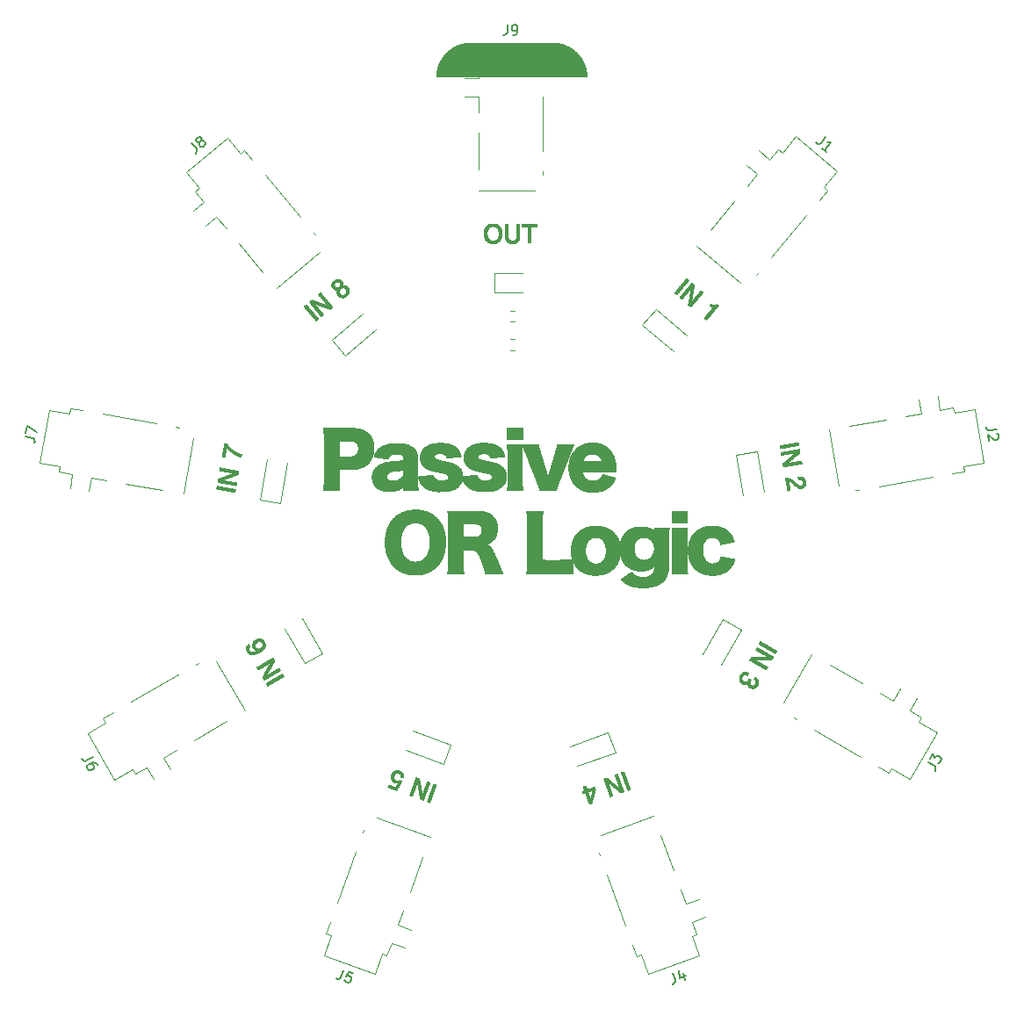
<source format=gbr>
%TF.GenerationSoftware,KiCad,Pcbnew,(5.1.9)-1*%
%TF.CreationDate,2022-01-01T02:22:55+09:00*%
%TF.ProjectId,DiodeORLogic,44696f64-654f-4524-9c6f-6769632e6b69,rev?*%
%TF.SameCoordinates,Original*%
%TF.FileFunction,Legend,Top*%
%TF.FilePolarity,Positive*%
%FSLAX46Y46*%
G04 Gerber Fmt 4.6, Leading zero omitted, Abs format (unit mm)*
G04 Created by KiCad (PCBNEW (5.1.9)-1) date 2022-01-01 02:22:55*
%MOMM*%
%LPD*%
G01*
G04 APERTURE LIST*
%ADD10C,0.010000*%
%ADD11C,0.120000*%
%ADD12C,0.150000*%
G04 APERTURE END LIST*
D10*
%TO.C,G\u002A\u002A\u002A*%
G36*
X144637447Y-47376524D02*
G01*
X144952976Y-47376590D01*
X145265449Y-47376710D01*
X145573325Y-47376885D01*
X145875060Y-47377114D01*
X146169112Y-47377398D01*
X146453938Y-47377736D01*
X146727997Y-47378129D01*
X146989744Y-47378576D01*
X147237638Y-47379078D01*
X147470136Y-47379636D01*
X147685696Y-47380248D01*
X147882775Y-47380915D01*
X148059830Y-47381638D01*
X148215319Y-47382415D01*
X148347698Y-47383248D01*
X148455427Y-47384137D01*
X148536962Y-47385080D01*
X148590760Y-47386080D01*
X148614802Y-47387084D01*
X148675404Y-47393652D01*
X148728584Y-47400315D01*
X148761489Y-47405400D01*
X148804503Y-47413195D01*
X148853914Y-47421406D01*
X148854134Y-47421441D01*
X148909209Y-47430788D01*
X148964110Y-47441182D01*
X149010616Y-47450930D01*
X149040505Y-47458339D01*
X149047143Y-47461182D01*
X149061160Y-47465713D01*
X149098417Y-47473897D01*
X149143200Y-47482570D01*
X149169251Y-47493810D01*
X149172795Y-47496797D01*
X149195488Y-47505516D01*
X149216991Y-47507538D01*
X149248633Y-47512024D01*
X149261187Y-47518279D01*
X149285068Y-47530319D01*
X149293720Y-47532218D01*
X149328776Y-47540397D01*
X149374446Y-47554551D01*
X149417906Y-47570320D01*
X149446332Y-47583346D01*
X149448602Y-47584864D01*
X149474573Y-47597789D01*
X149502644Y-47607466D01*
X149535326Y-47619790D01*
X149587004Y-47642646D01*
X149651910Y-47673140D01*
X149724276Y-47708378D01*
X149798335Y-47745465D01*
X149868317Y-47781508D01*
X149928455Y-47813611D01*
X149972980Y-47838880D01*
X149996125Y-47854422D01*
X149997370Y-47855704D01*
X150022334Y-47874840D01*
X150034847Y-47878116D01*
X150058530Y-47888635D01*
X150081672Y-47908997D01*
X150108876Y-47932152D01*
X150127994Y-47939878D01*
X150151276Y-47950382D01*
X150174316Y-47970760D01*
X150201329Y-47993900D01*
X150220143Y-48001641D01*
X150241269Y-48011976D01*
X150272201Y-48037775D01*
X150282401Y-48047964D01*
X150315115Y-48077140D01*
X150342379Y-48093204D01*
X150347964Y-48094286D01*
X150361600Y-48102579D01*
X150359605Y-48109727D01*
X150362324Y-48123627D01*
X150370274Y-48125279D01*
X150386668Y-48135817D01*
X150421233Y-48165248D01*
X150470534Y-48210397D01*
X150531139Y-48268089D01*
X150599612Y-48335151D01*
X150629157Y-48364610D01*
X150697867Y-48434068D01*
X150757609Y-48495600D01*
X150805469Y-48546107D01*
X150838530Y-48582491D01*
X150853877Y-48601652D01*
X150854216Y-48603830D01*
X150853764Y-48613275D01*
X150871020Y-48636245D01*
X150873171Y-48638572D01*
X150899008Y-48669014D01*
X150933478Y-48713393D01*
X150971850Y-48765118D01*
X151009394Y-48817600D01*
X151041380Y-48864247D01*
X151063079Y-48898470D01*
X151069878Y-48912644D01*
X151078123Y-48928917D01*
X151098196Y-48962425D01*
X151115484Y-48989848D01*
X151140106Y-49029957D01*
X151155613Y-49058579D01*
X151158533Y-49067052D01*
X151165875Y-49083732D01*
X151176417Y-49097933D01*
X151190684Y-49120323D01*
X151212826Y-49160454D01*
X151238171Y-49209160D01*
X151262049Y-49257277D01*
X151279786Y-49295641D01*
X151286613Y-49314103D01*
X151293159Y-49331716D01*
X151308078Y-49366913D01*
X151315426Y-49383587D01*
X151333109Y-49425616D01*
X151344453Y-49456899D01*
X151346046Y-49463093D01*
X151357873Y-49489006D01*
X151369680Y-49505555D01*
X151382006Y-49525111D01*
X151380187Y-49530274D01*
X151379642Y-49542100D01*
X151391371Y-49571117D01*
X151394134Y-49576596D01*
X151407918Y-49607467D01*
X151410401Y-49622606D01*
X151409574Y-49622918D01*
X151410034Y-49634779D01*
X151422294Y-49663867D01*
X151425015Y-49669240D01*
X151439087Y-49700139D01*
X151442230Y-49715259D01*
X151441537Y-49715562D01*
X151441552Y-49728441D01*
X151450353Y-49760848D01*
X151455897Y-49777325D01*
X151467308Y-49814936D01*
X151470354Y-49836823D01*
X151468762Y-49839088D01*
X151468752Y-49848534D01*
X151475480Y-49858389D01*
X151487227Y-49885036D01*
X151497683Y-49928335D01*
X151500212Y-49944269D01*
X151507729Y-49988506D01*
X151515685Y-50019602D01*
X151518118Y-50025119D01*
X151524557Y-50047682D01*
X151531364Y-50089756D01*
X151534808Y-50119785D01*
X151540550Y-50167503D01*
X151546658Y-50201899D01*
X151549820Y-50211735D01*
X151553742Y-50231231D01*
X151558634Y-50274437D01*
X151563942Y-50334222D01*
X151569113Y-50403454D01*
X151573591Y-50474999D01*
X151576825Y-50541725D01*
X151577839Y-50572523D01*
X151579422Y-50634286D01*
X144333877Y-50638162D01*
X137088331Y-50642039D01*
X137097178Y-50522357D01*
X137102338Y-50452336D01*
X137107401Y-50383302D01*
X137111280Y-50330074D01*
X137111314Y-50329611D01*
X137116599Y-50275164D01*
X137123499Y-50226382D01*
X137125921Y-50213806D01*
X137133800Y-50169241D01*
X137140864Y-50116192D01*
X137141618Y-50109160D01*
X137150039Y-50056831D01*
X137162290Y-50009933D01*
X137164087Y-50004936D01*
X137173493Y-49975064D01*
X137173533Y-49962614D01*
X137173525Y-49962614D01*
X137174016Y-49949724D01*
X137183103Y-49917293D01*
X137188663Y-49900851D01*
X137200623Y-49863193D01*
X137205005Y-49841320D01*
X137204103Y-49839088D01*
X137204781Y-49826194D01*
X137213978Y-49793753D01*
X137219544Y-49777325D01*
X137230956Y-49739715D01*
X137234001Y-49717828D01*
X137232409Y-49715562D01*
X137232744Y-49706114D01*
X137240507Y-49695050D01*
X137258182Y-49662220D01*
X137263239Y-49644867D01*
X137274158Y-49605214D01*
X137280177Y-49589382D01*
X137292364Y-49555549D01*
X137295605Y-49543060D01*
X137303581Y-49515084D01*
X137319554Y-49474032D01*
X137346055Y-49413555D01*
X137356149Y-49391307D01*
X137374702Y-49349661D01*
X137386688Y-49320920D01*
X137388988Y-49314103D01*
X137397566Y-49290858D01*
X137416768Y-49249904D01*
X137441878Y-49200333D01*
X137468178Y-49151236D01*
X137490952Y-49111705D01*
X137503984Y-49092452D01*
X137520153Y-49070029D01*
X137521868Y-49061570D01*
X137525777Y-49048639D01*
X137542727Y-49017734D01*
X137559957Y-48989848D01*
X137585059Y-48949670D01*
X137601692Y-48921040D01*
X137605562Y-48912644D01*
X137615472Y-48891459D01*
X137637860Y-48855815D01*
X137665982Y-48815423D01*
X137693098Y-48779996D01*
X137711547Y-48759980D01*
X137732226Y-48734962D01*
X137736808Y-48720634D01*
X137747154Y-48699159D01*
X137772965Y-48668049D01*
X137782970Y-48658027D01*
X137810049Y-48629297D01*
X137822711Y-48610180D01*
X137822507Y-48607178D01*
X137820769Y-48603976D01*
X137822736Y-48598179D01*
X137830850Y-48587170D01*
X137847555Y-48568333D01*
X137875294Y-48539052D01*
X137916510Y-48496712D01*
X137973647Y-48438696D01*
X138049147Y-48362388D01*
X138083825Y-48327380D01*
X138148515Y-48263163D01*
X138206781Y-48207357D01*
X138254822Y-48163439D01*
X138288835Y-48134888D01*
X138304767Y-48125167D01*
X138317910Y-48116693D01*
X138315836Y-48109727D01*
X138318553Y-48095850D01*
X138326505Y-48094214D01*
X138349488Y-48084295D01*
X138383045Y-48059489D01*
X138396062Y-48047892D01*
X138429179Y-48019591D01*
X138453965Y-48003244D01*
X138459292Y-48001641D01*
X138479012Y-47991289D01*
X138501125Y-47970760D01*
X138528329Y-47947605D01*
X138547447Y-47939878D01*
X138570729Y-47929375D01*
X138593769Y-47908997D01*
X138620973Y-47885843D01*
X138640091Y-47878116D01*
X138663435Y-47867615D01*
X138686084Y-47847598D01*
X138710501Y-47827559D01*
X138726012Y-47824689D01*
X138744063Y-47821767D01*
X138747269Y-47817821D01*
X138763589Y-47806287D01*
X138801618Y-47784731D01*
X138855118Y-47756280D01*
X138917855Y-47724058D01*
X138983592Y-47691192D01*
X139046095Y-47660807D01*
X139099127Y-47636028D01*
X139136453Y-47619980D01*
X139150870Y-47615528D01*
X139173734Y-47608870D01*
X139206045Y-47594057D01*
X139252076Y-47573506D01*
X139310105Y-47551846D01*
X139363303Y-47535186D01*
X139378307Y-47531530D01*
X139408077Y-47522189D01*
X139422502Y-47516401D01*
X139456331Y-47504204D01*
X139468825Y-47500961D01*
X139501729Y-47491288D01*
X139512492Y-47487183D01*
X139544379Y-47477931D01*
X139581976Y-47470679D01*
X139614416Y-47465135D01*
X139628291Y-47461382D01*
X139628298Y-47461338D01*
X139641423Y-47457359D01*
X139666900Y-47452546D01*
X139707574Y-47444597D01*
X139758123Y-47433213D01*
X139767264Y-47430999D01*
X139799124Y-47423553D01*
X139831951Y-47417019D01*
X139872570Y-47410299D01*
X139927802Y-47402295D01*
X140004474Y-47391909D01*
X140037477Y-47387529D01*
X140060832Y-47386474D01*
X140113525Y-47385472D01*
X140194014Y-47384522D01*
X140300758Y-47383625D01*
X140432212Y-47382781D01*
X140586835Y-47381990D01*
X140763083Y-47381252D01*
X140959416Y-47380566D01*
X141174288Y-47379934D01*
X141406160Y-47379356D01*
X141653486Y-47378830D01*
X141914726Y-47378358D01*
X142188337Y-47377939D01*
X142472775Y-47377574D01*
X142766498Y-47377263D01*
X143067965Y-47377005D01*
X143375631Y-47376801D01*
X143687955Y-47376651D01*
X144003394Y-47376554D01*
X144320406Y-47376512D01*
X144637447Y-47376524D01*
G37*
X144637447Y-47376524D02*
X144952976Y-47376590D01*
X145265449Y-47376710D01*
X145573325Y-47376885D01*
X145875060Y-47377114D01*
X146169112Y-47377398D01*
X146453938Y-47377736D01*
X146727997Y-47378129D01*
X146989744Y-47378576D01*
X147237638Y-47379078D01*
X147470136Y-47379636D01*
X147685696Y-47380248D01*
X147882775Y-47380915D01*
X148059830Y-47381638D01*
X148215319Y-47382415D01*
X148347698Y-47383248D01*
X148455427Y-47384137D01*
X148536962Y-47385080D01*
X148590760Y-47386080D01*
X148614802Y-47387084D01*
X148675404Y-47393652D01*
X148728584Y-47400315D01*
X148761489Y-47405400D01*
X148804503Y-47413195D01*
X148853914Y-47421406D01*
X148854134Y-47421441D01*
X148909209Y-47430788D01*
X148964110Y-47441182D01*
X149010616Y-47450930D01*
X149040505Y-47458339D01*
X149047143Y-47461182D01*
X149061160Y-47465713D01*
X149098417Y-47473897D01*
X149143200Y-47482570D01*
X149169251Y-47493810D01*
X149172795Y-47496797D01*
X149195488Y-47505516D01*
X149216991Y-47507538D01*
X149248633Y-47512024D01*
X149261187Y-47518279D01*
X149285068Y-47530319D01*
X149293720Y-47532218D01*
X149328776Y-47540397D01*
X149374446Y-47554551D01*
X149417906Y-47570320D01*
X149446332Y-47583346D01*
X149448602Y-47584864D01*
X149474573Y-47597789D01*
X149502644Y-47607466D01*
X149535326Y-47619790D01*
X149587004Y-47642646D01*
X149651910Y-47673140D01*
X149724276Y-47708378D01*
X149798335Y-47745465D01*
X149868317Y-47781508D01*
X149928455Y-47813611D01*
X149972980Y-47838880D01*
X149996125Y-47854422D01*
X149997370Y-47855704D01*
X150022334Y-47874840D01*
X150034847Y-47878116D01*
X150058530Y-47888635D01*
X150081672Y-47908997D01*
X150108876Y-47932152D01*
X150127994Y-47939878D01*
X150151276Y-47950382D01*
X150174316Y-47970760D01*
X150201329Y-47993900D01*
X150220143Y-48001641D01*
X150241269Y-48011976D01*
X150272201Y-48037775D01*
X150282401Y-48047964D01*
X150315115Y-48077140D01*
X150342379Y-48093204D01*
X150347964Y-48094286D01*
X150361600Y-48102579D01*
X150359605Y-48109727D01*
X150362324Y-48123627D01*
X150370274Y-48125279D01*
X150386668Y-48135817D01*
X150421233Y-48165248D01*
X150470534Y-48210397D01*
X150531139Y-48268089D01*
X150599612Y-48335151D01*
X150629157Y-48364610D01*
X150697867Y-48434068D01*
X150757609Y-48495600D01*
X150805469Y-48546107D01*
X150838530Y-48582491D01*
X150853877Y-48601652D01*
X150854216Y-48603830D01*
X150853764Y-48613275D01*
X150871020Y-48636245D01*
X150873171Y-48638572D01*
X150899008Y-48669014D01*
X150933478Y-48713393D01*
X150971850Y-48765118D01*
X151009394Y-48817600D01*
X151041380Y-48864247D01*
X151063079Y-48898470D01*
X151069878Y-48912644D01*
X151078123Y-48928917D01*
X151098196Y-48962425D01*
X151115484Y-48989848D01*
X151140106Y-49029957D01*
X151155613Y-49058579D01*
X151158533Y-49067052D01*
X151165875Y-49083732D01*
X151176417Y-49097933D01*
X151190684Y-49120323D01*
X151212826Y-49160454D01*
X151238171Y-49209160D01*
X151262049Y-49257277D01*
X151279786Y-49295641D01*
X151286613Y-49314103D01*
X151293159Y-49331716D01*
X151308078Y-49366913D01*
X151315426Y-49383587D01*
X151333109Y-49425616D01*
X151344453Y-49456899D01*
X151346046Y-49463093D01*
X151357873Y-49489006D01*
X151369680Y-49505555D01*
X151382006Y-49525111D01*
X151380187Y-49530274D01*
X151379642Y-49542100D01*
X151391371Y-49571117D01*
X151394134Y-49576596D01*
X151407918Y-49607467D01*
X151410401Y-49622606D01*
X151409574Y-49622918D01*
X151410034Y-49634779D01*
X151422294Y-49663867D01*
X151425015Y-49669240D01*
X151439087Y-49700139D01*
X151442230Y-49715259D01*
X151441537Y-49715562D01*
X151441552Y-49728441D01*
X151450353Y-49760848D01*
X151455897Y-49777325D01*
X151467308Y-49814936D01*
X151470354Y-49836823D01*
X151468762Y-49839088D01*
X151468752Y-49848534D01*
X151475480Y-49858389D01*
X151487227Y-49885036D01*
X151497683Y-49928335D01*
X151500212Y-49944269D01*
X151507729Y-49988506D01*
X151515685Y-50019602D01*
X151518118Y-50025119D01*
X151524557Y-50047682D01*
X151531364Y-50089756D01*
X151534808Y-50119785D01*
X151540550Y-50167503D01*
X151546658Y-50201899D01*
X151549820Y-50211735D01*
X151553742Y-50231231D01*
X151558634Y-50274437D01*
X151563942Y-50334222D01*
X151569113Y-50403454D01*
X151573591Y-50474999D01*
X151576825Y-50541725D01*
X151577839Y-50572523D01*
X151579422Y-50634286D01*
X144333877Y-50638162D01*
X137088331Y-50642039D01*
X137097178Y-50522357D01*
X137102338Y-50452336D01*
X137107401Y-50383302D01*
X137111280Y-50330074D01*
X137111314Y-50329611D01*
X137116599Y-50275164D01*
X137123499Y-50226382D01*
X137125921Y-50213806D01*
X137133800Y-50169241D01*
X137140864Y-50116192D01*
X137141618Y-50109160D01*
X137150039Y-50056831D01*
X137162290Y-50009933D01*
X137164087Y-50004936D01*
X137173493Y-49975064D01*
X137173533Y-49962614D01*
X137173525Y-49962614D01*
X137174016Y-49949724D01*
X137183103Y-49917293D01*
X137188663Y-49900851D01*
X137200623Y-49863193D01*
X137205005Y-49841320D01*
X137204103Y-49839088D01*
X137204781Y-49826194D01*
X137213978Y-49793753D01*
X137219544Y-49777325D01*
X137230956Y-49739715D01*
X137234001Y-49717828D01*
X137232409Y-49715562D01*
X137232744Y-49706114D01*
X137240507Y-49695050D01*
X137258182Y-49662220D01*
X137263239Y-49644867D01*
X137274158Y-49605214D01*
X137280177Y-49589382D01*
X137292364Y-49555549D01*
X137295605Y-49543060D01*
X137303581Y-49515084D01*
X137319554Y-49474032D01*
X137346055Y-49413555D01*
X137356149Y-49391307D01*
X137374702Y-49349661D01*
X137386688Y-49320920D01*
X137388988Y-49314103D01*
X137397566Y-49290858D01*
X137416768Y-49249904D01*
X137441878Y-49200333D01*
X137468178Y-49151236D01*
X137490952Y-49111705D01*
X137503984Y-49092452D01*
X137520153Y-49070029D01*
X137521868Y-49061570D01*
X137525777Y-49048639D01*
X137542727Y-49017734D01*
X137559957Y-48989848D01*
X137585059Y-48949670D01*
X137601692Y-48921040D01*
X137605562Y-48912644D01*
X137615472Y-48891459D01*
X137637860Y-48855815D01*
X137665982Y-48815423D01*
X137693098Y-48779996D01*
X137711547Y-48759980D01*
X137732226Y-48734962D01*
X137736808Y-48720634D01*
X137747154Y-48699159D01*
X137772965Y-48668049D01*
X137782970Y-48658027D01*
X137810049Y-48629297D01*
X137822711Y-48610180D01*
X137822507Y-48607178D01*
X137820769Y-48603976D01*
X137822736Y-48598179D01*
X137830850Y-48587170D01*
X137847555Y-48568333D01*
X137875294Y-48539052D01*
X137916510Y-48496712D01*
X137973647Y-48438696D01*
X138049147Y-48362388D01*
X138083825Y-48327380D01*
X138148515Y-48263163D01*
X138206781Y-48207357D01*
X138254822Y-48163439D01*
X138288835Y-48134888D01*
X138304767Y-48125167D01*
X138317910Y-48116693D01*
X138315836Y-48109727D01*
X138318553Y-48095850D01*
X138326505Y-48094214D01*
X138349488Y-48084295D01*
X138383045Y-48059489D01*
X138396062Y-48047892D01*
X138429179Y-48019591D01*
X138453965Y-48003244D01*
X138459292Y-48001641D01*
X138479012Y-47991289D01*
X138501125Y-47970760D01*
X138528329Y-47947605D01*
X138547447Y-47939878D01*
X138570729Y-47929375D01*
X138593769Y-47908997D01*
X138620973Y-47885843D01*
X138640091Y-47878116D01*
X138663435Y-47867615D01*
X138686084Y-47847598D01*
X138710501Y-47827559D01*
X138726012Y-47824689D01*
X138744063Y-47821767D01*
X138747269Y-47817821D01*
X138763589Y-47806287D01*
X138801618Y-47784731D01*
X138855118Y-47756280D01*
X138917855Y-47724058D01*
X138983592Y-47691192D01*
X139046095Y-47660807D01*
X139099127Y-47636028D01*
X139136453Y-47619980D01*
X139150870Y-47615528D01*
X139173734Y-47608870D01*
X139206045Y-47594057D01*
X139252076Y-47573506D01*
X139310105Y-47551846D01*
X139363303Y-47535186D01*
X139378307Y-47531530D01*
X139408077Y-47522189D01*
X139422502Y-47516401D01*
X139456331Y-47504204D01*
X139468825Y-47500961D01*
X139501729Y-47491288D01*
X139512492Y-47487183D01*
X139544379Y-47477931D01*
X139581976Y-47470679D01*
X139614416Y-47465135D01*
X139628291Y-47461382D01*
X139628298Y-47461338D01*
X139641423Y-47457359D01*
X139666900Y-47452546D01*
X139707574Y-47444597D01*
X139758123Y-47433213D01*
X139767264Y-47430999D01*
X139799124Y-47423553D01*
X139831951Y-47417019D01*
X139872570Y-47410299D01*
X139927802Y-47402295D01*
X140004474Y-47391909D01*
X140037477Y-47387529D01*
X140060832Y-47386474D01*
X140113525Y-47385472D01*
X140194014Y-47384522D01*
X140300758Y-47383625D01*
X140432212Y-47382781D01*
X140586835Y-47381990D01*
X140763083Y-47381252D01*
X140959416Y-47380566D01*
X141174288Y-47379934D01*
X141406160Y-47379356D01*
X141653486Y-47378830D01*
X141914726Y-47378358D01*
X142188337Y-47377939D01*
X142472775Y-47377574D01*
X142766498Y-47377263D01*
X143067965Y-47377005D01*
X143375631Y-47376801D01*
X143687955Y-47376651D01*
X144003394Y-47376554D01*
X144320406Y-47376512D01*
X144637447Y-47376524D01*
G36*
X141998450Y-64963283D02*
G01*
X141990729Y-64971003D01*
X141983009Y-64963283D01*
X141990729Y-64955562D01*
X141998450Y-64963283D01*
G37*
X141998450Y-64963283D02*
X141990729Y-64971003D01*
X141983009Y-64963283D01*
X141990729Y-64955562D01*
X141998450Y-64963283D01*
G36*
X146055502Y-64855156D02*
G01*
X146777356Y-64855280D01*
X146777356Y-65102249D01*
X146206049Y-65102249D01*
X146198328Y-65882006D01*
X146190608Y-66661763D01*
X146062410Y-66662238D01*
X146002764Y-66661680D01*
X145956076Y-66659778D01*
X145930043Y-66656899D01*
X145927304Y-66655804D01*
X145925951Y-66639469D01*
X145924687Y-66595207D01*
X145923536Y-66525975D01*
X145922524Y-66434727D01*
X145921679Y-66324419D01*
X145921026Y-66198007D01*
X145920592Y-66058445D01*
X145920402Y-65908690D01*
X145920395Y-65875268D01*
X145920395Y-65101639D01*
X145333647Y-65102859D01*
X145333647Y-64855032D01*
X146055502Y-64855156D01*
G37*
X146055502Y-64855156D02*
X146777356Y-64855280D01*
X146777356Y-65102249D01*
X146206049Y-65102249D01*
X146198328Y-65882006D01*
X146190608Y-66661763D01*
X146062410Y-66662238D01*
X146002764Y-66661680D01*
X145956076Y-66659778D01*
X145930043Y-66656899D01*
X145927304Y-66655804D01*
X145925951Y-66639469D01*
X145924687Y-66595207D01*
X145923536Y-66525975D01*
X145922524Y-66434727D01*
X145921679Y-66324419D01*
X145921026Y-66198007D01*
X145920592Y-66058445D01*
X145920402Y-65908690D01*
X145920395Y-65875268D01*
X145920395Y-65101639D01*
X145333647Y-65102859D01*
X145333647Y-64855032D01*
X146055502Y-64855156D01*
G36*
X143831342Y-64854965D02*
G01*
X143967143Y-64855625D01*
X143974863Y-65496202D01*
X143977583Y-65685824D01*
X143980800Y-65844584D01*
X143984514Y-65972497D01*
X143988727Y-66069580D01*
X143993439Y-66135848D01*
X143998650Y-66171315D01*
X144000035Y-66175380D01*
X144013151Y-66208498D01*
X144017829Y-66227005D01*
X144027853Y-66245497D01*
X144052386Y-66275473D01*
X144061170Y-66284908D01*
X144085187Y-66312621D01*
X144093951Y-66328400D01*
X144092375Y-66329787D01*
X144095634Y-66337483D01*
X144117425Y-66356991D01*
X144150616Y-66382940D01*
X144188078Y-66409958D01*
X144222683Y-66432674D01*
X144245076Y-66444827D01*
X144301349Y-66460795D01*
X144372188Y-66470326D01*
X144443045Y-66472253D01*
X144499373Y-66465407D01*
X144499848Y-66465281D01*
X144556941Y-66443874D01*
X144619233Y-66411345D01*
X144673946Y-66374975D01*
X144701625Y-66350329D01*
X144733535Y-66311855D01*
X144762464Y-66271544D01*
X144783092Y-66237489D01*
X144790097Y-66217782D01*
X144789611Y-66216518D01*
X144794917Y-66202019D01*
X144808478Y-66183323D01*
X144814204Y-66172650D01*
X144818924Y-66153897D01*
X144822733Y-66124338D01*
X144825725Y-66081244D01*
X144827992Y-66021889D01*
X144829628Y-65943545D01*
X144830728Y-65843485D01*
X144831383Y-65718983D01*
X144831689Y-65567310D01*
X144831731Y-65505418D01*
X144832007Y-64855198D01*
X145109757Y-64855198D01*
X145110427Y-65495988D01*
X145110299Y-65674162D01*
X145109391Y-65824112D01*
X145107523Y-65948488D01*
X145104516Y-66049942D01*
X145100190Y-66131124D01*
X145094367Y-66194686D01*
X145086867Y-66243279D01*
X145077510Y-66279554D01*
X145066117Y-66306161D01*
X145054427Y-66323488D01*
X145046445Y-66343342D01*
X145048501Y-66348309D01*
X145045078Y-66363003D01*
X145032926Y-66375800D01*
X145013190Y-66400359D01*
X145009392Y-66413229D01*
X144998808Y-66433029D01*
X144971439Y-66466401D01*
X144933862Y-66506747D01*
X144892653Y-66547465D01*
X144854387Y-66581957D01*
X144825641Y-66603622D01*
X144815601Y-66607720D01*
X144790846Y-66618494D01*
X144778191Y-66630388D01*
X144757872Y-66648442D01*
X144749279Y-66651056D01*
X144729481Y-66655305D01*
X144695221Y-66668335D01*
X144692857Y-66669363D01*
X144653187Y-66685369D01*
X144623374Y-66695145D01*
X144578847Y-66703483D01*
X144521582Y-66711262D01*
X144459728Y-66717770D01*
X144401435Y-66722295D01*
X144354851Y-66724123D01*
X144328127Y-66722541D01*
X144325125Y-66721224D01*
X144308372Y-66716252D01*
X144272355Y-66709582D01*
X144259616Y-66707621D01*
X144203452Y-66696015D01*
X144142179Y-66678087D01*
X144081977Y-66656415D01*
X144029026Y-66633579D01*
X143989505Y-66612155D01*
X143969596Y-66594721D01*
X143970031Y-66586819D01*
X143967160Y-66578134D01*
X143957305Y-66576839D01*
X143932795Y-66565636D01*
X143897543Y-66536928D01*
X143859134Y-66498066D01*
X143825151Y-66456403D01*
X143811276Y-66435271D01*
X143774065Y-66366059D01*
X143742129Y-66296779D01*
X143720758Y-66239112D01*
X143718070Y-66229423D01*
X143715459Y-66204450D01*
X143712799Y-66152048D01*
X143710173Y-66075666D01*
X143707666Y-65978756D01*
X143705359Y-65864769D01*
X143703336Y-65737156D01*
X143701680Y-65599367D01*
X143700941Y-65518702D01*
X143695542Y-64854304D01*
X143831342Y-64854965D01*
G37*
X143831342Y-64854965D02*
X143967143Y-64855625D01*
X143974863Y-65496202D01*
X143977583Y-65685824D01*
X143980800Y-65844584D01*
X143984514Y-65972497D01*
X143988727Y-66069580D01*
X143993439Y-66135848D01*
X143998650Y-66171315D01*
X144000035Y-66175380D01*
X144013151Y-66208498D01*
X144017829Y-66227005D01*
X144027853Y-66245497D01*
X144052386Y-66275473D01*
X144061170Y-66284908D01*
X144085187Y-66312621D01*
X144093951Y-66328400D01*
X144092375Y-66329787D01*
X144095634Y-66337483D01*
X144117425Y-66356991D01*
X144150616Y-66382940D01*
X144188078Y-66409958D01*
X144222683Y-66432674D01*
X144245076Y-66444827D01*
X144301349Y-66460795D01*
X144372188Y-66470326D01*
X144443045Y-66472253D01*
X144499373Y-66465407D01*
X144499848Y-66465281D01*
X144556941Y-66443874D01*
X144619233Y-66411345D01*
X144673946Y-66374975D01*
X144701625Y-66350329D01*
X144733535Y-66311855D01*
X144762464Y-66271544D01*
X144783092Y-66237489D01*
X144790097Y-66217782D01*
X144789611Y-66216518D01*
X144794917Y-66202019D01*
X144808478Y-66183323D01*
X144814204Y-66172650D01*
X144818924Y-66153897D01*
X144822733Y-66124338D01*
X144825725Y-66081244D01*
X144827992Y-66021889D01*
X144829628Y-65943545D01*
X144830728Y-65843485D01*
X144831383Y-65718983D01*
X144831689Y-65567310D01*
X144831731Y-65505418D01*
X144832007Y-64855198D01*
X145109757Y-64855198D01*
X145110427Y-65495988D01*
X145110299Y-65674162D01*
X145109391Y-65824112D01*
X145107523Y-65948488D01*
X145104516Y-66049942D01*
X145100190Y-66131124D01*
X145094367Y-66194686D01*
X145086867Y-66243279D01*
X145077510Y-66279554D01*
X145066117Y-66306161D01*
X145054427Y-66323488D01*
X145046445Y-66343342D01*
X145048501Y-66348309D01*
X145045078Y-66363003D01*
X145032926Y-66375800D01*
X145013190Y-66400359D01*
X145009392Y-66413229D01*
X144998808Y-66433029D01*
X144971439Y-66466401D01*
X144933862Y-66506747D01*
X144892653Y-66547465D01*
X144854387Y-66581957D01*
X144825641Y-66603622D01*
X144815601Y-66607720D01*
X144790846Y-66618494D01*
X144778191Y-66630388D01*
X144757872Y-66648442D01*
X144749279Y-66651056D01*
X144729481Y-66655305D01*
X144695221Y-66668335D01*
X144692857Y-66669363D01*
X144653187Y-66685369D01*
X144623374Y-66695145D01*
X144578847Y-66703483D01*
X144521582Y-66711262D01*
X144459728Y-66717770D01*
X144401435Y-66722295D01*
X144354851Y-66724123D01*
X144328127Y-66722541D01*
X144325125Y-66721224D01*
X144308372Y-66716252D01*
X144272355Y-66709582D01*
X144259616Y-66707621D01*
X144203452Y-66696015D01*
X144142179Y-66678087D01*
X144081977Y-66656415D01*
X144029026Y-66633579D01*
X143989505Y-66612155D01*
X143969596Y-66594721D01*
X143970031Y-66586819D01*
X143967160Y-66578134D01*
X143957305Y-66576839D01*
X143932795Y-66565636D01*
X143897543Y-66536928D01*
X143859134Y-66498066D01*
X143825151Y-66456403D01*
X143811276Y-66435271D01*
X143774065Y-66366059D01*
X143742129Y-66296779D01*
X143720758Y-66239112D01*
X143718070Y-66229423D01*
X143715459Y-66204450D01*
X143712799Y-66152048D01*
X143710173Y-66075666D01*
X143707666Y-65978756D01*
X143705359Y-65864769D01*
X143703336Y-65737156D01*
X143701680Y-65599367D01*
X143700941Y-65518702D01*
X143695542Y-64854304D01*
X143831342Y-64854965D01*
G36*
X142594694Y-64806482D02*
G01*
X142677708Y-64812437D01*
X142750994Y-64822054D01*
X142807661Y-64835002D01*
X142840820Y-64850948D01*
X142841795Y-64851876D01*
X142865469Y-64861649D01*
X142878773Y-64862918D01*
X142917136Y-64871754D01*
X142964083Y-64893302D01*
X143004797Y-64920124D01*
X143017804Y-64932722D01*
X143042306Y-64952075D01*
X143054698Y-64955562D01*
X143077671Y-64967103D01*
X143112947Y-64997513D01*
X143154963Y-65040472D01*
X143198155Y-65089660D01*
X143236961Y-65138757D01*
X143265818Y-65181443D01*
X143278957Y-65210334D01*
X143291125Y-65233147D01*
X143306685Y-65252796D01*
X143320994Y-65273200D01*
X143319135Y-65279818D01*
X143316818Y-65289125D01*
X143324155Y-65300330D01*
X143341830Y-65333160D01*
X143346887Y-65350513D01*
X143356645Y-65388289D01*
X143361904Y-65403344D01*
X143371553Y-65437355D01*
X143382382Y-65495404D01*
X143394914Y-65580424D01*
X143399106Y-65611793D01*
X143407871Y-65709605D01*
X143407552Y-65808748D01*
X143397723Y-65918758D01*
X143380107Y-66036631D01*
X143355842Y-66131696D01*
X143316639Y-66232094D01*
X143267748Y-66326530D01*
X143214424Y-66403708D01*
X143203633Y-66416141D01*
X143177333Y-66446973D01*
X143164566Y-66465907D01*
X143164953Y-66468754D01*
X143163300Y-66477636D01*
X143150990Y-66491915D01*
X143127172Y-66510758D01*
X143115990Y-66515076D01*
X143097745Y-66524651D01*
X143068743Y-66548074D01*
X143064705Y-66551775D01*
X143034848Y-66575513D01*
X142994607Y-66602582D01*
X142951445Y-66628660D01*
X142912825Y-66649424D01*
X142886208Y-66660554D01*
X142878571Y-66659566D01*
X142869225Y-66659360D01*
X142859271Y-66666280D01*
X142835690Y-66681291D01*
X142828389Y-66683611D01*
X142812948Y-66686105D01*
X142776106Y-66694460D01*
X142722401Y-66703167D01*
X142659625Y-66711393D01*
X142595569Y-66718305D01*
X142538027Y-66723068D01*
X142494788Y-66724850D01*
X142473646Y-66722817D01*
X142473138Y-66722460D01*
X142457047Y-66718730D01*
X142420040Y-66712945D01*
X142392188Y-66709196D01*
X142319644Y-66695757D01*
X142241987Y-66674661D01*
X142169044Y-66649191D01*
X142110639Y-66622630D01*
X142085634Y-66606740D01*
X142054928Y-66585675D01*
X142034243Y-66576839D01*
X142034170Y-66576839D01*
X142014170Y-66565547D01*
X141980426Y-66535477D01*
X141938009Y-66492342D01*
X141891992Y-66441851D01*
X141847444Y-66389716D01*
X141809438Y-66341649D01*
X141783044Y-66303359D01*
X141773667Y-66283465D01*
X141767318Y-66265137D01*
X141754268Y-66231337D01*
X141753506Y-66229423D01*
X141731704Y-66173218D01*
X141721165Y-66142373D01*
X141720605Y-66136778D01*
X141717228Y-66124186D01*
X141706206Y-66093562D01*
X141705027Y-66090456D01*
X141691353Y-66038344D01*
X141680788Y-65966175D01*
X141673431Y-65880631D01*
X141669378Y-65788393D01*
X141669195Y-65762280D01*
X141960101Y-65762280D01*
X141960191Y-65834695D01*
X141962818Y-65895211D01*
X141968203Y-65935360D01*
X141969810Y-65940703D01*
X141982169Y-65982579D01*
X141991427Y-66024933D01*
X142022489Y-66123751D01*
X142077885Y-66221509D01*
X142151956Y-66309789D01*
X142222992Y-66369432D01*
X142288327Y-66409034D01*
X142352924Y-66432462D01*
X142395651Y-66441408D01*
X142426243Y-66449367D01*
X142438036Y-66455412D01*
X142456969Y-66459123D01*
X142497258Y-66460223D01*
X142549518Y-66459041D01*
X142604363Y-66455908D01*
X142652409Y-66451153D01*
X142677101Y-66447007D01*
X142746059Y-66422858D01*
X142821872Y-66383177D01*
X142891081Y-66335694D01*
X142926912Y-66303516D01*
X142966705Y-66255717D01*
X143006454Y-66197925D01*
X143040455Y-66139545D01*
X143063003Y-66089985D01*
X143068415Y-66070162D01*
X143079244Y-66035113D01*
X143084836Y-66024319D01*
X143092647Y-65998613D01*
X143100644Y-65951172D01*
X143107757Y-65891119D01*
X143112920Y-65827576D01*
X143115063Y-65769664D01*
X143115073Y-65766201D01*
X143105055Y-65607404D01*
X143074360Y-65469631D01*
X143022019Y-65350135D01*
X142947068Y-65246169D01*
X142923329Y-65220909D01*
X142825718Y-65139284D01*
X142720880Y-65086266D01*
X142604270Y-65060081D01*
X142503881Y-65057076D01*
X142450148Y-65060940D01*
X142406239Y-65067215D01*
X142388075Y-65072145D01*
X142354099Y-65084458D01*
X142340807Y-65087951D01*
X142273878Y-65114503D01*
X142202897Y-65164601D01*
X142133787Y-65232567D01*
X142072473Y-65312720D01*
X142031934Y-65384043D01*
X142009869Y-65431708D01*
X141995409Y-65466196D01*
X141991486Y-65480485D01*
X141991673Y-65480547D01*
X141990962Y-65492897D01*
X141980850Y-65522633D01*
X141980700Y-65523009D01*
X141972848Y-65558332D01*
X141966651Y-65615631D01*
X141962328Y-65686436D01*
X141960101Y-65762280D01*
X141669195Y-65762280D01*
X141668728Y-65696141D01*
X141671578Y-65610557D01*
X141678027Y-65538321D01*
X141688172Y-65486115D01*
X141695906Y-65467453D01*
X141703742Y-65444667D01*
X141712264Y-65406293D01*
X141712914Y-65402675D01*
X141723927Y-65360949D01*
X141737986Y-65331447D01*
X141738637Y-65330631D01*
X141748061Y-65313748D01*
X141745420Y-65310699D01*
X141745421Y-65299033D01*
X141757960Y-65269222D01*
X141778799Y-65229051D01*
X141803699Y-65186302D01*
X141828422Y-65148758D01*
X141844863Y-65128087D01*
X141864270Y-65104664D01*
X141867872Y-65094539D01*
X141867671Y-65094529D01*
X141870157Y-65085743D01*
X141889913Y-65063565D01*
X141920395Y-65034263D01*
X141955060Y-65004108D01*
X141987362Y-64979367D01*
X141989170Y-64978132D01*
X142048422Y-64938302D01*
X142088928Y-64911974D01*
X142117343Y-64895084D01*
X142140320Y-64883567D01*
X142152857Y-64878130D01*
X142200213Y-64859215D01*
X142230353Y-64849629D01*
X142233706Y-64848834D01*
X142254436Y-64842477D01*
X142291810Y-64829883D01*
X142303189Y-64825929D01*
X142356201Y-64813913D01*
X142427050Y-64806888D01*
X142508845Y-64804522D01*
X142594694Y-64806482D01*
G37*
X142594694Y-64806482D02*
X142677708Y-64812437D01*
X142750994Y-64822054D01*
X142807661Y-64835002D01*
X142840820Y-64850948D01*
X142841795Y-64851876D01*
X142865469Y-64861649D01*
X142878773Y-64862918D01*
X142917136Y-64871754D01*
X142964083Y-64893302D01*
X143004797Y-64920124D01*
X143017804Y-64932722D01*
X143042306Y-64952075D01*
X143054698Y-64955562D01*
X143077671Y-64967103D01*
X143112947Y-64997513D01*
X143154963Y-65040472D01*
X143198155Y-65089660D01*
X143236961Y-65138757D01*
X143265818Y-65181443D01*
X143278957Y-65210334D01*
X143291125Y-65233147D01*
X143306685Y-65252796D01*
X143320994Y-65273200D01*
X143319135Y-65279818D01*
X143316818Y-65289125D01*
X143324155Y-65300330D01*
X143341830Y-65333160D01*
X143346887Y-65350513D01*
X143356645Y-65388289D01*
X143361904Y-65403344D01*
X143371553Y-65437355D01*
X143382382Y-65495404D01*
X143394914Y-65580424D01*
X143399106Y-65611793D01*
X143407871Y-65709605D01*
X143407552Y-65808748D01*
X143397723Y-65918758D01*
X143380107Y-66036631D01*
X143355842Y-66131696D01*
X143316639Y-66232094D01*
X143267748Y-66326530D01*
X143214424Y-66403708D01*
X143203633Y-66416141D01*
X143177333Y-66446973D01*
X143164566Y-66465907D01*
X143164953Y-66468754D01*
X143163300Y-66477636D01*
X143150990Y-66491915D01*
X143127172Y-66510758D01*
X143115990Y-66515076D01*
X143097745Y-66524651D01*
X143068743Y-66548074D01*
X143064705Y-66551775D01*
X143034848Y-66575513D01*
X142994607Y-66602582D01*
X142951445Y-66628660D01*
X142912825Y-66649424D01*
X142886208Y-66660554D01*
X142878571Y-66659566D01*
X142869225Y-66659360D01*
X142859271Y-66666280D01*
X142835690Y-66681291D01*
X142828389Y-66683611D01*
X142812948Y-66686105D01*
X142776106Y-66694460D01*
X142722401Y-66703167D01*
X142659625Y-66711393D01*
X142595569Y-66718305D01*
X142538027Y-66723068D01*
X142494788Y-66724850D01*
X142473646Y-66722817D01*
X142473138Y-66722460D01*
X142457047Y-66718730D01*
X142420040Y-66712945D01*
X142392188Y-66709196D01*
X142319644Y-66695757D01*
X142241987Y-66674661D01*
X142169044Y-66649191D01*
X142110639Y-66622630D01*
X142085634Y-66606740D01*
X142054928Y-66585675D01*
X142034243Y-66576839D01*
X142034170Y-66576839D01*
X142014170Y-66565547D01*
X141980426Y-66535477D01*
X141938009Y-66492342D01*
X141891992Y-66441851D01*
X141847444Y-66389716D01*
X141809438Y-66341649D01*
X141783044Y-66303359D01*
X141773667Y-66283465D01*
X141767318Y-66265137D01*
X141754268Y-66231337D01*
X141753506Y-66229423D01*
X141731704Y-66173218D01*
X141721165Y-66142373D01*
X141720605Y-66136778D01*
X141717228Y-66124186D01*
X141706206Y-66093562D01*
X141705027Y-66090456D01*
X141691353Y-66038344D01*
X141680788Y-65966175D01*
X141673431Y-65880631D01*
X141669378Y-65788393D01*
X141669195Y-65762280D01*
X141960101Y-65762280D01*
X141960191Y-65834695D01*
X141962818Y-65895211D01*
X141968203Y-65935360D01*
X141969810Y-65940703D01*
X141982169Y-65982579D01*
X141991427Y-66024933D01*
X142022489Y-66123751D01*
X142077885Y-66221509D01*
X142151956Y-66309789D01*
X142222992Y-66369432D01*
X142288327Y-66409034D01*
X142352924Y-66432462D01*
X142395651Y-66441408D01*
X142426243Y-66449367D01*
X142438036Y-66455412D01*
X142456969Y-66459123D01*
X142497258Y-66460223D01*
X142549518Y-66459041D01*
X142604363Y-66455908D01*
X142652409Y-66451153D01*
X142677101Y-66447007D01*
X142746059Y-66422858D01*
X142821872Y-66383177D01*
X142891081Y-66335694D01*
X142926912Y-66303516D01*
X142966705Y-66255717D01*
X143006454Y-66197925D01*
X143040455Y-66139545D01*
X143063003Y-66089985D01*
X143068415Y-66070162D01*
X143079244Y-66035113D01*
X143084836Y-66024319D01*
X143092647Y-65998613D01*
X143100644Y-65951172D01*
X143107757Y-65891119D01*
X143112920Y-65827576D01*
X143115063Y-65769664D01*
X143115073Y-65766201D01*
X143105055Y-65607404D01*
X143074360Y-65469631D01*
X143022019Y-65350135D01*
X142947068Y-65246169D01*
X142923329Y-65220909D01*
X142825718Y-65139284D01*
X142720880Y-65086266D01*
X142604270Y-65060081D01*
X142503881Y-65057076D01*
X142450148Y-65060940D01*
X142406239Y-65067215D01*
X142388075Y-65072145D01*
X142354099Y-65084458D01*
X142340807Y-65087951D01*
X142273878Y-65114503D01*
X142202897Y-65164601D01*
X142133787Y-65232567D01*
X142072473Y-65312720D01*
X142031934Y-65384043D01*
X142009869Y-65431708D01*
X141995409Y-65466196D01*
X141991486Y-65480485D01*
X141991673Y-65480547D01*
X141990962Y-65492897D01*
X141980850Y-65522633D01*
X141980700Y-65523009D01*
X141972848Y-65558332D01*
X141966651Y-65615631D01*
X141962328Y-65686436D01*
X141960101Y-65762280D01*
X141669195Y-65762280D01*
X141668728Y-65696141D01*
X141671578Y-65610557D01*
X141678027Y-65538321D01*
X141688172Y-65486115D01*
X141695906Y-65467453D01*
X141703742Y-65444667D01*
X141712264Y-65406293D01*
X141712914Y-65402675D01*
X141723927Y-65360949D01*
X141737986Y-65331447D01*
X141738637Y-65330631D01*
X141748061Y-65313748D01*
X141745420Y-65310699D01*
X141745421Y-65299033D01*
X141757960Y-65269222D01*
X141778799Y-65229051D01*
X141803699Y-65186302D01*
X141828422Y-65148758D01*
X141844863Y-65128087D01*
X141864270Y-65104664D01*
X141867872Y-65094539D01*
X141867671Y-65094529D01*
X141870157Y-65085743D01*
X141889913Y-65063565D01*
X141920395Y-65034263D01*
X141955060Y-65004108D01*
X141987362Y-64979367D01*
X141989170Y-64978132D01*
X142048422Y-64938302D01*
X142088928Y-64911974D01*
X142117343Y-64895084D01*
X142140320Y-64883567D01*
X142152857Y-64878130D01*
X142200213Y-64859215D01*
X142230353Y-64849629D01*
X142233706Y-64848834D01*
X142254436Y-64842477D01*
X142291810Y-64829883D01*
X142303189Y-64825929D01*
X142356201Y-64813913D01*
X142427050Y-64806888D01*
X142508845Y-64804522D01*
X142594694Y-64806482D01*
G36*
X161215900Y-70130978D02*
G01*
X161254810Y-70164860D01*
X161261273Y-70170835D01*
X161302227Y-70206823D01*
X161338725Y-70235594D01*
X161353917Y-70245695D01*
X161377119Y-70265491D01*
X161380688Y-70290829D01*
X161363251Y-70325712D01*
X161323434Y-70374145D01*
X161301984Y-70397109D01*
X161264518Y-70437575D01*
X161238680Y-70467857D01*
X161228908Y-70482674D01*
X161229490Y-70483344D01*
X161224651Y-70493656D01*
X161202013Y-70521698D01*
X161165375Y-70563123D01*
X161118532Y-70613586D01*
X161085949Y-70647591D01*
X161073408Y-70664729D01*
X161075218Y-70668632D01*
X161070308Y-70678944D01*
X161047656Y-70706951D01*
X161011104Y-70748261D01*
X160964493Y-70798484D01*
X160931541Y-70832880D01*
X160919168Y-70850006D01*
X160921199Y-70853921D01*
X160916232Y-70864062D01*
X160894060Y-70890966D01*
X160859109Y-70929356D01*
X160848958Y-70940061D01*
X160807117Y-70985363D01*
X160772735Y-71025333D01*
X160752486Y-71052167D01*
X160751216Y-71054327D01*
X160733306Y-71080101D01*
X160701704Y-71119772D01*
X160666292Y-71161257D01*
X160593875Y-71243517D01*
X160539276Y-71305919D01*
X160499780Y-71351671D01*
X160472673Y-71383983D01*
X160455241Y-71406065D01*
X160444770Y-71421125D01*
X160440848Y-71427849D01*
X160423731Y-71451264D01*
X160391560Y-71488949D01*
X160350958Y-71533181D01*
X160346520Y-71537844D01*
X160308826Y-71578720D01*
X160282191Y-71610349D01*
X160271460Y-71626906D01*
X160271619Y-71627867D01*
X160267014Y-71641492D01*
X160258131Y-71651181D01*
X160238747Y-71657692D01*
X160209863Y-71644496D01*
X160187410Y-71628020D01*
X160119310Y-71573979D01*
X160073819Y-71534001D01*
X160049497Y-71502779D01*
X160044905Y-71475003D01*
X160058603Y-71445365D01*
X160089151Y-71408557D01*
X160119144Y-71376369D01*
X160155807Y-71335562D01*
X160184702Y-71300354D01*
X160196348Y-71283632D01*
X160213608Y-71260209D01*
X160245787Y-71222269D01*
X160286338Y-71177492D01*
X160291811Y-71171646D01*
X160329781Y-71129993D01*
X160357132Y-71097565D01*
X160368961Y-71080239D01*
X160369015Y-71079069D01*
X160376958Y-71065658D01*
X160401445Y-71035903D01*
X160437576Y-70995686D01*
X160446180Y-70986465D01*
X160483298Y-70945841D01*
X160509029Y-70915515D01*
X160518888Y-70900842D01*
X160518421Y-70900243D01*
X160519929Y-70891333D01*
X160530082Y-70879202D01*
X160580543Y-70826172D01*
X160623783Y-70778890D01*
X160655878Y-70741833D01*
X160672905Y-70719479D01*
X160674012Y-70714954D01*
X160679055Y-70704646D01*
X160701734Y-70676704D01*
X160738124Y-70635607D01*
X160784304Y-70585832D01*
X160817942Y-70550707D01*
X160830482Y-70533569D01*
X160828672Y-70529666D01*
X160833583Y-70519354D01*
X160856235Y-70491347D01*
X160892787Y-70450037D01*
X160939398Y-70399814D01*
X160972349Y-70365418D01*
X160984890Y-70348280D01*
X160983080Y-70344377D01*
X160987990Y-70334065D01*
X161010642Y-70306059D01*
X161047194Y-70264748D01*
X161093805Y-70214525D01*
X161126756Y-70180129D01*
X161139188Y-70162999D01*
X161137234Y-70159088D01*
X161138296Y-70150235D01*
X161150469Y-70135927D01*
X161171072Y-70118825D01*
X161190435Y-70116404D01*
X161215900Y-70130978D01*
G37*
X161215900Y-70130978D02*
X161254810Y-70164860D01*
X161261273Y-70170835D01*
X161302227Y-70206823D01*
X161338725Y-70235594D01*
X161353917Y-70245695D01*
X161377119Y-70265491D01*
X161380688Y-70290829D01*
X161363251Y-70325712D01*
X161323434Y-70374145D01*
X161301984Y-70397109D01*
X161264518Y-70437575D01*
X161238680Y-70467857D01*
X161228908Y-70482674D01*
X161229490Y-70483344D01*
X161224651Y-70493656D01*
X161202013Y-70521698D01*
X161165375Y-70563123D01*
X161118532Y-70613586D01*
X161085949Y-70647591D01*
X161073408Y-70664729D01*
X161075218Y-70668632D01*
X161070308Y-70678944D01*
X161047656Y-70706951D01*
X161011104Y-70748261D01*
X160964493Y-70798484D01*
X160931541Y-70832880D01*
X160919168Y-70850006D01*
X160921199Y-70853921D01*
X160916232Y-70864062D01*
X160894060Y-70890966D01*
X160859109Y-70929356D01*
X160848958Y-70940061D01*
X160807117Y-70985363D01*
X160772735Y-71025333D01*
X160752486Y-71052167D01*
X160751216Y-71054327D01*
X160733306Y-71080101D01*
X160701704Y-71119772D01*
X160666292Y-71161257D01*
X160593875Y-71243517D01*
X160539276Y-71305919D01*
X160499780Y-71351671D01*
X160472673Y-71383983D01*
X160455241Y-71406065D01*
X160444770Y-71421125D01*
X160440848Y-71427849D01*
X160423731Y-71451264D01*
X160391560Y-71488949D01*
X160350958Y-71533181D01*
X160346520Y-71537844D01*
X160308826Y-71578720D01*
X160282191Y-71610349D01*
X160271460Y-71626906D01*
X160271619Y-71627867D01*
X160267014Y-71641492D01*
X160258131Y-71651181D01*
X160238747Y-71657692D01*
X160209863Y-71644496D01*
X160187410Y-71628020D01*
X160119310Y-71573979D01*
X160073819Y-71534001D01*
X160049497Y-71502779D01*
X160044905Y-71475003D01*
X160058603Y-71445365D01*
X160089151Y-71408557D01*
X160119144Y-71376369D01*
X160155807Y-71335562D01*
X160184702Y-71300354D01*
X160196348Y-71283632D01*
X160213608Y-71260209D01*
X160245787Y-71222269D01*
X160286338Y-71177492D01*
X160291811Y-71171646D01*
X160329781Y-71129993D01*
X160357132Y-71097565D01*
X160368961Y-71080239D01*
X160369015Y-71079069D01*
X160376958Y-71065658D01*
X160401445Y-71035903D01*
X160437576Y-70995686D01*
X160446180Y-70986465D01*
X160483298Y-70945841D01*
X160509029Y-70915515D01*
X160518888Y-70900842D01*
X160518421Y-70900243D01*
X160519929Y-70891333D01*
X160530082Y-70879202D01*
X160580543Y-70826172D01*
X160623783Y-70778890D01*
X160655878Y-70741833D01*
X160672905Y-70719479D01*
X160674012Y-70714954D01*
X160679055Y-70704646D01*
X160701734Y-70676704D01*
X160738124Y-70635607D01*
X160784304Y-70585832D01*
X160817942Y-70550707D01*
X160830482Y-70533569D01*
X160828672Y-70529666D01*
X160833583Y-70519354D01*
X160856235Y-70491347D01*
X160892787Y-70450037D01*
X160939398Y-70399814D01*
X160972349Y-70365418D01*
X160984890Y-70348280D01*
X160983080Y-70344377D01*
X160987990Y-70334065D01*
X161010642Y-70306059D01*
X161047194Y-70264748D01*
X161093805Y-70214525D01*
X161126756Y-70180129D01*
X161139188Y-70162999D01*
X161137234Y-70159088D01*
X161138296Y-70150235D01*
X161150469Y-70135927D01*
X161171072Y-70118825D01*
X161190435Y-70116404D01*
X161215900Y-70130978D01*
G36*
X127689826Y-70147329D02*
G01*
X127763555Y-70170165D01*
X127816612Y-70205169D01*
X127823624Y-70212846D01*
X127849737Y-70232616D01*
X127863997Y-70236292D01*
X127886146Y-70248185D01*
X127911133Y-70276983D01*
X127912288Y-70278747D01*
X127940825Y-70319750D01*
X127966115Y-70352090D01*
X127986469Y-70379190D01*
X127993858Y-70394185D01*
X128001280Y-70414703D01*
X128016792Y-70447104D01*
X128026307Y-70482300D01*
X128032245Y-70537487D01*
X128034365Y-70601951D01*
X128032423Y-70664984D01*
X128026177Y-70715872D01*
X128023151Y-70728109D01*
X128027111Y-70739200D01*
X128049982Y-70746632D01*
X128096290Y-70751386D01*
X128140395Y-70753477D01*
X128223049Y-70757889D01*
X128284009Y-70766015D01*
X128332451Y-70780727D01*
X128377552Y-70804896D01*
X128428488Y-70841394D01*
X128433388Y-70845162D01*
X128479146Y-70881198D01*
X128509205Y-70907955D01*
X128532683Y-70934533D01*
X128558699Y-70970029D01*
X128559114Y-70970617D01*
X128583283Y-71008007D01*
X128608724Y-71052068D01*
X128631382Y-71095019D01*
X128647204Y-71129079D01*
X128652135Y-71146465D01*
X128651169Y-71147295D01*
X128652149Y-71158994D01*
X128664116Y-71185972D01*
X128679172Y-71240585D01*
X128680929Y-71313403D01*
X128670334Y-71395232D01*
X128648334Y-71476875D01*
X128629344Y-71523449D01*
X128602484Y-71569554D01*
X128563356Y-71623956D01*
X128516934Y-71681119D01*
X128468193Y-71735507D01*
X128422107Y-71781582D01*
X128383650Y-71813810D01*
X128357796Y-71826653D01*
X128356888Y-71826687D01*
X128333286Y-71837198D01*
X128310573Y-71857204D01*
X128286720Y-71877577D01*
X128272331Y-71881156D01*
X128252373Y-71882737D01*
X128222776Y-71894787D01*
X128184666Y-71909876D01*
X128133882Y-71924155D01*
X128079684Y-71935794D01*
X128031331Y-71942960D01*
X127998083Y-71943823D01*
X127989558Y-71940916D01*
X127972911Y-71935381D01*
X127937935Y-71927677D01*
X127931476Y-71926450D01*
X127847024Y-71906861D01*
X127788388Y-71883537D01*
X127750546Y-71854427D01*
X127747991Y-71851457D01*
X127721726Y-71830965D01*
X127706390Y-71826687D01*
X127685340Y-71814590D01*
X127653085Y-71782504D01*
X127614607Y-71736739D01*
X127574889Y-71683605D01*
X127538915Y-71629410D01*
X127511668Y-71580465D01*
X127511271Y-71579635D01*
X127488866Y-71509755D01*
X127476867Y-71423877D01*
X127476174Y-71353733D01*
X127720497Y-71353733D01*
X127740988Y-71446888D01*
X127788317Y-71532783D01*
X127837020Y-71585637D01*
X127906542Y-71633712D01*
X127985864Y-71666491D01*
X128062438Y-71678972D01*
X128070912Y-71678866D01*
X128114374Y-71676598D01*
X128143082Y-71673725D01*
X128148115Y-71672522D01*
X128165935Y-71669958D01*
X128182963Y-71660752D01*
X128194847Y-71648625D01*
X128219981Y-71629336D01*
X128232817Y-71625958D01*
X128251403Y-71615399D01*
X128282915Y-71588508D01*
X128320252Y-71552463D01*
X128356318Y-71514442D01*
X128384012Y-71481623D01*
X128396238Y-71461183D01*
X128396315Y-71460631D01*
X128400307Y-71437424D01*
X128406149Y-71409787D01*
X128413040Y-71312443D01*
X128392148Y-71217539D01*
X128346406Y-71130720D01*
X128278747Y-71057626D01*
X128196141Y-71005719D01*
X128134477Y-70982881D01*
X128076367Y-70970590D01*
X128031317Y-70970456D01*
X128016869Y-70975329D01*
X127987506Y-70986124D01*
X127980928Y-70987403D01*
X127931701Y-71003966D01*
X127875895Y-71035777D01*
X127827232Y-71074813D01*
X127821581Y-71080599D01*
X127760641Y-71165600D01*
X127726997Y-71258307D01*
X127720497Y-71353733D01*
X127476174Y-71353733D01*
X127475991Y-71335326D01*
X127486953Y-71257427D01*
X127492871Y-71237514D01*
X127512663Y-71181047D01*
X127425070Y-71180308D01*
X127351766Y-71177446D01*
X127295574Y-71167710D01*
X127244185Y-71147195D01*
X127185284Y-71111998D01*
X127163284Y-71097297D01*
X127124025Y-71064470D01*
X127081769Y-71019809D01*
X127044058Y-70972395D01*
X127018433Y-70931310D01*
X127012441Y-70915684D01*
X127005802Y-70897281D01*
X126993145Y-70865859D01*
X126976392Y-70800929D01*
X126971488Y-70723375D01*
X126972153Y-70714441D01*
X127231419Y-70714441D01*
X127240702Y-70762651D01*
X127251762Y-70783485D01*
X127261963Y-70803965D01*
X127260463Y-70809983D01*
X127265062Y-70824732D01*
X127287682Y-70851313D01*
X127321316Y-70883470D01*
X127358954Y-70914947D01*
X127393590Y-70939487D01*
X127418214Y-70950833D01*
X127418241Y-70950837D01*
X127448950Y-70958344D01*
X127460784Y-70964361D01*
X127477759Y-70968061D01*
X127508516Y-70968836D01*
X127538595Y-70966993D01*
X127553539Y-70962838D01*
X127553647Y-70962390D01*
X127566612Y-70957878D01*
X127588063Y-70953285D01*
X127611283Y-70943706D01*
X127645683Y-70923919D01*
X127684288Y-70898772D01*
X127720125Y-70873116D01*
X127746219Y-70851800D01*
X127755597Y-70839672D01*
X127753166Y-70838480D01*
X127753649Y-70828950D01*
X127769818Y-70807599D01*
X127786247Y-70785361D01*
X127785761Y-70776717D01*
X127783444Y-70767410D01*
X127790781Y-70756205D01*
X127811841Y-70706763D01*
X127807964Y-70639499D01*
X127791856Y-70585836D01*
X127760918Y-70517457D01*
X127723762Y-70470144D01*
X127671605Y-70434187D01*
X127641157Y-70419242D01*
X127557849Y-70396324D01*
X127475089Y-70403927D01*
X127392466Y-70442168D01*
X127309565Y-70511162D01*
X127307322Y-70513449D01*
X127276112Y-70547031D01*
X127258011Y-70569731D01*
X127256224Y-70575988D01*
X127257214Y-70587635D01*
X127245684Y-70615460D01*
X127232905Y-70660547D01*
X127231419Y-70714441D01*
X126972153Y-70714441D01*
X126977477Y-70642960D01*
X126993400Y-70569448D01*
X127018303Y-70512604D01*
X127029165Y-70498229D01*
X127047524Y-70471574D01*
X127051824Y-70457871D01*
X127063489Y-70435693D01*
X127094740Y-70400525D01*
X127139961Y-70357223D01*
X127193537Y-70310644D01*
X127249851Y-70265645D01*
X127303288Y-70227083D01*
X127348232Y-70199814D01*
X127352918Y-70197468D01*
X127414769Y-70168567D01*
X127461732Y-70151188D01*
X127506223Y-70142435D01*
X127560660Y-70139409D01*
X127602836Y-70139136D01*
X127689826Y-70147329D01*
G37*
X127689826Y-70147329D02*
X127763555Y-70170165D01*
X127816612Y-70205169D01*
X127823624Y-70212846D01*
X127849737Y-70232616D01*
X127863997Y-70236292D01*
X127886146Y-70248185D01*
X127911133Y-70276983D01*
X127912288Y-70278747D01*
X127940825Y-70319750D01*
X127966115Y-70352090D01*
X127986469Y-70379190D01*
X127993858Y-70394185D01*
X128001280Y-70414703D01*
X128016792Y-70447104D01*
X128026307Y-70482300D01*
X128032245Y-70537487D01*
X128034365Y-70601951D01*
X128032423Y-70664984D01*
X128026177Y-70715872D01*
X128023151Y-70728109D01*
X128027111Y-70739200D01*
X128049982Y-70746632D01*
X128096290Y-70751386D01*
X128140395Y-70753477D01*
X128223049Y-70757889D01*
X128284009Y-70766015D01*
X128332451Y-70780727D01*
X128377552Y-70804896D01*
X128428488Y-70841394D01*
X128433388Y-70845162D01*
X128479146Y-70881198D01*
X128509205Y-70907955D01*
X128532683Y-70934533D01*
X128558699Y-70970029D01*
X128559114Y-70970617D01*
X128583283Y-71008007D01*
X128608724Y-71052068D01*
X128631382Y-71095019D01*
X128647204Y-71129079D01*
X128652135Y-71146465D01*
X128651169Y-71147295D01*
X128652149Y-71158994D01*
X128664116Y-71185972D01*
X128679172Y-71240585D01*
X128680929Y-71313403D01*
X128670334Y-71395232D01*
X128648334Y-71476875D01*
X128629344Y-71523449D01*
X128602484Y-71569554D01*
X128563356Y-71623956D01*
X128516934Y-71681119D01*
X128468193Y-71735507D01*
X128422107Y-71781582D01*
X128383650Y-71813810D01*
X128357796Y-71826653D01*
X128356888Y-71826687D01*
X128333286Y-71837198D01*
X128310573Y-71857204D01*
X128286720Y-71877577D01*
X128272331Y-71881156D01*
X128252373Y-71882737D01*
X128222776Y-71894787D01*
X128184666Y-71909876D01*
X128133882Y-71924155D01*
X128079684Y-71935794D01*
X128031331Y-71942960D01*
X127998083Y-71943823D01*
X127989558Y-71940916D01*
X127972911Y-71935381D01*
X127937935Y-71927677D01*
X127931476Y-71926450D01*
X127847024Y-71906861D01*
X127788388Y-71883537D01*
X127750546Y-71854427D01*
X127747991Y-71851457D01*
X127721726Y-71830965D01*
X127706390Y-71826687D01*
X127685340Y-71814590D01*
X127653085Y-71782504D01*
X127614607Y-71736739D01*
X127574889Y-71683605D01*
X127538915Y-71629410D01*
X127511668Y-71580465D01*
X127511271Y-71579635D01*
X127488866Y-71509755D01*
X127476867Y-71423877D01*
X127476174Y-71353733D01*
X127720497Y-71353733D01*
X127740988Y-71446888D01*
X127788317Y-71532783D01*
X127837020Y-71585637D01*
X127906542Y-71633712D01*
X127985864Y-71666491D01*
X128062438Y-71678972D01*
X128070912Y-71678866D01*
X128114374Y-71676598D01*
X128143082Y-71673725D01*
X128148115Y-71672522D01*
X128165935Y-71669958D01*
X128182963Y-71660752D01*
X128194847Y-71648625D01*
X128219981Y-71629336D01*
X128232817Y-71625958D01*
X128251403Y-71615399D01*
X128282915Y-71588508D01*
X128320252Y-71552463D01*
X128356318Y-71514442D01*
X128384012Y-71481623D01*
X128396238Y-71461183D01*
X128396315Y-71460631D01*
X128400307Y-71437424D01*
X128406149Y-71409787D01*
X128413040Y-71312443D01*
X128392148Y-71217539D01*
X128346406Y-71130720D01*
X128278747Y-71057626D01*
X128196141Y-71005719D01*
X128134477Y-70982881D01*
X128076367Y-70970590D01*
X128031317Y-70970456D01*
X128016869Y-70975329D01*
X127987506Y-70986124D01*
X127980928Y-70987403D01*
X127931701Y-71003966D01*
X127875895Y-71035777D01*
X127827232Y-71074813D01*
X127821581Y-71080599D01*
X127760641Y-71165600D01*
X127726997Y-71258307D01*
X127720497Y-71353733D01*
X127476174Y-71353733D01*
X127475991Y-71335326D01*
X127486953Y-71257427D01*
X127492871Y-71237514D01*
X127512663Y-71181047D01*
X127425070Y-71180308D01*
X127351766Y-71177446D01*
X127295574Y-71167710D01*
X127244185Y-71147195D01*
X127185284Y-71111998D01*
X127163284Y-71097297D01*
X127124025Y-71064470D01*
X127081769Y-71019809D01*
X127044058Y-70972395D01*
X127018433Y-70931310D01*
X127012441Y-70915684D01*
X127005802Y-70897281D01*
X126993145Y-70865859D01*
X126976392Y-70800929D01*
X126971488Y-70723375D01*
X126972153Y-70714441D01*
X127231419Y-70714441D01*
X127240702Y-70762651D01*
X127251762Y-70783485D01*
X127261963Y-70803965D01*
X127260463Y-70809983D01*
X127265062Y-70824732D01*
X127287682Y-70851313D01*
X127321316Y-70883470D01*
X127358954Y-70914947D01*
X127393590Y-70939487D01*
X127418214Y-70950833D01*
X127418241Y-70950837D01*
X127448950Y-70958344D01*
X127460784Y-70964361D01*
X127477759Y-70968061D01*
X127508516Y-70968836D01*
X127538595Y-70966993D01*
X127553539Y-70962838D01*
X127553647Y-70962390D01*
X127566612Y-70957878D01*
X127588063Y-70953285D01*
X127611283Y-70943706D01*
X127645683Y-70923919D01*
X127684288Y-70898772D01*
X127720125Y-70873116D01*
X127746219Y-70851800D01*
X127755597Y-70839672D01*
X127753166Y-70838480D01*
X127753649Y-70828950D01*
X127769818Y-70807599D01*
X127786247Y-70785361D01*
X127785761Y-70776717D01*
X127783444Y-70767410D01*
X127790781Y-70756205D01*
X127811841Y-70706763D01*
X127807964Y-70639499D01*
X127791856Y-70585836D01*
X127760918Y-70517457D01*
X127723762Y-70470144D01*
X127671605Y-70434187D01*
X127641157Y-70419242D01*
X127557849Y-70396324D01*
X127475089Y-70403927D01*
X127392466Y-70442168D01*
X127309565Y-70511162D01*
X127307322Y-70513449D01*
X127276112Y-70547031D01*
X127258011Y-70569731D01*
X127256224Y-70575988D01*
X127257214Y-70587635D01*
X127245684Y-70615460D01*
X127232905Y-70660547D01*
X127231419Y-70714441D01*
X126972153Y-70714441D01*
X126977477Y-70642960D01*
X126993400Y-70569448D01*
X127018303Y-70512604D01*
X127029165Y-70498229D01*
X127047524Y-70471574D01*
X127051824Y-70457871D01*
X127063489Y-70435693D01*
X127094740Y-70400525D01*
X127139961Y-70357223D01*
X127193537Y-70310644D01*
X127249851Y-70265645D01*
X127303288Y-70227083D01*
X127348232Y-70199814D01*
X127352918Y-70197468D01*
X127414769Y-70168567D01*
X127461732Y-70151188D01*
X127506223Y-70142435D01*
X127560660Y-70139409D01*
X127602836Y-70139136D01*
X127689826Y-70147329D01*
G36*
X161716592Y-70554872D02*
G01*
X161750217Y-70580639D01*
X161792526Y-70617114D01*
X161798246Y-70622310D01*
X161841605Y-70659844D01*
X161877692Y-70687301D01*
X161899434Y-70699355D01*
X161900766Y-70699514D01*
X161911562Y-70708873D01*
X161909271Y-70714954D01*
X161911456Y-70729140D01*
X161917798Y-70730395D01*
X161929173Y-70743955D01*
X161926708Y-70780578D01*
X161918150Y-70830909D01*
X161909462Y-70886930D01*
X161908649Y-70892523D01*
X161900672Y-70940273D01*
X161892381Y-70979041D01*
X161890965Y-70984219D01*
X161883394Y-71020280D01*
X161877108Y-71066542D01*
X161876889Y-71068754D01*
X161869785Y-71121923D01*
X161860620Y-71170067D01*
X161851745Y-71214393D01*
X161847150Y-71247660D01*
X161840317Y-71289758D01*
X161835277Y-71309423D01*
X161827427Y-71343753D01*
X161819086Y-71392472D01*
X161816626Y-71409787D01*
X161808877Y-71459627D01*
X161800645Y-71500687D01*
X161798211Y-71509946D01*
X161789247Y-71550411D01*
X161785111Y-71579429D01*
X161779196Y-71622303D01*
X161770449Y-71671555D01*
X161770304Y-71672280D01*
X161761360Y-71721370D01*
X161754927Y-71764394D01*
X161754863Y-71764924D01*
X161748505Y-71807646D01*
X161739571Y-71856829D01*
X161739422Y-71857568D01*
X161730661Y-71906726D01*
X161724669Y-71949896D01*
X161724615Y-71950419D01*
X161717764Y-71994110D01*
X161711641Y-72019902D01*
X161703010Y-72056517D01*
X161694561Y-72102816D01*
X161694280Y-72104620D01*
X161685902Y-72154034D01*
X161677440Y-72197147D01*
X161677414Y-72197265D01*
X161667165Y-72253521D01*
X161663095Y-72297941D01*
X161665479Y-72323954D01*
X161671977Y-72327251D01*
X161688136Y-72311222D01*
X161716430Y-72277965D01*
X161747670Y-72238604D01*
X161821058Y-72146047D01*
X161900698Y-72050052D01*
X161976859Y-71962230D01*
X162008711Y-71927052D01*
X162043726Y-71887272D01*
X162070973Y-71853088D01*
X162080117Y-71839498D01*
X162097231Y-71816332D01*
X162129455Y-71778369D01*
X162170445Y-71733027D01*
X162179168Y-71723692D01*
X162217511Y-71681704D01*
X162244814Y-71649478D01*
X162256549Y-71632446D01*
X162256371Y-71631116D01*
X162262537Y-71619618D01*
X162285539Y-71591450D01*
X162320775Y-71552167D01*
X162329949Y-71542332D01*
X162367169Y-71501690D01*
X162393132Y-71471359D01*
X162403301Y-71456701D01*
X162402918Y-71456109D01*
X162407708Y-71445892D01*
X162429115Y-71418931D01*
X162462373Y-71380763D01*
X162502715Y-71336925D01*
X162529824Y-71308683D01*
X162550260Y-71281009D01*
X162553384Y-71261434D01*
X162552985Y-71260878D01*
X162555632Y-71260333D01*
X162575910Y-71276092D01*
X162580942Y-71280311D01*
X162621788Y-71314190D01*
X162656353Y-71342074D01*
X162697238Y-71374932D01*
X162730318Y-71402067D01*
X162767473Y-71432948D01*
X162717875Y-71486991D01*
X162689672Y-71519529D01*
X162673743Y-71541486D01*
X162672297Y-71546197D01*
X162664415Y-71558946D01*
X162639901Y-71587949D01*
X162603722Y-71627387D01*
X162596511Y-71634981D01*
X162559737Y-71674757D01*
X162534713Y-71704273D01*
X162525927Y-71718169D01*
X162526512Y-71718602D01*
X162521673Y-71728915D01*
X162499035Y-71756956D01*
X162462396Y-71798381D01*
X162415554Y-71848844D01*
X162382970Y-71882849D01*
X162370429Y-71899987D01*
X162372240Y-71903891D01*
X162367329Y-71914202D01*
X162344677Y-71942209D01*
X162308125Y-71983520D01*
X162261514Y-72033743D01*
X162228563Y-72068138D01*
X162216189Y-72085264D01*
X162218220Y-72089179D01*
X162213254Y-72099322D01*
X162191085Y-72126229D01*
X162156138Y-72164626D01*
X162145980Y-72175342D01*
X162104443Y-72220238D01*
X162070625Y-72259369D01*
X162051039Y-72285152D01*
X162049791Y-72287288D01*
X162032845Y-72311614D01*
X162001936Y-72350320D01*
X161964867Y-72393747D01*
X161917055Y-72448893D01*
X161862297Y-72513288D01*
X161816626Y-72567959D01*
X161766872Y-72627276D01*
X161712824Y-72690241D01*
X161669572Y-72739409D01*
X161599721Y-72817324D01*
X161570674Y-72785227D01*
X161541962Y-72761426D01*
X161519948Y-72753131D01*
X161505892Y-72744989D01*
X161507812Y-72737690D01*
X161504938Y-72723975D01*
X161496416Y-72722249D01*
X161474616Y-72711885D01*
X161441012Y-72685255D01*
X161416354Y-72661702D01*
X161382359Y-72624633D01*
X161366651Y-72597316D01*
X161364831Y-72568551D01*
X161369367Y-72542037D01*
X161378141Y-72494931D01*
X161383882Y-72456262D01*
X161384318Y-72452037D01*
X161391437Y-72409917D01*
X161396517Y-72390274D01*
X161404366Y-72355943D01*
X161412708Y-72307224D01*
X161415167Y-72289909D01*
X161422916Y-72240069D01*
X161431149Y-72199009D01*
X161433582Y-72189750D01*
X161442546Y-72149285D01*
X161446682Y-72120267D01*
X161452597Y-72077393D01*
X161461344Y-72028142D01*
X161461489Y-72027416D01*
X161470251Y-71978259D01*
X161476243Y-71935089D01*
X161476297Y-71934566D01*
X161483199Y-71890874D01*
X161489396Y-71865083D01*
X161497096Y-71830898D01*
X161505353Y-71782275D01*
X161507812Y-71764924D01*
X161514815Y-71717329D01*
X161521374Y-71680477D01*
X161523252Y-71672280D01*
X161529011Y-71643304D01*
X161536128Y-71598098D01*
X161538693Y-71579635D01*
X161546442Y-71529795D01*
X161554675Y-71488736D01*
X161557108Y-71479477D01*
X161566072Y-71439012D01*
X161570208Y-71409993D01*
X161576175Y-71367142D01*
X161585050Y-71317908D01*
X161585206Y-71317143D01*
X161593729Y-71271143D01*
X161599270Y-71233627D01*
X161599420Y-71232219D01*
X161605109Y-71194199D01*
X161612787Y-71155015D01*
X161627031Y-71088408D01*
X161632767Y-71049657D01*
X161628193Y-71036477D01*
X161611504Y-71046579D01*
X161580899Y-71077675D01*
X161565165Y-71094606D01*
X161524225Y-71139783D01*
X161488865Y-71180545D01*
X161468131Y-71206264D01*
X161444400Y-71235516D01*
X161408302Y-71276657D01*
X161378497Y-71309135D01*
X161346061Y-71345198D01*
X161326000Y-71370402D01*
X161322523Y-71378906D01*
X161317480Y-71389215D01*
X161294801Y-71417156D01*
X161258410Y-71458254D01*
X161212231Y-71508029D01*
X161178593Y-71543153D01*
X161166053Y-71560291D01*
X161167863Y-71564195D01*
X161162952Y-71574506D01*
X161140300Y-71602513D01*
X161103748Y-71643824D01*
X161057137Y-71694047D01*
X161024186Y-71728442D01*
X161011812Y-71745568D01*
X161013843Y-71749483D01*
X161008962Y-71759612D01*
X160986921Y-71786427D01*
X160952188Y-71824571D01*
X160944097Y-71833104D01*
X160905251Y-71875015D01*
X160876108Y-71908742D01*
X160862216Y-71927821D01*
X160861795Y-71928998D01*
X160849482Y-71949730D01*
X160822608Y-71981901D01*
X160788687Y-72017779D01*
X160755236Y-72049634D01*
X160729769Y-72069737D01*
X160721820Y-72072981D01*
X160702232Y-72062439D01*
X160669622Y-72036072D01*
X160643131Y-72011328D01*
X160606324Y-71977804D01*
X160576614Y-71955639D01*
X160564369Y-71950323D01*
X160547125Y-71939809D01*
X160549270Y-71911793D01*
X160568784Y-71871028D01*
X160603647Y-71822267D01*
X160632788Y-71789365D01*
X160670203Y-71748920D01*
X160695919Y-71718650D01*
X160705524Y-71703833D01*
X160704894Y-71703161D01*
X160709795Y-71693021D01*
X160731913Y-71666117D01*
X160766831Y-71627726D01*
X160776999Y-71616998D01*
X160818536Y-71572102D01*
X160852354Y-71532972D01*
X160871940Y-71507189D01*
X160873188Y-71505053D01*
X160880070Y-71493672D01*
X160891291Y-71478257D01*
X160909593Y-71455563D01*
X160937719Y-71422344D01*
X160978413Y-71375354D01*
X161034417Y-71311347D01*
X161098632Y-71238267D01*
X161138257Y-71191878D01*
X161172472Y-71149489D01*
X161191858Y-71123162D01*
X161215010Y-71092854D01*
X161251206Y-71050546D01*
X161285569Y-71012950D01*
X161324093Y-70970609D01*
X161354906Y-70933960D01*
X161369912Y-70913147D01*
X161388034Y-70888152D01*
X161419753Y-70850553D01*
X161447047Y-70820502D01*
X161483691Y-70779813D01*
X161512580Y-70744863D01*
X161524251Y-70728351D01*
X161544713Y-70699713D01*
X161577166Y-70661332D01*
X161615203Y-70619947D01*
X161652420Y-70582293D01*
X161682411Y-70555105D01*
X161698490Y-70545106D01*
X161716592Y-70554872D01*
G37*
X161716592Y-70554872D02*
X161750217Y-70580639D01*
X161792526Y-70617114D01*
X161798246Y-70622310D01*
X161841605Y-70659844D01*
X161877692Y-70687301D01*
X161899434Y-70699355D01*
X161900766Y-70699514D01*
X161911562Y-70708873D01*
X161909271Y-70714954D01*
X161911456Y-70729140D01*
X161917798Y-70730395D01*
X161929173Y-70743955D01*
X161926708Y-70780578D01*
X161918150Y-70830909D01*
X161909462Y-70886930D01*
X161908649Y-70892523D01*
X161900672Y-70940273D01*
X161892381Y-70979041D01*
X161890965Y-70984219D01*
X161883394Y-71020280D01*
X161877108Y-71066542D01*
X161876889Y-71068754D01*
X161869785Y-71121923D01*
X161860620Y-71170067D01*
X161851745Y-71214393D01*
X161847150Y-71247660D01*
X161840317Y-71289758D01*
X161835277Y-71309423D01*
X161827427Y-71343753D01*
X161819086Y-71392472D01*
X161816626Y-71409787D01*
X161808877Y-71459627D01*
X161800645Y-71500687D01*
X161798211Y-71509946D01*
X161789247Y-71550411D01*
X161785111Y-71579429D01*
X161779196Y-71622303D01*
X161770449Y-71671555D01*
X161770304Y-71672280D01*
X161761360Y-71721370D01*
X161754927Y-71764394D01*
X161754863Y-71764924D01*
X161748505Y-71807646D01*
X161739571Y-71856829D01*
X161739422Y-71857568D01*
X161730661Y-71906726D01*
X161724669Y-71949896D01*
X161724615Y-71950419D01*
X161717764Y-71994110D01*
X161711641Y-72019902D01*
X161703010Y-72056517D01*
X161694561Y-72102816D01*
X161694280Y-72104620D01*
X161685902Y-72154034D01*
X161677440Y-72197147D01*
X161677414Y-72197265D01*
X161667165Y-72253521D01*
X161663095Y-72297941D01*
X161665479Y-72323954D01*
X161671977Y-72327251D01*
X161688136Y-72311222D01*
X161716430Y-72277965D01*
X161747670Y-72238604D01*
X161821058Y-72146047D01*
X161900698Y-72050052D01*
X161976859Y-71962230D01*
X162008711Y-71927052D01*
X162043726Y-71887272D01*
X162070973Y-71853088D01*
X162080117Y-71839498D01*
X162097231Y-71816332D01*
X162129455Y-71778369D01*
X162170445Y-71733027D01*
X162179168Y-71723692D01*
X162217511Y-71681704D01*
X162244814Y-71649478D01*
X162256549Y-71632446D01*
X162256371Y-71631116D01*
X162262537Y-71619618D01*
X162285539Y-71591450D01*
X162320775Y-71552167D01*
X162329949Y-71542332D01*
X162367169Y-71501690D01*
X162393132Y-71471359D01*
X162403301Y-71456701D01*
X162402918Y-71456109D01*
X162407708Y-71445892D01*
X162429115Y-71418931D01*
X162462373Y-71380763D01*
X162502715Y-71336925D01*
X162529824Y-71308683D01*
X162550260Y-71281009D01*
X162553384Y-71261434D01*
X162552985Y-71260878D01*
X162555632Y-71260333D01*
X162575910Y-71276092D01*
X162580942Y-71280311D01*
X162621788Y-71314190D01*
X162656353Y-71342074D01*
X162697238Y-71374932D01*
X162730318Y-71402067D01*
X162767473Y-71432948D01*
X162717875Y-71486991D01*
X162689672Y-71519529D01*
X162673743Y-71541486D01*
X162672297Y-71546197D01*
X162664415Y-71558946D01*
X162639901Y-71587949D01*
X162603722Y-71627387D01*
X162596511Y-71634981D01*
X162559737Y-71674757D01*
X162534713Y-71704273D01*
X162525927Y-71718169D01*
X162526512Y-71718602D01*
X162521673Y-71728915D01*
X162499035Y-71756956D01*
X162462396Y-71798381D01*
X162415554Y-71848844D01*
X162382970Y-71882849D01*
X162370429Y-71899987D01*
X162372240Y-71903891D01*
X162367329Y-71914202D01*
X162344677Y-71942209D01*
X162308125Y-71983520D01*
X162261514Y-72033743D01*
X162228563Y-72068138D01*
X162216189Y-72085264D01*
X162218220Y-72089179D01*
X162213254Y-72099322D01*
X162191085Y-72126229D01*
X162156138Y-72164626D01*
X162145980Y-72175342D01*
X162104443Y-72220238D01*
X162070625Y-72259369D01*
X162051039Y-72285152D01*
X162049791Y-72287288D01*
X162032845Y-72311614D01*
X162001936Y-72350320D01*
X161964867Y-72393747D01*
X161917055Y-72448893D01*
X161862297Y-72513288D01*
X161816626Y-72567959D01*
X161766872Y-72627276D01*
X161712824Y-72690241D01*
X161669572Y-72739409D01*
X161599721Y-72817324D01*
X161570674Y-72785227D01*
X161541962Y-72761426D01*
X161519948Y-72753131D01*
X161505892Y-72744989D01*
X161507812Y-72737690D01*
X161504938Y-72723975D01*
X161496416Y-72722249D01*
X161474616Y-72711885D01*
X161441012Y-72685255D01*
X161416354Y-72661702D01*
X161382359Y-72624633D01*
X161366651Y-72597316D01*
X161364831Y-72568551D01*
X161369367Y-72542037D01*
X161378141Y-72494931D01*
X161383882Y-72456262D01*
X161384318Y-72452037D01*
X161391437Y-72409917D01*
X161396517Y-72390274D01*
X161404366Y-72355943D01*
X161412708Y-72307224D01*
X161415167Y-72289909D01*
X161422916Y-72240069D01*
X161431149Y-72199009D01*
X161433582Y-72189750D01*
X161442546Y-72149285D01*
X161446682Y-72120267D01*
X161452597Y-72077393D01*
X161461344Y-72028142D01*
X161461489Y-72027416D01*
X161470251Y-71978259D01*
X161476243Y-71935089D01*
X161476297Y-71934566D01*
X161483199Y-71890874D01*
X161489396Y-71865083D01*
X161497096Y-71830898D01*
X161505353Y-71782275D01*
X161507812Y-71764924D01*
X161514815Y-71717329D01*
X161521374Y-71680477D01*
X161523252Y-71672280D01*
X161529011Y-71643304D01*
X161536128Y-71598098D01*
X161538693Y-71579635D01*
X161546442Y-71529795D01*
X161554675Y-71488736D01*
X161557108Y-71479477D01*
X161566072Y-71439012D01*
X161570208Y-71409993D01*
X161576175Y-71367142D01*
X161585050Y-71317908D01*
X161585206Y-71317143D01*
X161593729Y-71271143D01*
X161599270Y-71233627D01*
X161599420Y-71232219D01*
X161605109Y-71194199D01*
X161612787Y-71155015D01*
X161627031Y-71088408D01*
X161632767Y-71049657D01*
X161628193Y-71036477D01*
X161611504Y-71046579D01*
X161580899Y-71077675D01*
X161565165Y-71094606D01*
X161524225Y-71139783D01*
X161488865Y-71180545D01*
X161468131Y-71206264D01*
X161444400Y-71235516D01*
X161408302Y-71276657D01*
X161378497Y-71309135D01*
X161346061Y-71345198D01*
X161326000Y-71370402D01*
X161322523Y-71378906D01*
X161317480Y-71389215D01*
X161294801Y-71417156D01*
X161258410Y-71458254D01*
X161212231Y-71508029D01*
X161178593Y-71543153D01*
X161166053Y-71560291D01*
X161167863Y-71564195D01*
X161162952Y-71574506D01*
X161140300Y-71602513D01*
X161103748Y-71643824D01*
X161057137Y-71694047D01*
X161024186Y-71728442D01*
X161011812Y-71745568D01*
X161013843Y-71749483D01*
X161008962Y-71759612D01*
X160986921Y-71786427D01*
X160952188Y-71824571D01*
X160944097Y-71833104D01*
X160905251Y-71875015D01*
X160876108Y-71908742D01*
X160862216Y-71927821D01*
X160861795Y-71928998D01*
X160849482Y-71949730D01*
X160822608Y-71981901D01*
X160788687Y-72017779D01*
X160755236Y-72049634D01*
X160729769Y-72069737D01*
X160721820Y-72072981D01*
X160702232Y-72062439D01*
X160669622Y-72036072D01*
X160643131Y-72011328D01*
X160606324Y-71977804D01*
X160576614Y-71955639D01*
X160564369Y-71950323D01*
X160547125Y-71939809D01*
X160549270Y-71911793D01*
X160568784Y-71871028D01*
X160603647Y-71822267D01*
X160632788Y-71789365D01*
X160670203Y-71748920D01*
X160695919Y-71718650D01*
X160705524Y-71703833D01*
X160704894Y-71703161D01*
X160709795Y-71693021D01*
X160731913Y-71666117D01*
X160766831Y-71627726D01*
X160776999Y-71616998D01*
X160818536Y-71572102D01*
X160852354Y-71532972D01*
X160871940Y-71507189D01*
X160873188Y-71505053D01*
X160880070Y-71493672D01*
X160891291Y-71478257D01*
X160909593Y-71455563D01*
X160937719Y-71422344D01*
X160978413Y-71375354D01*
X161034417Y-71311347D01*
X161098632Y-71238267D01*
X161138257Y-71191878D01*
X161172472Y-71149489D01*
X161191858Y-71123162D01*
X161215010Y-71092854D01*
X161251206Y-71050546D01*
X161285569Y-71012950D01*
X161324093Y-70970609D01*
X161354906Y-70933960D01*
X161369912Y-70913147D01*
X161388034Y-70888152D01*
X161419753Y-70850553D01*
X161447047Y-70820502D01*
X161483691Y-70779813D01*
X161512580Y-70744863D01*
X161524251Y-70728351D01*
X161544713Y-70699713D01*
X161577166Y-70661332D01*
X161615203Y-70619947D01*
X161652420Y-70582293D01*
X161682411Y-70555105D01*
X161698490Y-70545106D01*
X161716592Y-70554872D01*
G36*
X125923039Y-71494341D02*
G01*
X125958690Y-71526145D01*
X125977781Y-71546182D01*
X126013219Y-71585579D01*
X126037482Y-71615491D01*
X126045545Y-71629701D01*
X126045443Y-71629876D01*
X126052865Y-71643036D01*
X126077042Y-71672347D01*
X126113076Y-71711945D01*
X126120445Y-71719715D01*
X126159570Y-71762184D01*
X126189135Y-71797056D01*
X126203481Y-71817606D01*
X126203955Y-71818967D01*
X126215714Y-71837008D01*
X126243444Y-71870222D01*
X126281426Y-71911804D01*
X126286093Y-71916710D01*
X126326846Y-71960775D01*
X126359943Y-71999112D01*
X126378600Y-72023842D01*
X126379154Y-72024795D01*
X126397617Y-72050432D01*
X126429117Y-72087921D01*
X126451234Y-72112340D01*
X126491968Y-72157671D01*
X126529889Y-72202574D01*
X126543976Y-72220426D01*
X126575572Y-72260198D01*
X126615460Y-72307970D01*
X126634024Y-72329463D01*
X126672686Y-72374111D01*
X126719479Y-72428910D01*
X126769275Y-72487764D01*
X126816947Y-72544573D01*
X126857367Y-72593242D01*
X126885408Y-72627672D01*
X126893270Y-72637757D01*
X126909033Y-72657061D01*
X126938460Y-72691780D01*
X126971726Y-72730401D01*
X127017102Y-72782963D01*
X127045079Y-72816532D01*
X127058593Y-72835354D01*
X127060581Y-72843674D01*
X127053979Y-72845739D01*
X127051521Y-72845775D01*
X127041733Y-72855199D01*
X127044103Y-72861216D01*
X127041230Y-72874931D01*
X127032708Y-72876657D01*
X127011008Y-72887024D01*
X126977341Y-72913715D01*
X126951459Y-72938420D01*
X126914601Y-72972566D01*
X126883650Y-72994996D01*
X126870210Y-73000182D01*
X126856219Y-73007739D01*
X126857797Y-73013976D01*
X126854221Y-73027992D01*
X126831064Y-73036880D01*
X126799428Y-73039025D01*
X126770413Y-73032810D01*
X126762320Y-73027869D01*
X126738564Y-73012275D01*
X126729055Y-73009797D01*
X126707168Y-73007881D01*
X126704407Y-73007133D01*
X126678403Y-72998563D01*
X126633787Y-72983122D01*
X126580968Y-72964496D01*
X126530355Y-72946370D01*
X126492357Y-72932432D01*
X126480517Y-72927849D01*
X126445075Y-72916620D01*
X126427686Y-72912631D01*
X126393264Y-72900372D01*
X126380152Y-72892097D01*
X126350062Y-72876509D01*
X126332618Y-72871604D01*
X126297240Y-72861400D01*
X126256626Y-72845775D01*
X126215119Y-72829743D01*
X126182461Y-72820225D01*
X126149194Y-72809415D01*
X126109117Y-72791308D01*
X126078618Y-72778133D01*
X126063869Y-72776864D01*
X126063617Y-72777786D01*
X126054143Y-72778892D01*
X126044316Y-72772517D01*
X126020731Y-72760438D01*
X125976760Y-72742976D01*
X125921558Y-72723744D01*
X125916930Y-72722237D01*
X125862014Y-72703929D01*
X125818242Y-72688371D01*
X125794344Y-72678681D01*
X125793404Y-72678167D01*
X125765770Y-72668160D01*
X125748294Y-72664486D01*
X125713823Y-72653146D01*
X125700760Y-72645046D01*
X125670670Y-72629457D01*
X125653226Y-72624552D01*
X125617847Y-72614349D01*
X125577234Y-72598723D01*
X125534989Y-72582544D01*
X125501242Y-72572895D01*
X125466818Y-72560669D01*
X125453708Y-72552401D01*
X125423621Y-72536793D01*
X125406174Y-72531867D01*
X125354293Y-72516809D01*
X125301984Y-72494434D01*
X125299301Y-72493014D01*
X125296074Y-72496459D01*
X125306594Y-72513870D01*
X125324239Y-72536001D01*
X125342385Y-72553608D01*
X125343082Y-72554128D01*
X125353572Y-72572150D01*
X125353296Y-72574732D01*
X125361908Y-72590474D01*
X125387125Y-72621847D01*
X125423816Y-72662543D01*
X125430419Y-72669510D01*
X125467138Y-72709277D01*
X125492036Y-72738790D01*
X125500656Y-72752694D01*
X125500030Y-72753131D01*
X125504929Y-72763275D01*
X125527037Y-72790191D01*
X125561943Y-72828602D01*
X125572136Y-72839365D01*
X125611013Y-72881516D01*
X125639585Y-72915203D01*
X125652710Y-72934294D01*
X125653024Y-72935869D01*
X125662199Y-72951344D01*
X125687643Y-72982215D01*
X125723923Y-73021906D01*
X125725293Y-73023344D01*
X125761597Y-73062952D01*
X125787009Y-73093702D01*
X125796234Y-73109168D01*
X125796190Y-73109380D01*
X125804782Y-73123871D01*
X125830074Y-73154490D01*
X125867114Y-73195342D01*
X125878328Y-73207195D01*
X125916870Y-73248930D01*
X125944205Y-73281164D01*
X125955770Y-73298422D01*
X125955532Y-73299839D01*
X125961722Y-73311775D01*
X125985000Y-73340253D01*
X126020800Y-73379798D01*
X126032736Y-73392413D01*
X126074966Y-73437923D01*
X126109613Y-73477630D01*
X126130265Y-73504134D01*
X126132100Y-73507105D01*
X126156110Y-73541170D01*
X126167836Y-73554285D01*
X126177453Y-73570353D01*
X126170332Y-73589495D01*
X126143127Y-73618980D01*
X126134058Y-73627629D01*
X126099541Y-73657876D01*
X126073452Y-73676603D01*
X126065974Y-73679575D01*
X126046943Y-73689898D01*
X126025015Y-73710456D01*
X125996258Y-73735447D01*
X125976173Y-73740406D01*
X125970560Y-73729757D01*
X125960815Y-73712733D01*
X125936129Y-73681043D01*
X125912657Y-73653780D01*
X125875546Y-73611372D01*
X125843602Y-73573448D01*
X125830928Y-73557563D01*
X125807233Y-73529049D01*
X125771192Y-73488432D01*
X125741293Y-73455972D01*
X125708922Y-73419919D01*
X125689007Y-73394716D01*
X125685707Y-73386201D01*
X125680703Y-73376069D01*
X125658565Y-73349246D01*
X125623781Y-73311092D01*
X125615708Y-73302580D01*
X125577592Y-73261186D01*
X125549976Y-73228401D01*
X125538025Y-73210418D01*
X125537914Y-73209317D01*
X125528997Y-73194305D01*
X125503591Y-73163517D01*
X125466884Y-73123176D01*
X125460711Y-73116673D01*
X125422753Y-73075434D01*
X125395317Y-73042813D01*
X125383590Y-73025033D01*
X125383507Y-73024029D01*
X125374589Y-73009016D01*
X125349184Y-72978228D01*
X125312476Y-72937888D01*
X125306303Y-72931384D01*
X125268874Y-72890892D01*
X125242423Y-72859809D01*
X125231866Y-72843967D01*
X125231996Y-72843218D01*
X125224534Y-72830447D01*
X125200360Y-72801074D01*
X125164191Y-72760738D01*
X125152298Y-72747972D01*
X125113354Y-72705375D01*
X125084825Y-72671992D01*
X125071532Y-72653536D01*
X125071199Y-72651819D01*
X125064181Y-72637814D01*
X125042379Y-72612017D01*
X125040318Y-72609847D01*
X124975384Y-72540225D01*
X124918776Y-72476015D01*
X124875544Y-72423089D01*
X124855136Y-72394639D01*
X124828309Y-72352683D01*
X124909398Y-72292308D01*
X124958469Y-72253863D01*
X125002534Y-72216109D01*
X125026573Y-72192872D01*
X125062659Y-72153810D01*
X125196421Y-72198621D01*
X125259834Y-72220490D01*
X125314940Y-72240624D01*
X125353012Y-72255788D01*
X125361724Y-72259846D01*
X125396981Y-72275122D01*
X125415767Y-72280713D01*
X125445344Y-72289810D01*
X125484590Y-72305337D01*
X125527192Y-72321597D01*
X125561463Y-72331313D01*
X125594396Y-72343280D01*
X125607013Y-72352114D01*
X125633769Y-72364542D01*
X125654438Y-72367113D01*
X125687768Y-72373084D01*
X125701532Y-72380642D01*
X125722677Y-72391772D01*
X125764675Y-72408450D01*
X125818830Y-72427250D01*
X125824286Y-72429020D01*
X125880002Y-72448164D01*
X125925213Y-72465847D01*
X125950759Y-72478466D01*
X125951672Y-72479144D01*
X125968222Y-72486640D01*
X125970973Y-72482918D01*
X125980472Y-72481529D01*
X125994134Y-72490638D01*
X126012807Y-72501418D01*
X126017295Y-72498359D01*
X126026625Y-72496472D01*
X126037808Y-72503881D01*
X126070639Y-72521536D01*
X126087990Y-72526573D01*
X126123368Y-72536776D01*
X126163982Y-72552401D01*
X126206587Y-72568653D01*
X126240855Y-72578364D01*
X126273788Y-72590332D01*
X126286405Y-72599165D01*
X126313161Y-72611593D01*
X126333830Y-72614164D01*
X126367160Y-72620141D01*
X126380924Y-72627707D01*
X126402877Y-72639594D01*
X126444142Y-72656069D01*
X126480517Y-72668558D01*
X126531071Y-72685001D01*
X126571636Y-72698528D01*
X126588096Y-72704276D01*
X126598847Y-72707783D01*
X126602061Y-72705740D01*
X126595010Y-72694461D01*
X126574965Y-72670258D01*
X126539197Y-72629444D01*
X126500067Y-72585327D01*
X126461298Y-72540457D01*
X126429785Y-72501798D01*
X126412221Y-72477565D01*
X126412034Y-72477241D01*
X126390606Y-72445934D01*
X126381152Y-72434856D01*
X126324384Y-72374586D01*
X126280234Y-72325802D01*
X126251466Y-72291681D01*
X126240845Y-72275399D01*
X126241573Y-72274468D01*
X126236650Y-72264354D01*
X126214632Y-72237639D01*
X126180052Y-72199762D01*
X126174015Y-72193404D01*
X126135570Y-72151598D01*
X126106767Y-72117405D01*
X126093375Y-72097708D01*
X126093127Y-72096900D01*
X126081334Y-72078644D01*
X126053773Y-72045547D01*
X126016379Y-72004734D01*
X126015923Y-72004255D01*
X125978936Y-71964103D01*
X125952120Y-71932336D01*
X125941145Y-71915681D01*
X125941122Y-71915512D01*
X125930709Y-71899417D01*
X125904250Y-71867571D01*
X125867152Y-71826432D01*
X125861441Y-71820325D01*
X125824275Y-71779513D01*
X125797941Y-71748195D01*
X125787336Y-71732248D01*
X125787439Y-71731500D01*
X125780585Y-71718543D01*
X125757914Y-71692482D01*
X125748270Y-71682592D01*
X125704540Y-71638862D01*
X125769651Y-71572518D01*
X125822628Y-71520518D01*
X125861514Y-71490704D01*
X125892815Y-71482252D01*
X125923039Y-71494341D01*
G37*
X125923039Y-71494341D02*
X125958690Y-71526145D01*
X125977781Y-71546182D01*
X126013219Y-71585579D01*
X126037482Y-71615491D01*
X126045545Y-71629701D01*
X126045443Y-71629876D01*
X126052865Y-71643036D01*
X126077042Y-71672347D01*
X126113076Y-71711945D01*
X126120445Y-71719715D01*
X126159570Y-71762184D01*
X126189135Y-71797056D01*
X126203481Y-71817606D01*
X126203955Y-71818967D01*
X126215714Y-71837008D01*
X126243444Y-71870222D01*
X126281426Y-71911804D01*
X126286093Y-71916710D01*
X126326846Y-71960775D01*
X126359943Y-71999112D01*
X126378600Y-72023842D01*
X126379154Y-72024795D01*
X126397617Y-72050432D01*
X126429117Y-72087921D01*
X126451234Y-72112340D01*
X126491968Y-72157671D01*
X126529889Y-72202574D01*
X126543976Y-72220426D01*
X126575572Y-72260198D01*
X126615460Y-72307970D01*
X126634024Y-72329463D01*
X126672686Y-72374111D01*
X126719479Y-72428910D01*
X126769275Y-72487764D01*
X126816947Y-72544573D01*
X126857367Y-72593242D01*
X126885408Y-72627672D01*
X126893270Y-72637757D01*
X126909033Y-72657061D01*
X126938460Y-72691780D01*
X126971726Y-72730401D01*
X127017102Y-72782963D01*
X127045079Y-72816532D01*
X127058593Y-72835354D01*
X127060581Y-72843674D01*
X127053979Y-72845739D01*
X127051521Y-72845775D01*
X127041733Y-72855199D01*
X127044103Y-72861216D01*
X127041230Y-72874931D01*
X127032708Y-72876657D01*
X127011008Y-72887024D01*
X126977341Y-72913715D01*
X126951459Y-72938420D01*
X126914601Y-72972566D01*
X126883650Y-72994996D01*
X126870210Y-73000182D01*
X126856219Y-73007739D01*
X126857797Y-73013976D01*
X126854221Y-73027992D01*
X126831064Y-73036880D01*
X126799428Y-73039025D01*
X126770413Y-73032810D01*
X126762320Y-73027869D01*
X126738564Y-73012275D01*
X126729055Y-73009797D01*
X126707168Y-73007881D01*
X126704407Y-73007133D01*
X126678403Y-72998563D01*
X126633787Y-72983122D01*
X126580968Y-72964496D01*
X126530355Y-72946370D01*
X126492357Y-72932432D01*
X126480517Y-72927849D01*
X126445075Y-72916620D01*
X126427686Y-72912631D01*
X126393264Y-72900372D01*
X126380152Y-72892097D01*
X126350062Y-72876509D01*
X126332618Y-72871604D01*
X126297240Y-72861400D01*
X126256626Y-72845775D01*
X126215119Y-72829743D01*
X126182461Y-72820225D01*
X126149194Y-72809415D01*
X126109117Y-72791308D01*
X126078618Y-72778133D01*
X126063869Y-72776864D01*
X126063617Y-72777786D01*
X126054143Y-72778892D01*
X126044316Y-72772517D01*
X126020731Y-72760438D01*
X125976760Y-72742976D01*
X125921558Y-72723744D01*
X125916930Y-72722237D01*
X125862014Y-72703929D01*
X125818242Y-72688371D01*
X125794344Y-72678681D01*
X125793404Y-72678167D01*
X125765770Y-72668160D01*
X125748294Y-72664486D01*
X125713823Y-72653146D01*
X125700760Y-72645046D01*
X125670670Y-72629457D01*
X125653226Y-72624552D01*
X125617847Y-72614349D01*
X125577234Y-72598723D01*
X125534989Y-72582544D01*
X125501242Y-72572895D01*
X125466818Y-72560669D01*
X125453708Y-72552401D01*
X125423621Y-72536793D01*
X125406174Y-72531867D01*
X125354293Y-72516809D01*
X125301984Y-72494434D01*
X125299301Y-72493014D01*
X125296074Y-72496459D01*
X125306594Y-72513870D01*
X125324239Y-72536001D01*
X125342385Y-72553608D01*
X125343082Y-72554128D01*
X125353572Y-72572150D01*
X125353296Y-72574732D01*
X125361908Y-72590474D01*
X125387125Y-72621847D01*
X125423816Y-72662543D01*
X125430419Y-72669510D01*
X125467138Y-72709277D01*
X125492036Y-72738790D01*
X125500656Y-72752694D01*
X125500030Y-72753131D01*
X125504929Y-72763275D01*
X125527037Y-72790191D01*
X125561943Y-72828602D01*
X125572136Y-72839365D01*
X125611013Y-72881516D01*
X125639585Y-72915203D01*
X125652710Y-72934294D01*
X125653024Y-72935869D01*
X125662199Y-72951344D01*
X125687643Y-72982215D01*
X125723923Y-73021906D01*
X125725293Y-73023344D01*
X125761597Y-73062952D01*
X125787009Y-73093702D01*
X125796234Y-73109168D01*
X125796190Y-73109380D01*
X125804782Y-73123871D01*
X125830074Y-73154490D01*
X125867114Y-73195342D01*
X125878328Y-73207195D01*
X125916870Y-73248930D01*
X125944205Y-73281164D01*
X125955770Y-73298422D01*
X125955532Y-73299839D01*
X125961722Y-73311775D01*
X125985000Y-73340253D01*
X126020800Y-73379798D01*
X126032736Y-73392413D01*
X126074966Y-73437923D01*
X126109613Y-73477630D01*
X126130265Y-73504134D01*
X126132100Y-73507105D01*
X126156110Y-73541170D01*
X126167836Y-73554285D01*
X126177453Y-73570353D01*
X126170332Y-73589495D01*
X126143127Y-73618980D01*
X126134058Y-73627629D01*
X126099541Y-73657876D01*
X126073452Y-73676603D01*
X126065974Y-73679575D01*
X126046943Y-73689898D01*
X126025015Y-73710456D01*
X125996258Y-73735447D01*
X125976173Y-73740406D01*
X125970560Y-73729757D01*
X125960815Y-73712733D01*
X125936129Y-73681043D01*
X125912657Y-73653780D01*
X125875546Y-73611372D01*
X125843602Y-73573448D01*
X125830928Y-73557563D01*
X125807233Y-73529049D01*
X125771192Y-73488432D01*
X125741293Y-73455972D01*
X125708922Y-73419919D01*
X125689007Y-73394716D01*
X125685707Y-73386201D01*
X125680703Y-73376069D01*
X125658565Y-73349246D01*
X125623781Y-73311092D01*
X125615708Y-73302580D01*
X125577592Y-73261186D01*
X125549976Y-73228401D01*
X125538025Y-73210418D01*
X125537914Y-73209317D01*
X125528997Y-73194305D01*
X125503591Y-73163517D01*
X125466884Y-73123176D01*
X125460711Y-73116673D01*
X125422753Y-73075434D01*
X125395317Y-73042813D01*
X125383590Y-73025033D01*
X125383507Y-73024029D01*
X125374589Y-73009016D01*
X125349184Y-72978228D01*
X125312476Y-72937888D01*
X125306303Y-72931384D01*
X125268874Y-72890892D01*
X125242423Y-72859809D01*
X125231866Y-72843967D01*
X125231996Y-72843218D01*
X125224534Y-72830447D01*
X125200360Y-72801074D01*
X125164191Y-72760738D01*
X125152298Y-72747972D01*
X125113354Y-72705375D01*
X125084825Y-72671992D01*
X125071532Y-72653536D01*
X125071199Y-72651819D01*
X125064181Y-72637814D01*
X125042379Y-72612017D01*
X125040318Y-72609847D01*
X124975384Y-72540225D01*
X124918776Y-72476015D01*
X124875544Y-72423089D01*
X124855136Y-72394639D01*
X124828309Y-72352683D01*
X124909398Y-72292308D01*
X124958469Y-72253863D01*
X125002534Y-72216109D01*
X125026573Y-72192872D01*
X125062659Y-72153810D01*
X125196421Y-72198621D01*
X125259834Y-72220490D01*
X125314940Y-72240624D01*
X125353012Y-72255788D01*
X125361724Y-72259846D01*
X125396981Y-72275122D01*
X125415767Y-72280713D01*
X125445344Y-72289810D01*
X125484590Y-72305337D01*
X125527192Y-72321597D01*
X125561463Y-72331313D01*
X125594396Y-72343280D01*
X125607013Y-72352114D01*
X125633769Y-72364542D01*
X125654438Y-72367113D01*
X125687768Y-72373084D01*
X125701532Y-72380642D01*
X125722677Y-72391772D01*
X125764675Y-72408450D01*
X125818830Y-72427250D01*
X125824286Y-72429020D01*
X125880002Y-72448164D01*
X125925213Y-72465847D01*
X125950759Y-72478466D01*
X125951672Y-72479144D01*
X125968222Y-72486640D01*
X125970973Y-72482918D01*
X125980472Y-72481529D01*
X125994134Y-72490638D01*
X126012807Y-72501418D01*
X126017295Y-72498359D01*
X126026625Y-72496472D01*
X126037808Y-72503881D01*
X126070639Y-72521536D01*
X126087990Y-72526573D01*
X126123368Y-72536776D01*
X126163982Y-72552401D01*
X126206587Y-72568653D01*
X126240855Y-72578364D01*
X126273788Y-72590332D01*
X126286405Y-72599165D01*
X126313161Y-72611593D01*
X126333830Y-72614164D01*
X126367160Y-72620141D01*
X126380924Y-72627707D01*
X126402877Y-72639594D01*
X126444142Y-72656069D01*
X126480517Y-72668558D01*
X126531071Y-72685001D01*
X126571636Y-72698528D01*
X126588096Y-72704276D01*
X126598847Y-72707783D01*
X126602061Y-72705740D01*
X126595010Y-72694461D01*
X126574965Y-72670258D01*
X126539197Y-72629444D01*
X126500067Y-72585327D01*
X126461298Y-72540457D01*
X126429785Y-72501798D01*
X126412221Y-72477565D01*
X126412034Y-72477241D01*
X126390606Y-72445934D01*
X126381152Y-72434856D01*
X126324384Y-72374586D01*
X126280234Y-72325802D01*
X126251466Y-72291681D01*
X126240845Y-72275399D01*
X126241573Y-72274468D01*
X126236650Y-72264354D01*
X126214632Y-72237639D01*
X126180052Y-72199762D01*
X126174015Y-72193404D01*
X126135570Y-72151598D01*
X126106767Y-72117405D01*
X126093375Y-72097708D01*
X126093127Y-72096900D01*
X126081334Y-72078644D01*
X126053773Y-72045547D01*
X126016379Y-72004734D01*
X126015923Y-72004255D01*
X125978936Y-71964103D01*
X125952120Y-71932336D01*
X125941145Y-71915681D01*
X125941122Y-71915512D01*
X125930709Y-71899417D01*
X125904250Y-71867571D01*
X125867152Y-71826432D01*
X125861441Y-71820325D01*
X125824275Y-71779513D01*
X125797941Y-71748195D01*
X125787336Y-71732248D01*
X125787439Y-71731500D01*
X125780585Y-71718543D01*
X125757914Y-71692482D01*
X125748270Y-71682592D01*
X125704540Y-71638862D01*
X125769651Y-71572518D01*
X125822628Y-71520518D01*
X125861514Y-71490704D01*
X125892815Y-71482252D01*
X125923039Y-71494341D01*
G36*
X163560797Y-72536014D02*
G01*
X163576756Y-72552276D01*
X163604181Y-72575503D01*
X163623694Y-72583283D01*
X163649177Y-72594042D01*
X163659719Y-72603945D01*
X163691757Y-72625990D01*
X163743531Y-72645101D01*
X163805737Y-72659674D01*
X163869072Y-72668102D01*
X163924232Y-72668780D01*
X163961915Y-72660103D01*
X163966748Y-72656933D01*
X163983232Y-72649330D01*
X163986049Y-72653269D01*
X163995740Y-72654441D01*
X164013070Y-72642913D01*
X164072215Y-72603057D01*
X164120725Y-72590848D01*
X164153760Y-72600972D01*
X164178852Y-72620769D01*
X164186778Y-72633319D01*
X164199106Y-72644133D01*
X164206851Y-72645046D01*
X164240120Y-72654106D01*
X164248685Y-72679023D01*
X164231991Y-72716401D01*
X164220928Y-72730791D01*
X164188145Y-72770635D01*
X164160218Y-72805870D01*
X164155897Y-72811554D01*
X164134414Y-72837511D01*
X164098776Y-72877914D01*
X164056051Y-72924779D01*
X164048516Y-72932895D01*
X164010314Y-72975031D01*
X163983030Y-73007281D01*
X163971188Y-73024219D01*
X163971312Y-73025499D01*
X163965009Y-73036848D01*
X163941992Y-73064991D01*
X163906863Y-73104376D01*
X163897701Y-73114283D01*
X163860707Y-73155100D01*
X163834989Y-73185569D01*
X163825033Y-73200311D01*
X163825461Y-73200912D01*
X163823652Y-73209837D01*
X163813443Y-73221953D01*
X163762983Y-73274983D01*
X163719743Y-73322265D01*
X163687648Y-73359322D01*
X163670620Y-73381676D01*
X163669514Y-73386201D01*
X163664471Y-73396510D01*
X163641792Y-73424451D01*
X163605401Y-73465548D01*
X163559222Y-73515323D01*
X163525584Y-73550448D01*
X163513043Y-73567586D01*
X163514854Y-73571489D01*
X163509943Y-73581801D01*
X163487291Y-73609808D01*
X163450739Y-73651118D01*
X163404128Y-73701341D01*
X163371177Y-73735737D01*
X163358803Y-73752863D01*
X163360834Y-73756778D01*
X163355923Y-73766913D01*
X163333839Y-73793767D01*
X163299033Y-73832010D01*
X163290190Y-73841340D01*
X163246539Y-73889096D01*
X163208394Y-73934372D01*
X163183729Y-73967682D01*
X163183078Y-73968726D01*
X163153646Y-74009062D01*
X163125340Y-74039370D01*
X163108568Y-74052349D01*
X163092649Y-74055130D01*
X163071044Y-74045100D01*
X163037215Y-74019646D01*
X163000764Y-73989590D01*
X162955553Y-73951178D01*
X162920025Y-73919525D01*
X162900618Y-73900404D01*
X162899186Y-73898510D01*
X162904199Y-73880729D01*
X162926694Y-73852103D01*
X162938616Y-73840205D01*
X162978407Y-73798658D01*
X163020076Y-73749039D01*
X163031820Y-73733617D01*
X163069148Y-73686359D01*
X163115332Y-73632492D01*
X163142844Y-73602371D01*
X163180273Y-73561057D01*
X163209923Y-73525346D01*
X163222799Y-73507097D01*
X163239880Y-73483932D01*
X163272078Y-73445972D01*
X163313054Y-73400632D01*
X163321781Y-73391291D01*
X163360901Y-73348462D01*
X163389739Y-73314567D01*
X163403390Y-73295447D01*
X163403830Y-73293556D01*
X163412343Y-73279391D01*
X163437165Y-73249243D01*
X163473140Y-73209332D01*
X163477408Y-73204772D01*
X163513278Y-73165507D01*
X163537659Y-73136712D01*
X163545909Y-73123910D01*
X163545532Y-73123708D01*
X163550383Y-73113422D01*
X163572160Y-73086020D01*
X163606424Y-73046688D01*
X163648741Y-73000612D01*
X163669761Y-72978504D01*
X163692518Y-72947299D01*
X163700643Y-72922979D01*
X163690051Y-72903381D01*
X163663204Y-72870810D01*
X163627150Y-72832392D01*
X163588937Y-72795256D01*
X163555614Y-72766527D01*
X163534228Y-72753333D01*
X163532672Y-72753131D01*
X163515694Y-72743779D01*
X163486192Y-72720571D01*
X163477699Y-72713160D01*
X163432839Y-72673190D01*
X163462635Y-72622689D01*
X163490380Y-72581605D01*
X163518186Y-72548958D01*
X163520563Y-72546729D01*
X163543050Y-72530398D01*
X163560797Y-72536014D01*
G37*
X163560797Y-72536014D02*
X163576756Y-72552276D01*
X163604181Y-72575503D01*
X163623694Y-72583283D01*
X163649177Y-72594042D01*
X163659719Y-72603945D01*
X163691757Y-72625990D01*
X163743531Y-72645101D01*
X163805737Y-72659674D01*
X163869072Y-72668102D01*
X163924232Y-72668780D01*
X163961915Y-72660103D01*
X163966748Y-72656933D01*
X163983232Y-72649330D01*
X163986049Y-72653269D01*
X163995740Y-72654441D01*
X164013070Y-72642913D01*
X164072215Y-72603057D01*
X164120725Y-72590848D01*
X164153760Y-72600972D01*
X164178852Y-72620769D01*
X164186778Y-72633319D01*
X164199106Y-72644133D01*
X164206851Y-72645046D01*
X164240120Y-72654106D01*
X164248685Y-72679023D01*
X164231991Y-72716401D01*
X164220928Y-72730791D01*
X164188145Y-72770635D01*
X164160218Y-72805870D01*
X164155897Y-72811554D01*
X164134414Y-72837511D01*
X164098776Y-72877914D01*
X164056051Y-72924779D01*
X164048516Y-72932895D01*
X164010314Y-72975031D01*
X163983030Y-73007281D01*
X163971188Y-73024219D01*
X163971312Y-73025499D01*
X163965009Y-73036848D01*
X163941992Y-73064991D01*
X163906863Y-73104376D01*
X163897701Y-73114283D01*
X163860707Y-73155100D01*
X163834989Y-73185569D01*
X163825033Y-73200311D01*
X163825461Y-73200912D01*
X163823652Y-73209837D01*
X163813443Y-73221953D01*
X163762983Y-73274983D01*
X163719743Y-73322265D01*
X163687648Y-73359322D01*
X163670620Y-73381676D01*
X163669514Y-73386201D01*
X163664471Y-73396510D01*
X163641792Y-73424451D01*
X163605401Y-73465548D01*
X163559222Y-73515323D01*
X163525584Y-73550448D01*
X163513043Y-73567586D01*
X163514854Y-73571489D01*
X163509943Y-73581801D01*
X163487291Y-73609808D01*
X163450739Y-73651118D01*
X163404128Y-73701341D01*
X163371177Y-73735737D01*
X163358803Y-73752863D01*
X163360834Y-73756778D01*
X163355923Y-73766913D01*
X163333839Y-73793767D01*
X163299033Y-73832010D01*
X163290190Y-73841340D01*
X163246539Y-73889096D01*
X163208394Y-73934372D01*
X163183729Y-73967682D01*
X163183078Y-73968726D01*
X163153646Y-74009062D01*
X163125340Y-74039370D01*
X163108568Y-74052349D01*
X163092649Y-74055130D01*
X163071044Y-74045100D01*
X163037215Y-74019646D01*
X163000764Y-73989590D01*
X162955553Y-73951178D01*
X162920025Y-73919525D01*
X162900618Y-73900404D01*
X162899186Y-73898510D01*
X162904199Y-73880729D01*
X162926694Y-73852103D01*
X162938616Y-73840205D01*
X162978407Y-73798658D01*
X163020076Y-73749039D01*
X163031820Y-73733617D01*
X163069148Y-73686359D01*
X163115332Y-73632492D01*
X163142844Y-73602371D01*
X163180273Y-73561057D01*
X163209923Y-73525346D01*
X163222799Y-73507097D01*
X163239880Y-73483932D01*
X163272078Y-73445972D01*
X163313054Y-73400632D01*
X163321781Y-73391291D01*
X163360901Y-73348462D01*
X163389739Y-73314567D01*
X163403390Y-73295447D01*
X163403830Y-73293556D01*
X163412343Y-73279391D01*
X163437165Y-73249243D01*
X163473140Y-73209332D01*
X163477408Y-73204772D01*
X163513278Y-73165507D01*
X163537659Y-73136712D01*
X163545909Y-73123910D01*
X163545532Y-73123708D01*
X163550383Y-73113422D01*
X163572160Y-73086020D01*
X163606424Y-73046688D01*
X163648741Y-73000612D01*
X163669761Y-72978504D01*
X163692518Y-72947299D01*
X163700643Y-72922979D01*
X163690051Y-72903381D01*
X163663204Y-72870810D01*
X163627150Y-72832392D01*
X163588937Y-72795256D01*
X163555614Y-72766527D01*
X163534228Y-72753333D01*
X163532672Y-72753131D01*
X163515694Y-72743779D01*
X163486192Y-72720571D01*
X163477699Y-72713160D01*
X163432839Y-72673190D01*
X163462635Y-72622689D01*
X163490380Y-72581605D01*
X163518186Y-72548958D01*
X163520563Y-72546729D01*
X163543050Y-72530398D01*
X163560797Y-72536014D01*
G36*
X124549429Y-72624564D02*
G01*
X124578375Y-72649702D01*
X124581307Y-72652766D01*
X124602273Y-72678165D01*
X124607193Y-72690991D01*
X124605921Y-72691368D01*
X124610033Y-72701476D01*
X124631468Y-72728241D01*
X124665871Y-72766323D01*
X124674079Y-72774988D01*
X124712195Y-72816382D01*
X124739812Y-72849168D01*
X124751762Y-72867151D01*
X124751873Y-72868251D01*
X124760791Y-72883263D01*
X124786196Y-72914051D01*
X124822904Y-72954392D01*
X124829076Y-72960896D01*
X124867035Y-73002134D01*
X124894470Y-73034755D01*
X124906197Y-73052536D01*
X124906280Y-73053540D01*
X124915226Y-73068495D01*
X124940733Y-73099346D01*
X124977690Y-73139989D01*
X124985978Y-73148727D01*
X125027461Y-73193504D01*
X125061325Y-73232515D01*
X125080976Y-73258126D01*
X125082132Y-73260054D01*
X125100596Y-73285691D01*
X125132096Y-73323179D01*
X125154213Y-73347599D01*
X125194946Y-73392930D01*
X125232867Y-73437833D01*
X125246955Y-73455684D01*
X125278550Y-73495457D01*
X125318439Y-73543229D01*
X125337002Y-73564721D01*
X125377626Y-73611667D01*
X125427668Y-73670331D01*
X125481185Y-73733652D01*
X125532233Y-73794569D01*
X125574867Y-73846020D01*
X125602641Y-73880304D01*
X125625591Y-73907591D01*
X125656291Y-73942113D01*
X125658063Y-73944053D01*
X125695225Y-73984640D01*
X125623282Y-74052138D01*
X125575103Y-74094933D01*
X125530187Y-74130672D01*
X125493525Y-74155902D01*
X125470110Y-74167167D01*
X125464648Y-74161908D01*
X125456899Y-74144078D01*
X125432321Y-74110619D01*
X125395737Y-74067922D01*
X125384541Y-74055761D01*
X125345462Y-74012748D01*
X125316610Y-73978694D01*
X125302874Y-73959447D01*
X125302403Y-73957508D01*
X125293801Y-73943367D01*
X125268857Y-73913539D01*
X125232881Y-73874358D01*
X125231189Y-73872584D01*
X125193719Y-73831724D01*
X125166013Y-73798500D01*
X125154009Y-73780036D01*
X125153986Y-73779939D01*
X125142222Y-73761843D01*
X125114541Y-73728647D01*
X125076712Y-73687234D01*
X125073098Y-73683435D01*
X125037014Y-73644344D01*
X125012806Y-73615593D01*
X125005007Y-73602620D01*
X125005539Y-73602371D01*
X125000767Y-73591926D01*
X124977037Y-73562709D01*
X124937113Y-73517898D01*
X124883760Y-73460669D01*
X124865960Y-73441984D01*
X124843828Y-73413503D01*
X124835079Y-73399598D01*
X124817650Y-73375457D01*
X124786350Y-73337220D01*
X124751155Y-73296783D01*
X124709104Y-73248977D01*
X124670273Y-73203433D01*
X124647295Y-73175301D01*
X124613384Y-73133393D01*
X124575227Y-73088057D01*
X124570092Y-73082116D01*
X124536414Y-73042481D01*
X124507516Y-73007086D01*
X124503025Y-73001340D01*
X124479341Y-72973032D01*
X124443315Y-72932561D01*
X124413391Y-72900106D01*
X124380997Y-72864049D01*
X124361031Y-72838845D01*
X124357669Y-72830334D01*
X124355932Y-72821328D01*
X124341011Y-72804002D01*
X124324452Y-72782942D01*
X124331706Y-72772286D01*
X124336048Y-72770675D01*
X124357402Y-72756925D01*
X124392833Y-72727605D01*
X124434620Y-72689113D01*
X124475461Y-72651804D01*
X124493590Y-72637325D01*
X124504103Y-72637325D01*
X124511824Y-72645046D01*
X124519544Y-72637325D01*
X124511824Y-72629605D01*
X124504103Y-72637325D01*
X124493590Y-72637325D01*
X124509025Y-72624998D01*
X124528197Y-72614364D01*
X124528433Y-72614355D01*
X124549429Y-72624564D01*
G37*
X124549429Y-72624564D02*
X124578375Y-72649702D01*
X124581307Y-72652766D01*
X124602273Y-72678165D01*
X124607193Y-72690991D01*
X124605921Y-72691368D01*
X124610033Y-72701476D01*
X124631468Y-72728241D01*
X124665871Y-72766323D01*
X124674079Y-72774988D01*
X124712195Y-72816382D01*
X124739812Y-72849168D01*
X124751762Y-72867151D01*
X124751873Y-72868251D01*
X124760791Y-72883263D01*
X124786196Y-72914051D01*
X124822904Y-72954392D01*
X124829076Y-72960896D01*
X124867035Y-73002134D01*
X124894470Y-73034755D01*
X124906197Y-73052536D01*
X124906280Y-73053540D01*
X124915226Y-73068495D01*
X124940733Y-73099346D01*
X124977690Y-73139989D01*
X124985978Y-73148727D01*
X125027461Y-73193504D01*
X125061325Y-73232515D01*
X125080976Y-73258126D01*
X125082132Y-73260054D01*
X125100596Y-73285691D01*
X125132096Y-73323179D01*
X125154213Y-73347599D01*
X125194946Y-73392930D01*
X125232867Y-73437833D01*
X125246955Y-73455684D01*
X125278550Y-73495457D01*
X125318439Y-73543229D01*
X125337002Y-73564721D01*
X125377626Y-73611667D01*
X125427668Y-73670331D01*
X125481185Y-73733652D01*
X125532233Y-73794569D01*
X125574867Y-73846020D01*
X125602641Y-73880304D01*
X125625591Y-73907591D01*
X125656291Y-73942113D01*
X125658063Y-73944053D01*
X125695225Y-73984640D01*
X125623282Y-74052138D01*
X125575103Y-74094933D01*
X125530187Y-74130672D01*
X125493525Y-74155902D01*
X125470110Y-74167167D01*
X125464648Y-74161908D01*
X125456899Y-74144078D01*
X125432321Y-74110619D01*
X125395737Y-74067922D01*
X125384541Y-74055761D01*
X125345462Y-74012748D01*
X125316610Y-73978694D01*
X125302874Y-73959447D01*
X125302403Y-73957508D01*
X125293801Y-73943367D01*
X125268857Y-73913539D01*
X125232881Y-73874358D01*
X125231189Y-73872584D01*
X125193719Y-73831724D01*
X125166013Y-73798500D01*
X125154009Y-73780036D01*
X125153986Y-73779939D01*
X125142222Y-73761843D01*
X125114541Y-73728647D01*
X125076712Y-73687234D01*
X125073098Y-73683435D01*
X125037014Y-73644344D01*
X125012806Y-73615593D01*
X125005007Y-73602620D01*
X125005539Y-73602371D01*
X125000767Y-73591926D01*
X124977037Y-73562709D01*
X124937113Y-73517898D01*
X124883760Y-73460669D01*
X124865960Y-73441984D01*
X124843828Y-73413503D01*
X124835079Y-73399598D01*
X124817650Y-73375457D01*
X124786350Y-73337220D01*
X124751155Y-73296783D01*
X124709104Y-73248977D01*
X124670273Y-73203433D01*
X124647295Y-73175301D01*
X124613384Y-73133393D01*
X124575227Y-73088057D01*
X124570092Y-73082116D01*
X124536414Y-73042481D01*
X124507516Y-73007086D01*
X124503025Y-73001340D01*
X124479341Y-72973032D01*
X124443315Y-72932561D01*
X124413391Y-72900106D01*
X124380997Y-72864049D01*
X124361031Y-72838845D01*
X124357669Y-72830334D01*
X124355932Y-72821328D01*
X124341011Y-72804002D01*
X124324452Y-72782942D01*
X124331706Y-72772286D01*
X124336048Y-72770675D01*
X124357402Y-72756925D01*
X124392833Y-72727605D01*
X124434620Y-72689113D01*
X124475461Y-72651804D01*
X124493590Y-72637325D01*
X124504103Y-72637325D01*
X124511824Y-72645046D01*
X124519544Y-72637325D01*
X124511824Y-72629605D01*
X124504103Y-72637325D01*
X124493590Y-72637325D01*
X124509025Y-72624998D01*
X124528197Y-72614364D01*
X124528433Y-72614355D01*
X124549429Y-72624564D01*
G36*
X145372249Y-85592024D02*
G01*
X143905271Y-85592258D01*
X143905271Y-84503526D01*
X145380365Y-84503526D01*
X145372249Y-85592024D01*
G37*
X145372249Y-85592024D02*
X143905271Y-85592258D01*
X143905271Y-84503526D01*
X145380365Y-84503526D01*
X145372249Y-85592024D01*
G36*
X171944608Y-85907954D02*
G01*
X171953994Y-85928141D01*
X171963014Y-85966706D01*
X171973617Y-86028685D01*
X171979031Y-86063040D01*
X171987167Y-86120674D01*
X171987916Y-86154778D01*
X171979356Y-86172216D01*
X171959568Y-86179852D01*
X171945745Y-86182020D01*
X171891796Y-86190045D01*
X171853324Y-86197153D01*
X171837709Y-86201969D01*
X171837660Y-86202145D01*
X171824121Y-86205214D01*
X171790819Y-86209615D01*
X171783617Y-86210415D01*
X171735554Y-86216476D01*
X171691341Y-86223453D01*
X171660668Y-86229684D01*
X171652371Y-86232922D01*
X171638253Y-86237685D01*
X171595237Y-86245757D01*
X171541345Y-86254418D01*
X171445459Y-86269588D01*
X171366540Y-86282775D01*
X171335836Y-86288239D01*
X171293971Y-86295417D01*
X171243421Y-86303451D01*
X171238412Y-86304212D01*
X171171274Y-86314979D01*
X171134731Y-86322383D01*
X171127386Y-86325532D01*
X171113503Y-86330272D01*
X171071068Y-86338264D01*
X171016360Y-86347062D01*
X170934954Y-86359909D01*
X170852991Y-86373270D01*
X170818571Y-86379047D01*
X170778407Y-86386691D01*
X170749088Y-86392888D01*
X170707746Y-86400462D01*
X170656535Y-86407871D01*
X170648712Y-86408833D01*
X170603138Y-86415511D01*
X170568520Y-86422725D01*
X170563788Y-86424158D01*
X170533101Y-86431866D01*
X170489900Y-86439803D01*
X170486596Y-86440311D01*
X170440296Y-86447781D01*
X170402732Y-86454572D01*
X170401672Y-86454787D01*
X170328890Y-86467242D01*
X170269713Y-86472785D01*
X170230040Y-86471099D01*
X170216560Y-86464785D01*
X170212749Y-86450154D01*
X170215090Y-86449058D01*
X170216507Y-86436810D01*
X170209015Y-86411384D01*
X170199354Y-86374566D01*
X170190308Y-86321599D01*
X170186269Y-86287858D01*
X170182374Y-86238960D01*
X170184562Y-86213166D01*
X170195110Y-86202931D01*
X170212556Y-86200825D01*
X170256062Y-86196761D01*
X170278146Y-86193006D01*
X170314010Y-86186208D01*
X170361281Y-86178275D01*
X170367850Y-86177246D01*
X170432345Y-86166736D01*
X170468544Y-86159539D01*
X170478875Y-86155451D01*
X170492379Y-86151926D01*
X170525606Y-86146605D01*
X170532918Y-86145600D01*
X170573621Y-86139463D01*
X170633424Y-86129651D01*
X170701049Y-86118026D01*
X170718207Y-86114993D01*
X170784667Y-86103248D01*
X170844849Y-86092753D01*
X170888165Y-86085350D01*
X170895775Y-86084092D01*
X170944161Y-86075929D01*
X170980699Y-86069451D01*
X171022564Y-86062273D01*
X171073114Y-86054239D01*
X171078123Y-86053478D01*
X171145261Y-86042712D01*
X171181804Y-86035307D01*
X171189149Y-86032158D01*
X171204487Y-86027087D01*
X171250461Y-86018646D01*
X171300175Y-86010838D01*
X171350359Y-86002924D01*
X171394196Y-85995484D01*
X171397599Y-85994865D01*
X171464435Y-85983255D01*
X171552829Y-85968907D01*
X171603108Y-85961044D01*
X171669014Y-85950311D01*
X171705435Y-85943011D01*
X171714134Y-85939514D01*
X171729382Y-85934460D01*
X171774729Y-85926146D01*
X171825159Y-85918284D01*
X171873269Y-85910574D01*
X171913311Y-85903316D01*
X171916946Y-85902571D01*
X171932908Y-85901110D01*
X171944608Y-85907954D01*
G37*
X171944608Y-85907954D02*
X171953994Y-85928141D01*
X171963014Y-85966706D01*
X171973617Y-86028685D01*
X171979031Y-86063040D01*
X171987167Y-86120674D01*
X171987916Y-86154778D01*
X171979356Y-86172216D01*
X171959568Y-86179852D01*
X171945745Y-86182020D01*
X171891796Y-86190045D01*
X171853324Y-86197153D01*
X171837709Y-86201969D01*
X171837660Y-86202145D01*
X171824121Y-86205214D01*
X171790819Y-86209615D01*
X171783617Y-86210415D01*
X171735554Y-86216476D01*
X171691341Y-86223453D01*
X171660668Y-86229684D01*
X171652371Y-86232922D01*
X171638253Y-86237685D01*
X171595237Y-86245757D01*
X171541345Y-86254418D01*
X171445459Y-86269588D01*
X171366540Y-86282775D01*
X171335836Y-86288239D01*
X171293971Y-86295417D01*
X171243421Y-86303451D01*
X171238412Y-86304212D01*
X171171274Y-86314979D01*
X171134731Y-86322383D01*
X171127386Y-86325532D01*
X171113503Y-86330272D01*
X171071068Y-86338264D01*
X171016360Y-86347062D01*
X170934954Y-86359909D01*
X170852991Y-86373270D01*
X170818571Y-86379047D01*
X170778407Y-86386691D01*
X170749088Y-86392888D01*
X170707746Y-86400462D01*
X170656535Y-86407871D01*
X170648712Y-86408833D01*
X170603138Y-86415511D01*
X170568520Y-86422725D01*
X170563788Y-86424158D01*
X170533101Y-86431866D01*
X170489900Y-86439803D01*
X170486596Y-86440311D01*
X170440296Y-86447781D01*
X170402732Y-86454572D01*
X170401672Y-86454787D01*
X170328890Y-86467242D01*
X170269713Y-86472785D01*
X170230040Y-86471099D01*
X170216560Y-86464785D01*
X170212749Y-86450154D01*
X170215090Y-86449058D01*
X170216507Y-86436810D01*
X170209015Y-86411384D01*
X170199354Y-86374566D01*
X170190308Y-86321599D01*
X170186269Y-86287858D01*
X170182374Y-86238960D01*
X170184562Y-86213166D01*
X170195110Y-86202931D01*
X170212556Y-86200825D01*
X170256062Y-86196761D01*
X170278146Y-86193006D01*
X170314010Y-86186208D01*
X170361281Y-86178275D01*
X170367850Y-86177246D01*
X170432345Y-86166736D01*
X170468544Y-86159539D01*
X170478875Y-86155451D01*
X170492379Y-86151926D01*
X170525606Y-86146605D01*
X170532918Y-86145600D01*
X170573621Y-86139463D01*
X170633424Y-86129651D01*
X170701049Y-86118026D01*
X170718207Y-86114993D01*
X170784667Y-86103248D01*
X170844849Y-86092753D01*
X170888165Y-86085350D01*
X170895775Y-86084092D01*
X170944161Y-86075929D01*
X170980699Y-86069451D01*
X171022564Y-86062273D01*
X171073114Y-86054239D01*
X171078123Y-86053478D01*
X171145261Y-86042712D01*
X171181804Y-86035307D01*
X171189149Y-86032158D01*
X171204487Y-86027087D01*
X171250461Y-86018646D01*
X171300175Y-86010838D01*
X171350359Y-86002924D01*
X171394196Y-85995484D01*
X171397599Y-85994865D01*
X171464435Y-85983255D01*
X171552829Y-85968907D01*
X171603108Y-85961044D01*
X171669014Y-85950311D01*
X171705435Y-85943011D01*
X171714134Y-85939514D01*
X171729382Y-85934460D01*
X171774729Y-85926146D01*
X171825159Y-85918284D01*
X171873269Y-85910574D01*
X171913311Y-85903316D01*
X171916946Y-85902571D01*
X171932908Y-85901110D01*
X171944608Y-85907954D01*
G36*
X116682498Y-86021828D02*
G01*
X116736259Y-86028720D01*
X116815771Y-86040424D01*
X116822340Y-86041421D01*
X116875888Y-86054220D01*
X116909777Y-86071964D01*
X116918447Y-86091722D01*
X116918351Y-86092037D01*
X116924684Y-86109856D01*
X116944594Y-86141675D01*
X116953587Y-86154087D01*
X116980274Y-86185968D01*
X117023050Y-86233040D01*
X117076383Y-86289619D01*
X117134737Y-86350020D01*
X117192580Y-86408558D01*
X117244379Y-86459548D01*
X117284598Y-86497306D01*
X117302462Y-86512486D01*
X117329720Y-86533501D01*
X117373093Y-86567058D01*
X117424308Y-86606753D01*
X117437126Y-86616699D01*
X117485161Y-86653042D01*
X117523937Y-86680642D01*
X117547079Y-86695025D01*
X117550256Y-86696109D01*
X117568873Y-86705382D01*
X117588808Y-86721218D01*
X117622296Y-86744925D01*
X117681738Y-86779505D01*
X117764716Y-86823641D01*
X117868810Y-86876016D01*
X117910912Y-86896597D01*
X117978843Y-86929484D01*
X118027416Y-86952438D01*
X118065050Y-86969020D01*
X118100162Y-86982794D01*
X118141172Y-86997321D01*
X118181125Y-87010943D01*
X118232905Y-87030298D01*
X118270427Y-87047717D01*
X118286617Y-87059847D01*
X118286764Y-87061028D01*
X118283497Y-87083081D01*
X118277894Y-87124402D01*
X118274331Y-87151611D01*
X118261561Y-87237767D01*
X118249450Y-87293883D01*
X118238079Y-87319648D01*
X118230821Y-87319686D01*
X118207034Y-87307826D01*
X118185799Y-87302740D01*
X118148878Y-87290834D01*
X118132154Y-87280659D01*
X118114980Y-87271638D01*
X118111641Y-87275137D01*
X118102142Y-87276526D01*
X118088480Y-87267416D01*
X118069717Y-87255391D01*
X118065319Y-87256730D01*
X118052806Y-87253930D01*
X118019309Y-87239353D01*
X117970895Y-87216123D01*
X117913628Y-87187362D01*
X117853575Y-87156195D01*
X117796800Y-87125745D01*
X117749370Y-87099135D01*
X117717349Y-87079490D01*
X117708967Y-87073214D01*
X117682991Y-87055232D01*
X117670365Y-87051180D01*
X117651589Y-87042422D01*
X117616376Y-87019589D01*
X117574763Y-86989417D01*
X117531516Y-86957937D01*
X117497683Y-86935706D01*
X117481147Y-86927720D01*
X117463728Y-86917515D01*
X117435012Y-86892000D01*
X117424529Y-86881398D01*
X117393047Y-86852297D01*
X117378686Y-86842796D01*
X117771945Y-86842796D01*
X117779666Y-86850517D01*
X117787386Y-86842796D01*
X117779666Y-86835076D01*
X117771945Y-86842796D01*
X117378686Y-86842796D01*
X117368487Y-86836049D01*
X117363737Y-86834840D01*
X117345824Y-86824649D01*
X117312188Y-86797664D01*
X117268948Y-86758928D01*
X117251292Y-86742196D01*
X117206967Y-86700511D01*
X117171118Y-86668599D01*
X117149403Y-86651422D01*
X117145964Y-86649787D01*
X117126960Y-86640015D01*
X117108827Y-86619321D01*
X117102066Y-86600636D01*
X117103582Y-86597583D01*
X117101669Y-86588628D01*
X117096452Y-86588024D01*
X117076403Y-86578519D01*
X117047000Y-86555071D01*
X117015947Y-86525279D01*
X116990947Y-86496742D01*
X116979703Y-86477061D01*
X116980488Y-86473625D01*
X116976449Y-86465846D01*
X116964921Y-86464499D01*
X116940790Y-86451607D01*
X116930426Y-86433617D01*
X116912877Y-86408571D01*
X116897592Y-86402736D01*
X116881861Y-86395787D01*
X116883022Y-86389044D01*
X116880147Y-86369210D01*
X116869867Y-86357413D01*
X116850034Y-86348198D01*
X116836232Y-86361648D01*
X116826551Y-86400939D01*
X116822059Y-86436959D01*
X116814931Y-86491357D01*
X116806021Y-86541399D01*
X116804221Y-86549423D01*
X116795671Y-86590341D01*
X116791459Y-86618906D01*
X116786899Y-86650349D01*
X116779273Y-86688389D01*
X116768503Y-86740298D01*
X116761003Y-86781034D01*
X116752174Y-86829421D01*
X116744771Y-86865958D01*
X116736411Y-86911370D01*
X116730656Y-86950882D01*
X116723307Y-87000042D01*
X116713983Y-87051246D01*
X116705334Y-87097269D01*
X116699387Y-87134788D01*
X116699212Y-87136170D01*
X116688902Y-87209345D01*
X116678425Y-87256282D01*
X116665974Y-87281581D01*
X116649739Y-87289842D01*
X116639135Y-87288919D01*
X116601650Y-87281976D01*
X116553467Y-87274130D01*
X116547348Y-87273205D01*
X116501693Y-87266357D01*
X116466107Y-87260978D01*
X116462424Y-87260416D01*
X116442402Y-87245301D01*
X116438325Y-87211734D01*
X116443710Y-87150559D01*
X116453772Y-87077445D01*
X116465985Y-87010481D01*
X116467204Y-87004924D01*
X116474897Y-86962819D01*
X116482009Y-86912216D01*
X116482513Y-86907901D01*
X116488507Y-86867175D01*
X116494828Y-86840901D01*
X116495988Y-86838418D01*
X116501558Y-86818015D01*
X116508675Y-86777238D01*
X116513526Y-86742432D01*
X116520644Y-86693510D01*
X116527572Y-86657745D01*
X116531254Y-86646139D01*
X116537439Y-86624148D01*
X116542943Y-86586231D01*
X116543223Y-86583427D01*
X116549397Y-86537905D01*
X116556984Y-86502152D01*
X116564914Y-86467420D01*
X116573236Y-86420040D01*
X116574667Y-86410456D01*
X116580776Y-86369430D01*
X116587727Y-86326342D01*
X116597226Y-86270895D01*
X116607051Y-86214983D01*
X116620057Y-86137066D01*
X116628708Y-86076038D01*
X116632322Y-86037082D01*
X116631835Y-86026617D01*
X116634675Y-86021118D01*
X116650099Y-86019408D01*
X116682498Y-86021828D01*
G37*
X116682498Y-86021828D02*
X116736259Y-86028720D01*
X116815771Y-86040424D01*
X116822340Y-86041421D01*
X116875888Y-86054220D01*
X116909777Y-86071964D01*
X116918447Y-86091722D01*
X116918351Y-86092037D01*
X116924684Y-86109856D01*
X116944594Y-86141675D01*
X116953587Y-86154087D01*
X116980274Y-86185968D01*
X117023050Y-86233040D01*
X117076383Y-86289619D01*
X117134737Y-86350020D01*
X117192580Y-86408558D01*
X117244379Y-86459548D01*
X117284598Y-86497306D01*
X117302462Y-86512486D01*
X117329720Y-86533501D01*
X117373093Y-86567058D01*
X117424308Y-86606753D01*
X117437126Y-86616699D01*
X117485161Y-86653042D01*
X117523937Y-86680642D01*
X117547079Y-86695025D01*
X117550256Y-86696109D01*
X117568873Y-86705382D01*
X117588808Y-86721218D01*
X117622296Y-86744925D01*
X117681738Y-86779505D01*
X117764716Y-86823641D01*
X117868810Y-86876016D01*
X117910912Y-86896597D01*
X117978843Y-86929484D01*
X118027416Y-86952438D01*
X118065050Y-86969020D01*
X118100162Y-86982794D01*
X118141172Y-86997321D01*
X118181125Y-87010943D01*
X118232905Y-87030298D01*
X118270427Y-87047717D01*
X118286617Y-87059847D01*
X118286764Y-87061028D01*
X118283497Y-87083081D01*
X118277894Y-87124402D01*
X118274331Y-87151611D01*
X118261561Y-87237767D01*
X118249450Y-87293883D01*
X118238079Y-87319648D01*
X118230821Y-87319686D01*
X118207034Y-87307826D01*
X118185799Y-87302740D01*
X118148878Y-87290834D01*
X118132154Y-87280659D01*
X118114980Y-87271638D01*
X118111641Y-87275137D01*
X118102142Y-87276526D01*
X118088480Y-87267416D01*
X118069717Y-87255391D01*
X118065319Y-87256730D01*
X118052806Y-87253930D01*
X118019309Y-87239353D01*
X117970895Y-87216123D01*
X117913628Y-87187362D01*
X117853575Y-87156195D01*
X117796800Y-87125745D01*
X117749370Y-87099135D01*
X117717349Y-87079490D01*
X117708967Y-87073214D01*
X117682991Y-87055232D01*
X117670365Y-87051180D01*
X117651589Y-87042422D01*
X117616376Y-87019589D01*
X117574763Y-86989417D01*
X117531516Y-86957937D01*
X117497683Y-86935706D01*
X117481147Y-86927720D01*
X117463728Y-86917515D01*
X117435012Y-86892000D01*
X117424529Y-86881398D01*
X117393047Y-86852297D01*
X117378686Y-86842796D01*
X117771945Y-86842796D01*
X117779666Y-86850517D01*
X117787386Y-86842796D01*
X117779666Y-86835076D01*
X117771945Y-86842796D01*
X117378686Y-86842796D01*
X117368487Y-86836049D01*
X117363737Y-86834840D01*
X117345824Y-86824649D01*
X117312188Y-86797664D01*
X117268948Y-86758928D01*
X117251292Y-86742196D01*
X117206967Y-86700511D01*
X117171118Y-86668599D01*
X117149403Y-86651422D01*
X117145964Y-86649787D01*
X117126960Y-86640015D01*
X117108827Y-86619321D01*
X117102066Y-86600636D01*
X117103582Y-86597583D01*
X117101669Y-86588628D01*
X117096452Y-86588024D01*
X117076403Y-86578519D01*
X117047000Y-86555071D01*
X117015947Y-86525279D01*
X116990947Y-86496742D01*
X116979703Y-86477061D01*
X116980488Y-86473625D01*
X116976449Y-86465846D01*
X116964921Y-86464499D01*
X116940790Y-86451607D01*
X116930426Y-86433617D01*
X116912877Y-86408571D01*
X116897592Y-86402736D01*
X116881861Y-86395787D01*
X116883022Y-86389044D01*
X116880147Y-86369210D01*
X116869867Y-86357413D01*
X116850034Y-86348198D01*
X116836232Y-86361648D01*
X116826551Y-86400939D01*
X116822059Y-86436959D01*
X116814931Y-86491357D01*
X116806021Y-86541399D01*
X116804221Y-86549423D01*
X116795671Y-86590341D01*
X116791459Y-86618906D01*
X116786899Y-86650349D01*
X116779273Y-86688389D01*
X116768503Y-86740298D01*
X116761003Y-86781034D01*
X116752174Y-86829421D01*
X116744771Y-86865958D01*
X116736411Y-86911370D01*
X116730656Y-86950882D01*
X116723307Y-87000042D01*
X116713983Y-87051246D01*
X116705334Y-87097269D01*
X116699387Y-87134788D01*
X116699212Y-87136170D01*
X116688902Y-87209345D01*
X116678425Y-87256282D01*
X116665974Y-87281581D01*
X116649739Y-87289842D01*
X116639135Y-87288919D01*
X116601650Y-87281976D01*
X116553467Y-87274130D01*
X116547348Y-87273205D01*
X116501693Y-87266357D01*
X116466107Y-87260978D01*
X116462424Y-87260416D01*
X116442402Y-87245301D01*
X116438325Y-87211734D01*
X116443710Y-87150559D01*
X116453772Y-87077445D01*
X116465985Y-87010481D01*
X116467204Y-87004924D01*
X116474897Y-86962819D01*
X116482009Y-86912216D01*
X116482513Y-86907901D01*
X116488507Y-86867175D01*
X116494828Y-86840901D01*
X116495988Y-86838418D01*
X116501558Y-86818015D01*
X116508675Y-86777238D01*
X116513526Y-86742432D01*
X116520644Y-86693510D01*
X116527572Y-86657745D01*
X116531254Y-86646139D01*
X116537439Y-86624148D01*
X116542943Y-86586231D01*
X116543223Y-86583427D01*
X116549397Y-86537905D01*
X116556984Y-86502152D01*
X116564914Y-86467420D01*
X116573236Y-86420040D01*
X116574667Y-86410456D01*
X116580776Y-86369430D01*
X116587727Y-86326342D01*
X116597226Y-86270895D01*
X116607051Y-86214983D01*
X116620057Y-86137066D01*
X116628708Y-86076038D01*
X116632322Y-86037082D01*
X116631835Y-86026617D01*
X116634675Y-86021118D01*
X116650099Y-86019408D01*
X116682498Y-86021828D01*
G36*
X131467872Y-88124377D02*
G01*
X131460152Y-88132097D01*
X131452432Y-88124377D01*
X131460152Y-88116657D01*
X131467872Y-88124377D01*
G37*
X131467872Y-88124377D02*
X131460152Y-88132097D01*
X131452432Y-88124377D01*
X131460152Y-88116657D01*
X131467872Y-88124377D01*
G36*
X172048740Y-86553475D02*
G01*
X172061691Y-86565033D01*
X172073321Y-86583682D01*
X172071543Y-86588024D01*
X172069403Y-86600249D01*
X172076647Y-86625721D01*
X172086680Y-86663579D01*
X172095642Y-86716195D01*
X172098647Y-86741741D01*
X172104638Y-86789417D01*
X172111421Y-86824214D01*
X172114864Y-86833897D01*
X172117495Y-86860207D01*
X172104618Y-86886579D01*
X172086193Y-86896839D01*
X172065974Y-86907162D01*
X172033340Y-86933747D01*
X172007508Y-86958602D01*
X171970650Y-86992748D01*
X171939699Y-87015178D01*
X171926259Y-87020365D01*
X171912833Y-87028734D01*
X171914863Y-87035806D01*
X171911197Y-87048887D01*
X171899422Y-87051246D01*
X171882745Y-87058509D01*
X171883982Y-87066687D01*
X171881109Y-87080402D01*
X171872586Y-87082128D01*
X171850886Y-87092495D01*
X171817219Y-87119186D01*
X171791337Y-87143891D01*
X171755963Y-87177839D01*
X171728324Y-87200273D01*
X171717606Y-87205654D01*
X171700235Y-87215538D01*
X171668136Y-87241335D01*
X171631956Y-87274028D01*
X171580907Y-87319931D01*
X171526678Y-87365038D01*
X171495645Y-87388814D01*
X171456604Y-87418878D01*
X171428360Y-87443893D01*
X171420760Y-87452705D01*
X171402646Y-87471405D01*
X171368488Y-87499631D01*
X171345875Y-87516597D01*
X171297971Y-87554021D01*
X171243140Y-87600751D01*
X171209564Y-87631382D01*
X171170332Y-87666684D01*
X171139181Y-87691379D01*
X171123914Y-87699757D01*
X171106541Y-87709993D01*
X171075902Y-87736378D01*
X171050182Y-87761520D01*
X171013325Y-87795666D01*
X170982374Y-87818096D01*
X170968934Y-87823283D01*
X170955507Y-87831652D01*
X170957538Y-87838723D01*
X170953871Y-87851805D01*
X170942097Y-87854164D01*
X170925420Y-87861427D01*
X170926657Y-87869605D01*
X170923329Y-87882964D01*
X170913038Y-87885046D01*
X170886907Y-87893277D01*
X170881158Y-87899153D01*
X170885714Y-87906514D01*
X170914505Y-87906441D01*
X170969754Y-87898801D01*
X171011581Y-87891445D01*
X171096057Y-87876158D01*
X171180881Y-87861257D01*
X171257964Y-87848123D01*
X171319215Y-87838141D01*
X171351277Y-87833367D01*
X171386917Y-87827942D01*
X171404823Y-87823963D01*
X171405319Y-87823550D01*
X171418432Y-87819368D01*
X171443921Y-87814328D01*
X171557610Y-87795189D01*
X171633989Y-87783050D01*
X171699392Y-87772407D01*
X171735746Y-87765141D01*
X171745015Y-87761432D01*
X171758366Y-87757845D01*
X171790556Y-87752605D01*
X171791337Y-87752496D01*
X171849525Y-87743262D01*
X171920149Y-87730546D01*
X171964126Y-87721940D01*
X171990642Y-87717253D01*
X172032468Y-87710488D01*
X172041330Y-87709108D01*
X172116999Y-87697302D01*
X172167996Y-87689004D01*
X172200195Y-87683186D01*
X172219469Y-87678817D01*
X172227043Y-87676540D01*
X172250983Y-87682557D01*
X172269176Y-87713562D01*
X172273524Y-87730638D01*
X172288523Y-87812889D01*
X172296613Y-87869844D01*
X172297356Y-87906403D01*
X172290312Y-87927467D01*
X172275042Y-87937937D01*
X172254559Y-87942263D01*
X172200267Y-87950343D01*
X172161837Y-87957473D01*
X172146505Y-87962300D01*
X172146474Y-87962442D01*
X172132971Y-87965887D01*
X172099743Y-87971152D01*
X172092432Y-87972153D01*
X172028013Y-87980859D01*
X171988514Y-87986515D01*
X171968226Y-87990016D01*
X171961443Y-87992262D01*
X171961185Y-87992781D01*
X171949297Y-87997345D01*
X171911880Y-88004664D01*
X171850160Y-88014661D01*
X171746460Y-88031103D01*
X171668089Y-88044431D01*
X171644650Y-88048755D01*
X171606300Y-88055754D01*
X171553699Y-88064987D01*
X171528845Y-88069251D01*
X171484142Y-88077042D01*
X171454412Y-88082576D01*
X171447781Y-88084079D01*
X171425489Y-88090127D01*
X171379049Y-88098678D01*
X171325175Y-88107305D01*
X171223040Y-88123492D01*
X171144606Y-88136780D01*
X171119666Y-88141347D01*
X171039978Y-88156300D01*
X170963301Y-88170441D01*
X170899460Y-88181972D01*
X170864894Y-88187997D01*
X170816534Y-88196346D01*
X170779970Y-88202890D01*
X170738105Y-88210067D01*
X170687555Y-88218102D01*
X170682545Y-88218863D01*
X170639485Y-88225369D01*
X170608689Y-88230029D01*
X170605342Y-88230537D01*
X170575163Y-88241069D01*
X170569409Y-88244307D01*
X170546575Y-88243313D01*
X170532777Y-88232292D01*
X170520609Y-88213606D01*
X170521666Y-88209301D01*
X170523338Y-88195953D01*
X170518275Y-88162271D01*
X170514241Y-88143678D01*
X170503488Y-88092706D01*
X170495948Y-88047820D01*
X170494922Y-88039247D01*
X170486927Y-87992529D01*
X170479608Y-87964558D01*
X170478488Y-87928326D01*
X170499923Y-87899141D01*
X170525959Y-87877569D01*
X170540665Y-87869605D01*
X170556031Y-87859768D01*
X170587698Y-87833711D01*
X170629706Y-87796615D01*
X170676092Y-87753664D01*
X170696093Y-87734499D01*
X170718037Y-87717931D01*
X170725938Y-87715198D01*
X170741442Y-87705366D01*
X170772147Y-87679696D01*
X170808105Y-87646823D01*
X170858584Y-87601255D01*
X170911654Y-87556723D01*
X170942097Y-87533110D01*
X170988057Y-87496559D01*
X171029832Y-87458829D01*
X171041293Y-87447078D01*
X171071959Y-87419781D01*
X171097684Y-87406603D01*
X171100107Y-87406383D01*
X171113911Y-87398151D01*
X171111945Y-87390942D01*
X171114913Y-87377299D01*
X171123783Y-87375502D01*
X171147855Y-87364924D01*
X171178593Y-87339035D01*
X171182597Y-87334807D01*
X171218773Y-87300123D01*
X171264978Y-87261548D01*
X171281793Y-87248774D01*
X171328237Y-87212088D01*
X171382055Y-87165909D01*
X171415785Y-87135062D01*
X171454414Y-87099847D01*
X171484220Y-87075163D01*
X171497952Y-87066687D01*
X171516209Y-87057257D01*
X171527798Y-87047386D01*
X171587630Y-86991139D01*
X171637504Y-86947701D01*
X171673445Y-86920375D01*
X171690300Y-86912280D01*
X171705835Y-86900994D01*
X171706413Y-86896923D01*
X171696996Y-86889220D01*
X171666591Y-86888706D01*
X171611972Y-86895569D01*
X171552006Y-86905883D01*
X171510142Y-86913051D01*
X171459592Y-86921081D01*
X171454582Y-86921841D01*
X171411522Y-86928347D01*
X171380726Y-86933008D01*
X171377378Y-86933516D01*
X171347668Y-86943945D01*
X171339696Y-86948367D01*
X171322597Y-86955648D01*
X171320395Y-86954099D01*
X171306689Y-86952949D01*
X171271427Y-86956721D01*
X171239331Y-86961726D01*
X171182699Y-86971453D01*
X171130898Y-86980320D01*
X171111945Y-86983550D01*
X171063593Y-86991950D01*
X171027021Y-86998513D01*
X170985157Y-87005690D01*
X170934607Y-87013725D01*
X170929597Y-87014486D01*
X170864343Y-87024919D01*
X170828016Y-87032197D01*
X170818571Y-87036156D01*
X170814510Y-87038212D01*
X170798522Y-87041278D01*
X170764899Y-87046249D01*
X170707931Y-87054023D01*
X170687325Y-87056784D01*
X170651684Y-87062169D01*
X170633779Y-87066092D01*
X170633283Y-87066495D01*
X170620171Y-87070621D01*
X170594681Y-87075642D01*
X170500477Y-87091897D01*
X170432298Y-87103028D01*
X170385685Y-87108849D01*
X170356178Y-87109172D01*
X170339317Y-87103810D01*
X170330643Y-87092576D01*
X170325696Y-87075283D01*
X170323215Y-87064251D01*
X170313864Y-87018937D01*
X170308203Y-86981997D01*
X170308181Y-86981763D01*
X170301866Y-86943051D01*
X170293895Y-86908563D01*
X170288729Y-86888547D01*
X170288708Y-86874140D01*
X170298267Y-86863481D01*
X170321839Y-86854710D01*
X170363858Y-86845969D01*
X170428757Y-86835396D01*
X170491375Y-86825725D01*
X170534436Y-86818848D01*
X170565232Y-86813543D01*
X170568579Y-86812893D01*
X170637803Y-86799596D01*
X170706060Y-86787751D01*
X170741368Y-86782337D01*
X170773824Y-86777087D01*
X170787683Y-86773444D01*
X170787690Y-86773401D01*
X170801003Y-86768718D01*
X170842016Y-86760919D01*
X170898716Y-86751783D01*
X171001428Y-86735311D01*
X171088784Y-86720505D01*
X171117711Y-86714735D01*
X171127386Y-86711550D01*
X171141380Y-86707550D01*
X171178208Y-86700443D01*
X171230143Y-86691543D01*
X171289455Y-86682163D01*
X171348417Y-86673616D01*
X171358997Y-86672187D01*
X171409798Y-86664520D01*
X171454141Y-86656395D01*
X171459362Y-86655261D01*
X171504672Y-86646216D01*
X171544286Y-86639482D01*
X171592718Y-86631671D01*
X171629210Y-86625317D01*
X171671074Y-86618140D01*
X171721624Y-86610105D01*
X171726634Y-86609344D01*
X171793771Y-86598578D01*
X171830314Y-86591174D01*
X171837660Y-86588024D01*
X171852668Y-86582997D01*
X171896298Y-86575157D01*
X171953502Y-86566685D01*
X171996372Y-86559325D01*
X172025584Y-86551837D01*
X172029875Y-86549913D01*
X172048740Y-86553475D01*
G37*
X172048740Y-86553475D02*
X172061691Y-86565033D01*
X172073321Y-86583682D01*
X172071543Y-86588024D01*
X172069403Y-86600249D01*
X172076647Y-86625721D01*
X172086680Y-86663579D01*
X172095642Y-86716195D01*
X172098647Y-86741741D01*
X172104638Y-86789417D01*
X172111421Y-86824214D01*
X172114864Y-86833897D01*
X172117495Y-86860207D01*
X172104618Y-86886579D01*
X172086193Y-86896839D01*
X172065974Y-86907162D01*
X172033340Y-86933747D01*
X172007508Y-86958602D01*
X171970650Y-86992748D01*
X171939699Y-87015178D01*
X171926259Y-87020365D01*
X171912833Y-87028734D01*
X171914863Y-87035806D01*
X171911197Y-87048887D01*
X171899422Y-87051246D01*
X171882745Y-87058509D01*
X171883982Y-87066687D01*
X171881109Y-87080402D01*
X171872586Y-87082128D01*
X171850886Y-87092495D01*
X171817219Y-87119186D01*
X171791337Y-87143891D01*
X171755963Y-87177839D01*
X171728324Y-87200273D01*
X171717606Y-87205654D01*
X171700235Y-87215538D01*
X171668136Y-87241335D01*
X171631956Y-87274028D01*
X171580907Y-87319931D01*
X171526678Y-87365038D01*
X171495645Y-87388814D01*
X171456604Y-87418878D01*
X171428360Y-87443893D01*
X171420760Y-87452705D01*
X171402646Y-87471405D01*
X171368488Y-87499631D01*
X171345875Y-87516597D01*
X171297971Y-87554021D01*
X171243140Y-87600751D01*
X171209564Y-87631382D01*
X171170332Y-87666684D01*
X171139181Y-87691379D01*
X171123914Y-87699757D01*
X171106541Y-87709993D01*
X171075902Y-87736378D01*
X171050182Y-87761520D01*
X171013325Y-87795666D01*
X170982374Y-87818096D01*
X170968934Y-87823283D01*
X170955507Y-87831652D01*
X170957538Y-87838723D01*
X170953871Y-87851805D01*
X170942097Y-87854164D01*
X170925420Y-87861427D01*
X170926657Y-87869605D01*
X170923329Y-87882964D01*
X170913038Y-87885046D01*
X170886907Y-87893277D01*
X170881158Y-87899153D01*
X170885714Y-87906514D01*
X170914505Y-87906441D01*
X170969754Y-87898801D01*
X171011581Y-87891445D01*
X171096057Y-87876158D01*
X171180881Y-87861257D01*
X171257964Y-87848123D01*
X171319215Y-87838141D01*
X171351277Y-87833367D01*
X171386917Y-87827942D01*
X171404823Y-87823963D01*
X171405319Y-87823550D01*
X171418432Y-87819368D01*
X171443921Y-87814328D01*
X171557610Y-87795189D01*
X171633989Y-87783050D01*
X171699392Y-87772407D01*
X171735746Y-87765141D01*
X171745015Y-87761432D01*
X171758366Y-87757845D01*
X171790556Y-87752605D01*
X171791337Y-87752496D01*
X171849525Y-87743262D01*
X171920149Y-87730546D01*
X171964126Y-87721940D01*
X171990642Y-87717253D01*
X172032468Y-87710488D01*
X172041330Y-87709108D01*
X172116999Y-87697302D01*
X172167996Y-87689004D01*
X172200195Y-87683186D01*
X172219469Y-87678817D01*
X172227043Y-87676540D01*
X172250983Y-87682557D01*
X172269176Y-87713562D01*
X172273524Y-87730638D01*
X172288523Y-87812889D01*
X172296613Y-87869844D01*
X172297356Y-87906403D01*
X172290312Y-87927467D01*
X172275042Y-87937937D01*
X172254559Y-87942263D01*
X172200267Y-87950343D01*
X172161837Y-87957473D01*
X172146505Y-87962300D01*
X172146474Y-87962442D01*
X172132971Y-87965887D01*
X172099743Y-87971152D01*
X172092432Y-87972153D01*
X172028013Y-87980859D01*
X171988514Y-87986515D01*
X171968226Y-87990016D01*
X171961443Y-87992262D01*
X171961185Y-87992781D01*
X171949297Y-87997345D01*
X171911880Y-88004664D01*
X171850160Y-88014661D01*
X171746460Y-88031103D01*
X171668089Y-88044431D01*
X171644650Y-88048755D01*
X171606300Y-88055754D01*
X171553699Y-88064987D01*
X171528845Y-88069251D01*
X171484142Y-88077042D01*
X171454412Y-88082576D01*
X171447781Y-88084079D01*
X171425489Y-88090127D01*
X171379049Y-88098678D01*
X171325175Y-88107305D01*
X171223040Y-88123492D01*
X171144606Y-88136780D01*
X171119666Y-88141347D01*
X171039978Y-88156300D01*
X170963301Y-88170441D01*
X170899460Y-88181972D01*
X170864894Y-88187997D01*
X170816534Y-88196346D01*
X170779970Y-88202890D01*
X170738105Y-88210067D01*
X170687555Y-88218102D01*
X170682545Y-88218863D01*
X170639485Y-88225369D01*
X170608689Y-88230029D01*
X170605342Y-88230537D01*
X170575163Y-88241069D01*
X170569409Y-88244307D01*
X170546575Y-88243313D01*
X170532777Y-88232292D01*
X170520609Y-88213606D01*
X170521666Y-88209301D01*
X170523338Y-88195953D01*
X170518275Y-88162271D01*
X170514241Y-88143678D01*
X170503488Y-88092706D01*
X170495948Y-88047820D01*
X170494922Y-88039247D01*
X170486927Y-87992529D01*
X170479608Y-87964558D01*
X170478488Y-87928326D01*
X170499923Y-87899141D01*
X170525959Y-87877569D01*
X170540665Y-87869605D01*
X170556031Y-87859768D01*
X170587698Y-87833711D01*
X170629706Y-87796615D01*
X170676092Y-87753664D01*
X170696093Y-87734499D01*
X170718037Y-87717931D01*
X170725938Y-87715198D01*
X170741442Y-87705366D01*
X170772147Y-87679696D01*
X170808105Y-87646823D01*
X170858584Y-87601255D01*
X170911654Y-87556723D01*
X170942097Y-87533110D01*
X170988057Y-87496559D01*
X171029832Y-87458829D01*
X171041293Y-87447078D01*
X171071959Y-87419781D01*
X171097684Y-87406603D01*
X171100107Y-87406383D01*
X171113911Y-87398151D01*
X171111945Y-87390942D01*
X171114913Y-87377299D01*
X171123783Y-87375502D01*
X171147855Y-87364924D01*
X171178593Y-87339035D01*
X171182597Y-87334807D01*
X171218773Y-87300123D01*
X171264978Y-87261548D01*
X171281793Y-87248774D01*
X171328237Y-87212088D01*
X171382055Y-87165909D01*
X171415785Y-87135062D01*
X171454414Y-87099847D01*
X171484220Y-87075163D01*
X171497952Y-87066687D01*
X171516209Y-87057257D01*
X171527798Y-87047386D01*
X171587630Y-86991139D01*
X171637504Y-86947701D01*
X171673445Y-86920375D01*
X171690300Y-86912280D01*
X171705835Y-86900994D01*
X171706413Y-86896923D01*
X171696996Y-86889220D01*
X171666591Y-86888706D01*
X171611972Y-86895569D01*
X171552006Y-86905883D01*
X171510142Y-86913051D01*
X171459592Y-86921081D01*
X171454582Y-86921841D01*
X171411522Y-86928347D01*
X171380726Y-86933008D01*
X171377378Y-86933516D01*
X171347668Y-86943945D01*
X171339696Y-86948367D01*
X171322597Y-86955648D01*
X171320395Y-86954099D01*
X171306689Y-86952949D01*
X171271427Y-86956721D01*
X171239331Y-86961726D01*
X171182699Y-86971453D01*
X171130898Y-86980320D01*
X171111945Y-86983550D01*
X171063593Y-86991950D01*
X171027021Y-86998513D01*
X170985157Y-87005690D01*
X170934607Y-87013725D01*
X170929597Y-87014486D01*
X170864343Y-87024919D01*
X170828016Y-87032197D01*
X170818571Y-87036156D01*
X170814510Y-87038212D01*
X170798522Y-87041278D01*
X170764899Y-87046249D01*
X170707931Y-87054023D01*
X170687325Y-87056784D01*
X170651684Y-87062169D01*
X170633779Y-87066092D01*
X170633283Y-87066495D01*
X170620171Y-87070621D01*
X170594681Y-87075642D01*
X170500477Y-87091897D01*
X170432298Y-87103028D01*
X170385685Y-87108849D01*
X170356178Y-87109172D01*
X170339317Y-87103810D01*
X170330643Y-87092576D01*
X170325696Y-87075283D01*
X170323215Y-87064251D01*
X170313864Y-87018937D01*
X170308203Y-86981997D01*
X170308181Y-86981763D01*
X170301866Y-86943051D01*
X170293895Y-86908563D01*
X170288729Y-86888547D01*
X170288708Y-86874140D01*
X170298267Y-86863481D01*
X170321839Y-86854710D01*
X170363858Y-86845969D01*
X170428757Y-86835396D01*
X170491375Y-86825725D01*
X170534436Y-86818848D01*
X170565232Y-86813543D01*
X170568579Y-86812893D01*
X170637803Y-86799596D01*
X170706060Y-86787751D01*
X170741368Y-86782337D01*
X170773824Y-86777087D01*
X170787683Y-86773444D01*
X170787690Y-86773401D01*
X170801003Y-86768718D01*
X170842016Y-86760919D01*
X170898716Y-86751783D01*
X171001428Y-86735311D01*
X171088784Y-86720505D01*
X171117711Y-86714735D01*
X171127386Y-86711550D01*
X171141380Y-86707550D01*
X171178208Y-86700443D01*
X171230143Y-86691543D01*
X171289455Y-86682163D01*
X171348417Y-86673616D01*
X171358997Y-86672187D01*
X171409798Y-86664520D01*
X171454141Y-86656395D01*
X171459362Y-86655261D01*
X171504672Y-86646216D01*
X171544286Y-86639482D01*
X171592718Y-86631671D01*
X171629210Y-86625317D01*
X171671074Y-86618140D01*
X171721624Y-86610105D01*
X171726634Y-86609344D01*
X171793771Y-86598578D01*
X171830314Y-86591174D01*
X171837660Y-86588024D01*
X171852668Y-86582997D01*
X171896298Y-86575157D01*
X171953502Y-86566685D01*
X171996372Y-86559325D01*
X172025584Y-86551837D01*
X172029875Y-86549913D01*
X172048740Y-86553475D01*
G36*
X116244285Y-88341148D02*
G01*
X116266420Y-88348019D01*
X116306318Y-88355684D01*
X116320480Y-88357809D01*
X116387200Y-88367822D01*
X116426193Y-88375268D01*
X116436322Y-88379237D01*
X116449672Y-88382824D01*
X116481863Y-88388063D01*
X116482644Y-88388173D01*
X116540832Y-88397407D01*
X116611456Y-88410123D01*
X116655433Y-88418729D01*
X116681949Y-88423416D01*
X116723775Y-88430181D01*
X116732637Y-88431560D01*
X116814043Y-88444407D01*
X116896006Y-88457769D01*
X116930426Y-88463546D01*
X116970014Y-88471608D01*
X117001079Y-88479016D01*
X117045608Y-88487964D01*
X117093723Y-88494614D01*
X117128948Y-88498844D01*
X117146235Y-88502186D01*
X117146596Y-88502517D01*
X117160881Y-88507488D01*
X117204320Y-88515594D01*
X117257621Y-88523995D01*
X117307806Y-88531909D01*
X117351643Y-88539349D01*
X117355046Y-88539968D01*
X117400323Y-88547787D01*
X117439970Y-88554133D01*
X117489047Y-88563120D01*
X117526064Y-88571541D01*
X117570594Y-88580575D01*
X117618708Y-88587258D01*
X117653932Y-88591488D01*
X117671220Y-88594830D01*
X117671581Y-88595161D01*
X117686484Y-88600274D01*
X117731445Y-88608570D01*
X117782606Y-88616549D01*
X117832813Y-88624676D01*
X117876657Y-88632749D01*
X117880030Y-88633445D01*
X117926503Y-88641049D01*
X117962148Y-88644960D01*
X117986815Y-88648211D01*
X117998724Y-88658159D01*
X118000856Y-88682636D01*
X117996192Y-88729469D01*
X117995750Y-88733249D01*
X117989047Y-88782234D01*
X117982335Y-88818093D01*
X117978665Y-88829730D01*
X117972697Y-88851232D01*
X117966490Y-88890878D01*
X117964784Y-88905768D01*
X117958180Y-88953070D01*
X117948017Y-88977853D01*
X117929612Y-88988458D01*
X117916980Y-88990889D01*
X117881497Y-89000177D01*
X117867244Y-89005629D01*
X117828956Y-89018502D01*
X117811759Y-89022566D01*
X117778115Y-89033875D01*
X117765437Y-89041352D01*
X117743265Y-89052302D01*
X117700454Y-89068904D01*
X117645882Y-89087736D01*
X117640699Y-89089423D01*
X117585504Y-89108287D01*
X117541272Y-89125230D01*
X117516880Y-89136828D01*
X117515961Y-89137493D01*
X117487125Y-89151523D01*
X117469639Y-89156279D01*
X117429986Y-89167198D01*
X117414154Y-89173216D01*
X117380324Y-89185381D01*
X117367832Y-89188604D01*
X117339838Y-89197436D01*
X117301205Y-89212860D01*
X117301003Y-89212948D01*
X117262360Y-89228391D01*
X117234264Y-89237274D01*
X117234174Y-89237293D01*
X117202198Y-89246988D01*
X117187852Y-89252681D01*
X117149564Y-89265554D01*
X117132367Y-89269618D01*
X117098723Y-89280926D01*
X117086045Y-89288404D01*
X117063873Y-89299354D01*
X117021062Y-89315956D01*
X116966490Y-89334788D01*
X116961307Y-89336474D01*
X116906112Y-89355339D01*
X116861880Y-89372281D01*
X116837488Y-89383880D01*
X116836569Y-89384544D01*
X116807733Y-89398575D01*
X116790247Y-89403331D01*
X116750594Y-89414249D01*
X116734762Y-89420268D01*
X116700932Y-89432433D01*
X116688440Y-89435656D01*
X116660446Y-89444487D01*
X116621813Y-89459912D01*
X116621611Y-89460000D01*
X116582968Y-89475443D01*
X116554872Y-89484326D01*
X116554782Y-89484344D01*
X116522873Y-89494126D01*
X116508460Y-89499939D01*
X116473879Y-89513535D01*
X116443813Y-89518986D01*
X116433749Y-89519833D01*
X116412329Y-89524191D01*
X116420538Y-89531555D01*
X116457303Y-89541589D01*
X116521552Y-89553961D01*
X116567568Y-89561538D01*
X116616940Y-89569564D01*
X116660042Y-89576948D01*
X116660213Y-89576979D01*
X116703235Y-89584283D01*
X116752652Y-89592151D01*
X116752857Y-89592182D01*
X116795780Y-89599877D01*
X116827188Y-89607414D01*
X116828730Y-89607919D01*
X116858235Y-89615156D01*
X116901118Y-89622868D01*
X116905934Y-89623598D01*
X116955554Y-89631346D01*
X116998864Y-89638702D01*
X116999909Y-89638893D01*
X117041773Y-89646060D01*
X117092323Y-89654090D01*
X117097333Y-89654850D01*
X117163605Y-89665463D01*
X117200059Y-89672812D01*
X117208359Y-89676329D01*
X117221885Y-89679385D01*
X117255063Y-89683587D01*
X117261231Y-89684232D01*
X117311164Y-89691223D01*
X117353876Y-89699948D01*
X117400278Y-89710267D01*
X117439970Y-89717357D01*
X117488399Y-89725115D01*
X117524894Y-89731371D01*
X117567896Y-89738752D01*
X117617299Y-89746789D01*
X117617538Y-89746827D01*
X117698527Y-89759733D01*
X117753522Y-89770068D01*
X117786982Y-89780390D01*
X117803367Y-89793253D01*
X117807135Y-89811214D01*
X117802746Y-89836829D01*
X117799405Y-89851073D01*
X117788101Y-89906508D01*
X117779676Y-89959870D01*
X117778764Y-89967647D01*
X117772595Y-90005492D01*
X117765073Y-90027751D01*
X117764389Y-90028570D01*
X117739579Y-90039426D01*
X117711183Y-90038882D01*
X117703068Y-90034486D01*
X117680858Y-90023931D01*
X117672053Y-90022068D01*
X117583429Y-90008732D01*
X117516411Y-89997956D01*
X117494012Y-89994029D01*
X117451308Y-89986752D01*
X117401522Y-89978956D01*
X117400037Y-89978735D01*
X117356734Y-89971186D01*
X117324903Y-89963724D01*
X117322833Y-89963056D01*
X117293177Y-89955697D01*
X117250540Y-89947876D01*
X117246960Y-89947319D01*
X117197569Y-89939458D01*
X117154463Y-89932142D01*
X117154316Y-89932116D01*
X117111314Y-89924746D01*
X117061911Y-89916713D01*
X117061672Y-89916675D01*
X116970626Y-89901658D01*
X116903724Y-89888995D01*
X116876383Y-89882963D01*
X116857496Y-89878595D01*
X116839258Y-89874729D01*
X116816106Y-89870400D01*
X116782480Y-89864645D01*
X116732819Y-89856498D01*
X116661563Y-89844994D01*
X116606170Y-89836086D01*
X116557768Y-89827903D01*
X116521246Y-89821276D01*
X116437184Y-89806050D01*
X116376981Y-89796911D01*
X116342958Y-89794174D01*
X116335957Y-89796172D01*
X116326283Y-89794073D01*
X116312796Y-89784255D01*
X116293996Y-89771704D01*
X116289635Y-89772338D01*
X116275774Y-89773995D01*
X116239188Y-89770347D01*
X116187372Y-89762442D01*
X116127822Y-89751330D01*
X116104346Y-89746403D01*
X116056922Y-89738397D01*
X116024780Y-89734809D01*
X115995215Y-89727340D01*
X115989052Y-89707123D01*
X115990197Y-89700021D01*
X116003811Y-89631051D01*
X116012560Y-89581835D01*
X116018227Y-89541970D01*
X116020117Y-89525514D01*
X116035401Y-89458551D01*
X116062930Y-89411103D01*
X116099578Y-89388357D01*
X116103135Y-89387711D01*
X116139115Y-89378275D01*
X116157177Y-89369113D01*
X116178129Y-89359099D01*
X116221536Y-89342391D01*
X116280405Y-89321586D01*
X116328237Y-89305593D01*
X116393887Y-89283449D01*
X116449091Y-89263539D01*
X116486854Y-89248462D01*
X116499297Y-89242072D01*
X116528133Y-89228050D01*
X116545619Y-89223296D01*
X116585272Y-89212377D01*
X116601104Y-89206358D01*
X116634934Y-89194194D01*
X116647426Y-89190971D01*
X116675423Y-89182142D01*
X116714058Y-89166725D01*
X116714255Y-89166639D01*
X116756498Y-89150451D01*
X116790247Y-89140798D01*
X116823893Y-89129528D01*
X116836569Y-89122062D01*
X116857521Y-89112047D01*
X116900928Y-89095339D01*
X116959797Y-89074534D01*
X117007629Y-89058541D01*
X117073279Y-89036397D01*
X117128483Y-89016488D01*
X117166246Y-89001410D01*
X117178689Y-88995021D01*
X117207525Y-88980998D01*
X117225011Y-88976244D01*
X117264664Y-88965325D01*
X117280496Y-88959307D01*
X117314326Y-88947142D01*
X117326819Y-88943919D01*
X117354815Y-88935090D01*
X117393450Y-88919673D01*
X117393647Y-88919587D01*
X117433734Y-88903830D01*
X117464226Y-88894572D01*
X117494640Y-88884226D01*
X117533704Y-88866148D01*
X117533709Y-88866146D01*
X117563306Y-88850017D01*
X117566785Y-88843379D01*
X117545419Y-88841455D01*
X117540334Y-88841285D01*
X117496510Y-88837529D01*
X117470851Y-88833371D01*
X117434987Y-88826573D01*
X117387715Y-88818640D01*
X117381147Y-88817611D01*
X117315443Y-88806886D01*
X117279046Y-88799603D01*
X117270122Y-88796049D01*
X117254784Y-88790978D01*
X117208810Y-88782537D01*
X117159096Y-88774729D01*
X117108912Y-88766819D01*
X117065074Y-88759388D01*
X117061672Y-88758771D01*
X117018666Y-88751294D01*
X116969262Y-88743217D01*
X116969027Y-88743180D01*
X116918397Y-88734712D01*
X116864529Y-88724458D01*
X116799179Y-88710973D01*
X116756148Y-88702777D01*
X116706723Y-88694450D01*
X116706535Y-88694420D01*
X116657153Y-88686412D01*
X116614049Y-88678948D01*
X116613891Y-88678919D01*
X116572026Y-88671752D01*
X116521476Y-88663722D01*
X116516466Y-88662961D01*
X116449329Y-88652195D01*
X116412786Y-88644791D01*
X116405441Y-88641641D01*
X116391657Y-88636614D01*
X116356776Y-88630811D01*
X116310502Y-88625674D01*
X116284784Y-88623720D01*
X116244837Y-88618332D01*
X116220281Y-88609631D01*
X116218094Y-88607431D01*
X116200476Y-88601613D01*
X116196101Y-88603590D01*
X116187188Y-88600759D01*
X116188701Y-88592261D01*
X116195193Y-88564714D01*
X116202749Y-88521686D01*
X116204447Y-88510395D01*
X116215979Y-88433379D01*
X116224743Y-88382500D01*
X116231798Y-88353255D01*
X116238205Y-88341137D01*
X116244285Y-88341148D01*
G37*
X116244285Y-88341148D02*
X116266420Y-88348019D01*
X116306318Y-88355684D01*
X116320480Y-88357809D01*
X116387200Y-88367822D01*
X116426193Y-88375268D01*
X116436322Y-88379237D01*
X116449672Y-88382824D01*
X116481863Y-88388063D01*
X116482644Y-88388173D01*
X116540832Y-88397407D01*
X116611456Y-88410123D01*
X116655433Y-88418729D01*
X116681949Y-88423416D01*
X116723775Y-88430181D01*
X116732637Y-88431560D01*
X116814043Y-88444407D01*
X116896006Y-88457769D01*
X116930426Y-88463546D01*
X116970014Y-88471608D01*
X117001079Y-88479016D01*
X117045608Y-88487964D01*
X117093723Y-88494614D01*
X117128948Y-88498844D01*
X117146235Y-88502186D01*
X117146596Y-88502517D01*
X117160881Y-88507488D01*
X117204320Y-88515594D01*
X117257621Y-88523995D01*
X117307806Y-88531909D01*
X117351643Y-88539349D01*
X117355046Y-88539968D01*
X117400323Y-88547787D01*
X117439970Y-88554133D01*
X117489047Y-88563120D01*
X117526064Y-88571541D01*
X117570594Y-88580575D01*
X117618708Y-88587258D01*
X117653932Y-88591488D01*
X117671220Y-88594830D01*
X117671581Y-88595161D01*
X117686484Y-88600274D01*
X117731445Y-88608570D01*
X117782606Y-88616549D01*
X117832813Y-88624676D01*
X117876657Y-88632749D01*
X117880030Y-88633445D01*
X117926503Y-88641049D01*
X117962148Y-88644960D01*
X117986815Y-88648211D01*
X117998724Y-88658159D01*
X118000856Y-88682636D01*
X117996192Y-88729469D01*
X117995750Y-88733249D01*
X117989047Y-88782234D01*
X117982335Y-88818093D01*
X117978665Y-88829730D01*
X117972697Y-88851232D01*
X117966490Y-88890878D01*
X117964784Y-88905768D01*
X117958180Y-88953070D01*
X117948017Y-88977853D01*
X117929612Y-88988458D01*
X117916980Y-88990889D01*
X117881497Y-89000177D01*
X117867244Y-89005629D01*
X117828956Y-89018502D01*
X117811759Y-89022566D01*
X117778115Y-89033875D01*
X117765437Y-89041352D01*
X117743265Y-89052302D01*
X117700454Y-89068904D01*
X117645882Y-89087736D01*
X117640699Y-89089423D01*
X117585504Y-89108287D01*
X117541272Y-89125230D01*
X117516880Y-89136828D01*
X117515961Y-89137493D01*
X117487125Y-89151523D01*
X117469639Y-89156279D01*
X117429986Y-89167198D01*
X117414154Y-89173216D01*
X117380324Y-89185381D01*
X117367832Y-89188604D01*
X117339838Y-89197436D01*
X117301205Y-89212860D01*
X117301003Y-89212948D01*
X117262360Y-89228391D01*
X117234264Y-89237274D01*
X117234174Y-89237293D01*
X117202198Y-89246988D01*
X117187852Y-89252681D01*
X117149564Y-89265554D01*
X117132367Y-89269618D01*
X117098723Y-89280926D01*
X117086045Y-89288404D01*
X117063873Y-89299354D01*
X117021062Y-89315956D01*
X116966490Y-89334788D01*
X116961307Y-89336474D01*
X116906112Y-89355339D01*
X116861880Y-89372281D01*
X116837488Y-89383880D01*
X116836569Y-89384544D01*
X116807733Y-89398575D01*
X116790247Y-89403331D01*
X116750594Y-89414249D01*
X116734762Y-89420268D01*
X116700932Y-89432433D01*
X116688440Y-89435656D01*
X116660446Y-89444487D01*
X116621813Y-89459912D01*
X116621611Y-89460000D01*
X116582968Y-89475443D01*
X116554872Y-89484326D01*
X116554782Y-89484344D01*
X116522873Y-89494126D01*
X116508460Y-89499939D01*
X116473879Y-89513535D01*
X116443813Y-89518986D01*
X116433749Y-89519833D01*
X116412329Y-89524191D01*
X116420538Y-89531555D01*
X116457303Y-89541589D01*
X116521552Y-89553961D01*
X116567568Y-89561538D01*
X116616940Y-89569564D01*
X116660042Y-89576948D01*
X116660213Y-89576979D01*
X116703235Y-89584283D01*
X116752652Y-89592151D01*
X116752857Y-89592182D01*
X116795780Y-89599877D01*
X116827188Y-89607414D01*
X116828730Y-89607919D01*
X116858235Y-89615156D01*
X116901118Y-89622868D01*
X116905934Y-89623598D01*
X116955554Y-89631346D01*
X116998864Y-89638702D01*
X116999909Y-89638893D01*
X117041773Y-89646060D01*
X117092323Y-89654090D01*
X117097333Y-89654850D01*
X117163605Y-89665463D01*
X117200059Y-89672812D01*
X117208359Y-89676329D01*
X117221885Y-89679385D01*
X117255063Y-89683587D01*
X117261231Y-89684232D01*
X117311164Y-89691223D01*
X117353876Y-89699948D01*
X117400278Y-89710267D01*
X117439970Y-89717357D01*
X117488399Y-89725115D01*
X117524894Y-89731371D01*
X117567896Y-89738752D01*
X117617299Y-89746789D01*
X117617538Y-89746827D01*
X117698527Y-89759733D01*
X117753522Y-89770068D01*
X117786982Y-89780390D01*
X117803367Y-89793253D01*
X117807135Y-89811214D01*
X117802746Y-89836829D01*
X117799405Y-89851073D01*
X117788101Y-89906508D01*
X117779676Y-89959870D01*
X117778764Y-89967647D01*
X117772595Y-90005492D01*
X117765073Y-90027751D01*
X117764389Y-90028570D01*
X117739579Y-90039426D01*
X117711183Y-90038882D01*
X117703068Y-90034486D01*
X117680858Y-90023931D01*
X117672053Y-90022068D01*
X117583429Y-90008732D01*
X117516411Y-89997956D01*
X117494012Y-89994029D01*
X117451308Y-89986752D01*
X117401522Y-89978956D01*
X117400037Y-89978735D01*
X117356734Y-89971186D01*
X117324903Y-89963724D01*
X117322833Y-89963056D01*
X117293177Y-89955697D01*
X117250540Y-89947876D01*
X117246960Y-89947319D01*
X117197569Y-89939458D01*
X117154463Y-89932142D01*
X117154316Y-89932116D01*
X117111314Y-89924746D01*
X117061911Y-89916713D01*
X117061672Y-89916675D01*
X116970626Y-89901658D01*
X116903724Y-89888995D01*
X116876383Y-89882963D01*
X116857496Y-89878595D01*
X116839258Y-89874729D01*
X116816106Y-89870400D01*
X116782480Y-89864645D01*
X116732819Y-89856498D01*
X116661563Y-89844994D01*
X116606170Y-89836086D01*
X116557768Y-89827903D01*
X116521246Y-89821276D01*
X116437184Y-89806050D01*
X116376981Y-89796911D01*
X116342958Y-89794174D01*
X116335957Y-89796172D01*
X116326283Y-89794073D01*
X116312796Y-89784255D01*
X116293996Y-89771704D01*
X116289635Y-89772338D01*
X116275774Y-89773995D01*
X116239188Y-89770347D01*
X116187372Y-89762442D01*
X116127822Y-89751330D01*
X116104346Y-89746403D01*
X116056922Y-89738397D01*
X116024780Y-89734809D01*
X115995215Y-89727340D01*
X115989052Y-89707123D01*
X115990197Y-89700021D01*
X116003811Y-89631051D01*
X116012560Y-89581835D01*
X116018227Y-89541970D01*
X116020117Y-89525514D01*
X116035401Y-89458551D01*
X116062930Y-89411103D01*
X116099578Y-89388357D01*
X116103135Y-89387711D01*
X116139115Y-89378275D01*
X116157177Y-89369113D01*
X116178129Y-89359099D01*
X116221536Y-89342391D01*
X116280405Y-89321586D01*
X116328237Y-89305593D01*
X116393887Y-89283449D01*
X116449091Y-89263539D01*
X116486854Y-89248462D01*
X116499297Y-89242072D01*
X116528133Y-89228050D01*
X116545619Y-89223296D01*
X116585272Y-89212377D01*
X116601104Y-89206358D01*
X116634934Y-89194194D01*
X116647426Y-89190971D01*
X116675423Y-89182142D01*
X116714058Y-89166725D01*
X116714255Y-89166639D01*
X116756498Y-89150451D01*
X116790247Y-89140798D01*
X116823893Y-89129528D01*
X116836569Y-89122062D01*
X116857521Y-89112047D01*
X116900928Y-89095339D01*
X116959797Y-89074534D01*
X117007629Y-89058541D01*
X117073279Y-89036397D01*
X117128483Y-89016488D01*
X117166246Y-89001410D01*
X117178689Y-88995021D01*
X117207525Y-88980998D01*
X117225011Y-88976244D01*
X117264664Y-88965325D01*
X117280496Y-88959307D01*
X117314326Y-88947142D01*
X117326819Y-88943919D01*
X117354815Y-88935090D01*
X117393450Y-88919673D01*
X117393647Y-88919587D01*
X117433734Y-88903830D01*
X117464226Y-88894572D01*
X117494640Y-88884226D01*
X117533704Y-88866148D01*
X117533709Y-88866146D01*
X117563306Y-88850017D01*
X117566785Y-88843379D01*
X117545419Y-88841455D01*
X117540334Y-88841285D01*
X117496510Y-88837529D01*
X117470851Y-88833371D01*
X117434987Y-88826573D01*
X117387715Y-88818640D01*
X117381147Y-88817611D01*
X117315443Y-88806886D01*
X117279046Y-88799603D01*
X117270122Y-88796049D01*
X117254784Y-88790978D01*
X117208810Y-88782537D01*
X117159096Y-88774729D01*
X117108912Y-88766819D01*
X117065074Y-88759388D01*
X117061672Y-88758771D01*
X117018666Y-88751294D01*
X116969262Y-88743217D01*
X116969027Y-88743180D01*
X116918397Y-88734712D01*
X116864529Y-88724458D01*
X116799179Y-88710973D01*
X116756148Y-88702777D01*
X116706723Y-88694450D01*
X116706535Y-88694420D01*
X116657153Y-88686412D01*
X116614049Y-88678948D01*
X116613891Y-88678919D01*
X116572026Y-88671752D01*
X116521476Y-88663722D01*
X116516466Y-88662961D01*
X116449329Y-88652195D01*
X116412786Y-88644791D01*
X116405441Y-88641641D01*
X116391657Y-88636614D01*
X116356776Y-88630811D01*
X116310502Y-88625674D01*
X116284784Y-88623720D01*
X116244837Y-88618332D01*
X116220281Y-88609631D01*
X116218094Y-88607431D01*
X116200476Y-88601613D01*
X116196101Y-88603590D01*
X116187188Y-88600759D01*
X116188701Y-88592261D01*
X116195193Y-88564714D01*
X116202749Y-88521686D01*
X116204447Y-88510395D01*
X116215979Y-88433379D01*
X116224743Y-88382500D01*
X116231798Y-88353255D01*
X116238205Y-88341137D01*
X116244285Y-88341148D01*
G36*
X149676338Y-86101621D02*
G01*
X149820368Y-86101711D01*
X149951786Y-86101867D01*
X150067717Y-86102083D01*
X150165286Y-86102351D01*
X150241619Y-86102664D01*
X150293841Y-86103016D01*
X150319077Y-86103399D01*
X150321003Y-86103541D01*
X150315687Y-86117564D01*
X150302449Y-86149954D01*
X150297666Y-86161445D01*
X150282452Y-86200079D01*
X150273958Y-86225917D01*
X150273404Y-86228954D01*
X150263359Y-86248870D01*
X150251520Y-86263769D01*
X150234280Y-86286150D01*
X150230544Y-86294651D01*
X150225525Y-86313470D01*
X150213223Y-86349431D01*
X150197739Y-86390965D01*
X150186772Y-86418176D01*
X150176943Y-86442906D01*
X150174872Y-86449058D01*
X150167758Y-86466448D01*
X150151982Y-86502155D01*
X150141073Y-86526261D01*
X150113087Y-86589757D01*
X150097218Y-86631510D01*
X150091671Y-86653809D01*
X150084019Y-86674460D01*
X150067656Y-86708777D01*
X150066147Y-86711712D01*
X150052800Y-86742480D01*
X150051286Y-86757563D01*
X150052284Y-86757872D01*
X150052198Y-86767517D01*
X150041777Y-86782591D01*
X150023267Y-86811183D01*
X150018143Y-86825053D01*
X150010282Y-86849348D01*
X149994321Y-86888967D01*
X149987523Y-86904559D01*
X149970423Y-86943849D01*
X149959873Y-86969775D01*
X149958474Y-86974043D01*
X149952589Y-86991615D01*
X149939081Y-87028901D01*
X149921352Y-87076769D01*
X149902808Y-87126087D01*
X149886852Y-87167724D01*
X149877885Y-87190213D01*
X149867830Y-87214972D01*
X149865541Y-87221094D01*
X149857746Y-87241523D01*
X149843415Y-87277689D01*
X149827682Y-87316742D01*
X149816195Y-87344620D01*
X149806079Y-87369368D01*
X149803778Y-87375502D01*
X149795983Y-87395930D01*
X149781652Y-87432097D01*
X149765919Y-87471149D01*
X149754432Y-87499027D01*
X149744316Y-87523775D01*
X149742015Y-87529909D01*
X149734807Y-87548286D01*
X149721381Y-87581096D01*
X149708677Y-87613435D01*
X149703374Y-87630260D01*
X149703374Y-87630274D01*
X149698098Y-87647037D01*
X149685409Y-87679350D01*
X149685367Y-87679451D01*
X149671827Y-87712572D01*
X149664772Y-87730638D01*
X149657592Y-87749015D01*
X149644177Y-87781826D01*
X149631474Y-87814164D01*
X149626170Y-87830990D01*
X149626170Y-87831003D01*
X149620894Y-87847767D01*
X149608205Y-87880079D01*
X149608163Y-87880180D01*
X149594623Y-87913302D01*
X149587568Y-87931368D01*
X149579900Y-87951535D01*
X149565645Y-87987554D01*
X149549887Y-88026684D01*
X149538261Y-88054894D01*
X149528146Y-88079642D01*
X149525845Y-88085775D01*
X149518637Y-88104153D01*
X149505211Y-88136963D01*
X149492452Y-88170202D01*
X149487204Y-88188672D01*
X149481332Y-88206914D01*
X149466969Y-88240648D01*
X149464713Y-88245569D01*
X149450303Y-88279070D01*
X149430747Y-88327382D01*
X149409539Y-88381489D01*
X149390172Y-88432378D01*
X149376138Y-88471035D01*
X149371071Y-88487234D01*
X149364378Y-88504852D01*
X149349372Y-88540057D01*
X149342021Y-88556717D01*
X149324292Y-88598126D01*
X149312696Y-88628155D01*
X149310948Y-88633921D01*
X149302883Y-88656704D01*
X149286930Y-88695373D01*
X149280066Y-88711125D01*
X149262365Y-88752566D01*
X149250646Y-88782598D01*
X149248827Y-88788328D01*
X149240754Y-88812646D01*
X149226800Y-88849648D01*
X149226626Y-88850091D01*
X149205346Y-88905347D01*
X149194786Y-88936376D01*
X149193146Y-88946758D01*
X149187726Y-88961664D01*
X149172751Y-88992724D01*
X149170585Y-88996940D01*
X149157370Y-89027695D01*
X149156162Y-89042787D01*
X149157225Y-89043100D01*
X149156161Y-89052655D01*
X149139787Y-89073982D01*
X149122873Y-89096265D01*
X149122350Y-89104863D01*
X149123233Y-89116679D01*
X149111683Y-89145672D01*
X149108906Y-89151185D01*
X149095648Y-89182006D01*
X149094381Y-89197179D01*
X149095462Y-89197508D01*
X149094398Y-89207062D01*
X149078024Y-89228389D01*
X149061110Y-89250672D01*
X149060587Y-89259271D01*
X149061481Y-89271082D01*
X149049936Y-89300054D01*
X149047227Y-89305431D01*
X149031477Y-89337663D01*
X149024726Y-89355055D01*
X149024754Y-89355613D01*
X149020855Y-89371370D01*
X149009503Y-89404859D01*
X148994585Y-89445086D01*
X148982395Y-89475441D01*
X148972280Y-89500189D01*
X148969979Y-89506322D01*
X148962575Y-89525696D01*
X148948474Y-89561369D01*
X148932581Y-89601019D01*
X148920827Y-89629848D01*
X148909816Y-89659830D01*
X148907262Y-89668450D01*
X148898914Y-89691222D01*
X148882726Y-89729873D01*
X148875790Y-89745654D01*
X148858773Y-89784934D01*
X148848418Y-89810861D01*
X148847115Y-89815137D01*
X148839125Y-89833947D01*
X148836624Y-89838298D01*
X148826378Y-89861942D01*
X148812248Y-89901976D01*
X148807894Y-89915502D01*
X148788318Y-89971212D01*
X148764549Y-90030593D01*
X148759593Y-90041934D01*
X148740919Y-90087607D01*
X148728410Y-90125332D01*
X148726350Y-90134578D01*
X148717847Y-90166993D01*
X148712888Y-90177994D01*
X148701629Y-90204210D01*
X148686531Y-90247365D01*
X148671806Y-90294585D01*
X148661666Y-90332995D01*
X148660805Y-90337183D01*
X148655369Y-90359508D01*
X148653438Y-90363283D01*
X148649064Y-90376334D01*
X148643323Y-90401885D01*
X148635146Y-90441176D01*
X148630211Y-90463647D01*
X148624661Y-90491584D01*
X148623704Y-90498389D01*
X148608512Y-90500636D01*
X148565341Y-90502739D01*
X148497093Y-90504656D01*
X148406670Y-90506344D01*
X148296974Y-90507760D01*
X148170907Y-90508861D01*
X148031373Y-90509606D01*
X147881271Y-90509951D01*
X147835957Y-90509970D01*
X147657872Y-90509954D01*
X147508172Y-90509781D01*
X147384362Y-90509262D01*
X147283946Y-90508206D01*
X147204429Y-90506425D01*
X147143314Y-90503729D01*
X147098105Y-90499929D01*
X147066308Y-90494835D01*
X147045425Y-90488259D01*
X147032961Y-90480010D01*
X147026421Y-90469900D01*
X147023309Y-90457739D01*
X147021878Y-90448207D01*
X147006512Y-90365021D01*
X146987812Y-90297329D01*
X146979422Y-90275704D01*
X146967071Y-90241934D01*
X146963787Y-90229382D01*
X146954753Y-90198363D01*
X146947309Y-90177994D01*
X146928156Y-90129424D01*
X146904562Y-90069008D01*
X146879036Y-90003245D01*
X146854084Y-89938633D01*
X146832216Y-89881671D01*
X146815938Y-89838857D01*
X146807760Y-89816690D01*
X146807275Y-89815137D01*
X146800700Y-89796218D01*
X146786188Y-89758620D01*
X146767584Y-89712207D01*
X146759125Y-89691611D01*
X146748018Y-89661620D01*
X146745400Y-89653009D01*
X146738283Y-89633444D01*
X146721894Y-89591365D01*
X146698628Y-89532852D01*
X146670884Y-89463981D01*
X146669271Y-89460000D01*
X146641353Y-89390735D01*
X146617786Y-89331492D01*
X146600967Y-89288348D01*
X146593291Y-89267381D01*
X146593182Y-89266991D01*
X146584477Y-89241420D01*
X146568477Y-89199297D01*
X146549772Y-89152574D01*
X146542760Y-89135745D01*
X146532623Y-89110995D01*
X146530304Y-89104863D01*
X146522634Y-89085463D01*
X146517848Y-89073982D01*
X146499454Y-89027616D01*
X146485393Y-88987100D01*
X146478611Y-88961339D01*
X146479036Y-88956689D01*
X146475275Y-88945525D01*
X146466693Y-88933528D01*
X146451150Y-88905388D01*
X146434016Y-88862403D01*
X146429939Y-88850091D01*
X146414651Y-88807250D01*
X146400506Y-88776489D01*
X146397353Y-88771676D01*
X146383801Y-88742776D01*
X146379617Y-88725354D01*
X146368053Y-88687407D01*
X146360456Y-88672523D01*
X146345339Y-88636904D01*
X146341294Y-88619692D01*
X146328652Y-88583502D01*
X146319656Y-88569510D01*
X146310634Y-88552336D01*
X146314134Y-88548997D01*
X146315256Y-88539411D01*
X146305121Y-88524278D01*
X146286304Y-88492933D01*
X146281258Y-88476750D01*
X146272093Y-88442518D01*
X146266474Y-88428126D01*
X146255412Y-88402287D01*
X146252411Y-88394590D01*
X146244615Y-88374161D01*
X146230284Y-88337995D01*
X146214552Y-88298942D01*
X146203064Y-88271064D01*
X146192926Y-88246315D01*
X146190608Y-88240182D01*
X146182783Y-88221063D01*
X146176504Y-88206647D01*
X146164537Y-88171372D01*
X146161721Y-88158022D01*
X146149426Y-88127402D01*
X146137858Y-88110494D01*
X146126126Y-88090983D01*
X146128845Y-88085775D01*
X146130731Y-88076445D01*
X146123323Y-88065262D01*
X146106186Y-88032389D01*
X146101684Y-88015080D01*
X146090119Y-87977134D01*
X146082523Y-87962249D01*
X146067406Y-87926630D01*
X146063361Y-87909419D01*
X146053266Y-87875725D01*
X146046273Y-87863096D01*
X146035598Y-87842305D01*
X146018639Y-87803342D01*
X145999784Y-87757012D01*
X145983424Y-87714122D01*
X145973945Y-87685477D01*
X145973661Y-87684316D01*
X145967039Y-87665591D01*
X145953133Y-87629699D01*
X145936416Y-87588028D01*
X145925131Y-87560790D01*
X145915015Y-87536042D01*
X145912714Y-87529909D01*
X145905310Y-87510535D01*
X145891210Y-87474862D01*
X145875317Y-87435212D01*
X145863562Y-87406383D01*
X145852455Y-87376392D01*
X145849837Y-87367781D01*
X145842721Y-87348216D01*
X145826331Y-87306138D01*
X145803066Y-87247624D01*
X145775322Y-87178753D01*
X145773708Y-87174772D01*
X145745790Y-87105507D01*
X145722224Y-87046264D01*
X145705405Y-87003120D01*
X145697729Y-86982153D01*
X145697619Y-86981763D01*
X145688915Y-86956192D01*
X145672914Y-86914069D01*
X145654209Y-86867346D01*
X145647198Y-86850517D01*
X145637280Y-86825782D01*
X145635137Y-86819635D01*
X145628011Y-86801997D01*
X145612769Y-86766754D01*
X145605438Y-86750152D01*
X145576179Y-86683819D01*
X145554643Y-86634088D01*
X145543078Y-86606159D01*
X145542097Y-86603465D01*
X145532309Y-86578928D01*
X145512970Y-86533672D01*
X145487338Y-86475077D01*
X145458671Y-86410523D01*
X145430225Y-86347392D01*
X145405259Y-86293063D01*
X145402391Y-86286930D01*
X145387585Y-86256887D01*
X145381347Y-86253433D01*
X145379305Y-86275117D01*
X145379140Y-86279210D01*
X145374979Y-86323034D01*
X145370489Y-86348693D01*
X145366227Y-86383012D01*
X145362329Y-86445797D01*
X145358793Y-86534636D01*
X145355620Y-86647114D01*
X145352808Y-86780820D01*
X145350356Y-86933339D01*
X145348264Y-87102260D01*
X145346531Y-87285168D01*
X145345156Y-87479652D01*
X145344138Y-87683297D01*
X145343477Y-87893690D01*
X145343171Y-88108420D01*
X145343220Y-88325071D01*
X145343623Y-88541233D01*
X145344379Y-88754490D01*
X145345488Y-88962432D01*
X145346948Y-89162643D01*
X145348759Y-89352712D01*
X145350920Y-89530225D01*
X145353431Y-89692769D01*
X145356289Y-89837931D01*
X145359495Y-89963298D01*
X145363048Y-90066457D01*
X145366947Y-90144995D01*
X145371191Y-90196499D01*
X145371778Y-90201155D01*
X145376255Y-90242646D01*
X145381489Y-90303105D01*
X145386467Y-90370669D01*
X145387252Y-90382584D01*
X145395480Y-90509970D01*
X143895525Y-90509970D01*
X143904901Y-90374863D01*
X143911103Y-90296977D01*
X143918840Y-90215792D01*
X143926579Y-90147234D01*
X143927596Y-90139392D01*
X143929406Y-90110011D01*
X143931014Y-90052289D01*
X143932423Y-89968611D01*
X143933638Y-89861360D01*
X143934664Y-89732921D01*
X143935504Y-89585676D01*
X143936164Y-89422010D01*
X143936648Y-89244306D01*
X143936959Y-89054948D01*
X143937104Y-88856319D01*
X143937085Y-88650804D01*
X143936908Y-88440786D01*
X143936577Y-88228648D01*
X143936096Y-88016775D01*
X143935470Y-87807550D01*
X143934703Y-87603356D01*
X143933800Y-87406578D01*
X143932765Y-87219599D01*
X143931603Y-87044803D01*
X143930317Y-86884574D01*
X143928913Y-86741295D01*
X143927395Y-86617349D01*
X143925766Y-86515122D01*
X143924033Y-86436996D01*
X143922199Y-86385355D01*
X143920575Y-86364134D01*
X143913246Y-86302589D01*
X143908129Y-86231231D01*
X143906856Y-86194391D01*
X143905380Y-86101852D01*
X145417099Y-86101747D01*
X145667334Y-86101756D01*
X145888478Y-86101840D01*
X146082321Y-86102031D01*
X146250655Y-86102358D01*
X146395270Y-86102853D01*
X146517957Y-86103546D01*
X146620506Y-86104469D01*
X146704708Y-86105651D01*
X146772353Y-86107123D01*
X146825232Y-86108916D01*
X146865137Y-86111062D01*
X146893856Y-86113590D01*
X146913181Y-86116531D01*
X146924903Y-86119916D01*
X146930812Y-86123776D01*
X146932650Y-86127743D01*
X146947117Y-86223900D01*
X146959164Y-86297778D01*
X146970234Y-86357736D01*
X146981390Y-86410456D01*
X146989055Y-86445440D01*
X146992891Y-86464499D01*
X147001100Y-86483024D01*
X147004671Y-86488959D01*
X147014596Y-86514947D01*
X147024016Y-86554962D01*
X147024407Y-86557143D01*
X147032337Y-86595117D01*
X147039400Y-86618099D01*
X147039848Y-86618906D01*
X147046649Y-86639911D01*
X147054675Y-86677265D01*
X147055406Y-86681337D01*
X147066419Y-86723064D01*
X147080478Y-86752565D01*
X147081130Y-86753381D01*
X147091018Y-86770293D01*
X147088892Y-86773313D01*
X147088835Y-86786504D01*
X147097470Y-86820839D01*
X147110584Y-86861879D01*
X147128757Y-86918447D01*
X147143308Y-86970390D01*
X147149144Y-86996354D01*
X147160352Y-87036313D01*
X147173774Y-87062195D01*
X147183662Y-87079107D01*
X147181537Y-87082128D01*
X147181480Y-87095318D01*
X147190115Y-87129654D01*
X147203229Y-87170694D01*
X147221402Y-87227261D01*
X147235952Y-87279204D01*
X147241788Y-87305169D01*
X147252996Y-87345127D01*
X147266418Y-87371010D01*
X147276307Y-87387922D01*
X147274181Y-87390942D01*
X147274124Y-87404133D01*
X147282759Y-87438468D01*
X147295873Y-87479509D01*
X147314046Y-87536076D01*
X147328597Y-87588019D01*
X147334432Y-87613984D01*
X147345641Y-87653942D01*
X147359063Y-87679825D01*
X147368951Y-87696737D01*
X147366826Y-87699757D01*
X147366768Y-87712948D01*
X147375404Y-87747283D01*
X147388518Y-87788323D01*
X147406690Y-87844890D01*
X147421241Y-87896833D01*
X147427077Y-87922798D01*
X147438285Y-87962756D01*
X147451707Y-87988639D01*
X147461526Y-88005547D01*
X147459323Y-88008572D01*
X147458424Y-88021428D01*
X147466677Y-88053787D01*
X147472188Y-88070334D01*
X147483600Y-88107945D01*
X147486646Y-88129832D01*
X147485054Y-88132097D01*
X147485291Y-88141506D01*
X147492670Y-88152030D01*
X147506654Y-88180411D01*
X147518024Y-88222074D01*
X147518511Y-88224742D01*
X147529510Y-88266660D01*
X147543512Y-88296390D01*
X147544351Y-88297454D01*
X147554170Y-88314361D01*
X147551968Y-88317386D01*
X147551068Y-88330243D01*
X147559322Y-88362601D01*
X147564833Y-88379149D01*
X147576531Y-88416785D01*
X147580275Y-88438664D01*
X147579045Y-88440912D01*
X147579377Y-88452316D01*
X147588719Y-88473148D01*
X147605228Y-88514459D01*
X147613338Y-88546012D01*
X147624951Y-88584415D01*
X147637122Y-88606420D01*
X147646837Y-88623237D01*
X147644612Y-88626201D01*
X147643713Y-88639058D01*
X147651966Y-88671416D01*
X147657477Y-88687964D01*
X147669176Y-88725599D01*
X147672919Y-88747479D01*
X147671690Y-88749727D01*
X147672021Y-88761131D01*
X147681363Y-88781962D01*
X147697964Y-88823463D01*
X147705873Y-88854224D01*
X147715156Y-88890862D01*
X147723459Y-88910772D01*
X147734595Y-88939509D01*
X147738402Y-88956965D01*
X147751044Y-88993154D01*
X147760040Y-89007147D01*
X147770105Y-89024389D01*
X147767835Y-89027660D01*
X147765824Y-89039936D01*
X147773584Y-89067055D01*
X147787429Y-89112123D01*
X147797220Y-89155839D01*
X147808996Y-89201071D01*
X147822457Y-89217826D01*
X147835930Y-89205254D01*
X147844192Y-89179733D01*
X147852739Y-89141956D01*
X147857218Y-89118784D01*
X147857335Y-89117731D01*
X147867574Y-89098240D01*
X147869787Y-89095856D01*
X147879884Y-89071785D01*
X147881368Y-89056973D01*
X147886753Y-89022688D01*
X147897894Y-88986203D01*
X147909980Y-88952948D01*
X147915494Y-88935015D01*
X147920716Y-88917357D01*
X147933115Y-88879649D01*
X147945712Y-88842589D01*
X147963567Y-88786762D01*
X147977772Y-88735402D01*
X147982943Y-88711974D01*
X147994151Y-88672016D01*
X148007573Y-88646133D01*
X148017462Y-88629221D01*
X148015336Y-88626201D01*
X148015279Y-88613010D01*
X148023914Y-88578675D01*
X148037028Y-88537634D01*
X148055201Y-88481067D01*
X148069752Y-88429124D01*
X148075587Y-88403159D01*
X148086796Y-88363201D01*
X148100218Y-88337318D01*
X148110106Y-88320406D01*
X148107981Y-88317386D01*
X148107923Y-88304195D01*
X148116559Y-88269860D01*
X148129673Y-88228820D01*
X148147845Y-88172253D01*
X148162396Y-88120310D01*
X148168232Y-88094345D01*
X148179440Y-88054387D01*
X148192862Y-88028504D01*
X148202750Y-88011592D01*
X148200625Y-88008572D01*
X148200568Y-87995381D01*
X148209203Y-87961046D01*
X148222317Y-87920005D01*
X148240490Y-87863438D01*
X148255041Y-87811495D01*
X148260876Y-87785530D01*
X148272084Y-87745572D01*
X148285506Y-87719689D01*
X148295395Y-87702777D01*
X148293269Y-87699757D01*
X148293212Y-87686566D01*
X148301847Y-87652231D01*
X148314961Y-87611191D01*
X148333134Y-87554623D01*
X148347685Y-87502680D01*
X148353521Y-87476716D01*
X148364729Y-87436757D01*
X148378151Y-87410875D01*
X148388039Y-87393963D01*
X148385914Y-87390942D01*
X148385857Y-87377752D01*
X148394492Y-87343416D01*
X148407606Y-87302376D01*
X148425778Y-87245809D01*
X148440329Y-87193866D01*
X148446165Y-87167901D01*
X148457373Y-87127943D01*
X148470795Y-87102060D01*
X148480684Y-87085148D01*
X148478558Y-87082128D01*
X148478501Y-87068937D01*
X148487136Y-87034602D01*
X148500250Y-86993562D01*
X148518423Y-86936994D01*
X148532974Y-86885051D01*
X148538809Y-86859086D01*
X148550018Y-86819128D01*
X148563440Y-86793245D01*
X148573258Y-86776338D01*
X148571056Y-86773313D01*
X148570165Y-86760453D01*
X148578424Y-86728075D01*
X148583997Y-86711335D01*
X148598134Y-86670382D01*
X148607198Y-86642477D01*
X148608439Y-86637992D01*
X148614708Y-86613208D01*
X148615260Y-86611185D01*
X148629622Y-86557003D01*
X148642798Y-86504040D01*
X148652440Y-86462044D01*
X148656180Y-86441337D01*
X148662040Y-86415359D01*
X148669324Y-86393754D01*
X148678615Y-86359377D01*
X148688002Y-86309545D01*
X148691487Y-86285669D01*
X148700038Y-86227350D01*
X148709626Y-86171657D01*
X148712784Y-86155721D01*
X148724138Y-86101716D01*
X149522571Y-86101604D01*
X149676338Y-86101621D01*
G37*
X149676338Y-86101621D02*
X149820368Y-86101711D01*
X149951786Y-86101867D01*
X150067717Y-86102083D01*
X150165286Y-86102351D01*
X150241619Y-86102664D01*
X150293841Y-86103016D01*
X150319077Y-86103399D01*
X150321003Y-86103541D01*
X150315687Y-86117564D01*
X150302449Y-86149954D01*
X150297666Y-86161445D01*
X150282452Y-86200079D01*
X150273958Y-86225917D01*
X150273404Y-86228954D01*
X150263359Y-86248870D01*
X150251520Y-86263769D01*
X150234280Y-86286150D01*
X150230544Y-86294651D01*
X150225525Y-86313470D01*
X150213223Y-86349431D01*
X150197739Y-86390965D01*
X150186772Y-86418176D01*
X150176943Y-86442906D01*
X150174872Y-86449058D01*
X150167758Y-86466448D01*
X150151982Y-86502155D01*
X150141073Y-86526261D01*
X150113087Y-86589757D01*
X150097218Y-86631510D01*
X150091671Y-86653809D01*
X150084019Y-86674460D01*
X150067656Y-86708777D01*
X150066147Y-86711712D01*
X150052800Y-86742480D01*
X150051286Y-86757563D01*
X150052284Y-86757872D01*
X150052198Y-86767517D01*
X150041777Y-86782591D01*
X150023267Y-86811183D01*
X150018143Y-86825053D01*
X150010282Y-86849348D01*
X149994321Y-86888967D01*
X149987523Y-86904559D01*
X149970423Y-86943849D01*
X149959873Y-86969775D01*
X149958474Y-86974043D01*
X149952589Y-86991615D01*
X149939081Y-87028901D01*
X149921352Y-87076769D01*
X149902808Y-87126087D01*
X149886852Y-87167724D01*
X149877885Y-87190213D01*
X149867830Y-87214972D01*
X149865541Y-87221094D01*
X149857746Y-87241523D01*
X149843415Y-87277689D01*
X149827682Y-87316742D01*
X149816195Y-87344620D01*
X149806079Y-87369368D01*
X149803778Y-87375502D01*
X149795983Y-87395930D01*
X149781652Y-87432097D01*
X149765919Y-87471149D01*
X149754432Y-87499027D01*
X149744316Y-87523775D01*
X149742015Y-87529909D01*
X149734807Y-87548286D01*
X149721381Y-87581096D01*
X149708677Y-87613435D01*
X149703374Y-87630260D01*
X149703374Y-87630274D01*
X149698098Y-87647037D01*
X149685409Y-87679350D01*
X149685367Y-87679451D01*
X149671827Y-87712572D01*
X149664772Y-87730638D01*
X149657592Y-87749015D01*
X149644177Y-87781826D01*
X149631474Y-87814164D01*
X149626170Y-87830990D01*
X149626170Y-87831003D01*
X149620894Y-87847767D01*
X149608205Y-87880079D01*
X149608163Y-87880180D01*
X149594623Y-87913302D01*
X149587568Y-87931368D01*
X149579900Y-87951535D01*
X149565645Y-87987554D01*
X149549887Y-88026684D01*
X149538261Y-88054894D01*
X149528146Y-88079642D01*
X149525845Y-88085775D01*
X149518637Y-88104153D01*
X149505211Y-88136963D01*
X149492452Y-88170202D01*
X149487204Y-88188672D01*
X149481332Y-88206914D01*
X149466969Y-88240648D01*
X149464713Y-88245569D01*
X149450303Y-88279070D01*
X149430747Y-88327382D01*
X149409539Y-88381489D01*
X149390172Y-88432378D01*
X149376138Y-88471035D01*
X149371071Y-88487234D01*
X149364378Y-88504852D01*
X149349372Y-88540057D01*
X149342021Y-88556717D01*
X149324292Y-88598126D01*
X149312696Y-88628155D01*
X149310948Y-88633921D01*
X149302883Y-88656704D01*
X149286930Y-88695373D01*
X149280066Y-88711125D01*
X149262365Y-88752566D01*
X149250646Y-88782598D01*
X149248827Y-88788328D01*
X149240754Y-88812646D01*
X149226800Y-88849648D01*
X149226626Y-88850091D01*
X149205346Y-88905347D01*
X149194786Y-88936376D01*
X149193146Y-88946758D01*
X149187726Y-88961664D01*
X149172751Y-88992724D01*
X149170585Y-88996940D01*
X149157370Y-89027695D01*
X149156162Y-89042787D01*
X149157225Y-89043100D01*
X149156161Y-89052655D01*
X149139787Y-89073982D01*
X149122873Y-89096265D01*
X149122350Y-89104863D01*
X149123233Y-89116679D01*
X149111683Y-89145672D01*
X149108906Y-89151185D01*
X149095648Y-89182006D01*
X149094381Y-89197179D01*
X149095462Y-89197508D01*
X149094398Y-89207062D01*
X149078024Y-89228389D01*
X149061110Y-89250672D01*
X149060587Y-89259271D01*
X149061481Y-89271082D01*
X149049936Y-89300054D01*
X149047227Y-89305431D01*
X149031477Y-89337663D01*
X149024726Y-89355055D01*
X149024754Y-89355613D01*
X149020855Y-89371370D01*
X149009503Y-89404859D01*
X148994585Y-89445086D01*
X148982395Y-89475441D01*
X148972280Y-89500189D01*
X148969979Y-89506322D01*
X148962575Y-89525696D01*
X148948474Y-89561369D01*
X148932581Y-89601019D01*
X148920827Y-89629848D01*
X148909816Y-89659830D01*
X148907262Y-89668450D01*
X148898914Y-89691222D01*
X148882726Y-89729873D01*
X148875790Y-89745654D01*
X148858773Y-89784934D01*
X148848418Y-89810861D01*
X148847115Y-89815137D01*
X148839125Y-89833947D01*
X148836624Y-89838298D01*
X148826378Y-89861942D01*
X148812248Y-89901976D01*
X148807894Y-89915502D01*
X148788318Y-89971212D01*
X148764549Y-90030593D01*
X148759593Y-90041934D01*
X148740919Y-90087607D01*
X148728410Y-90125332D01*
X148726350Y-90134578D01*
X148717847Y-90166993D01*
X148712888Y-90177994D01*
X148701629Y-90204210D01*
X148686531Y-90247365D01*
X148671806Y-90294585D01*
X148661666Y-90332995D01*
X148660805Y-90337183D01*
X148655369Y-90359508D01*
X148653438Y-90363283D01*
X148649064Y-90376334D01*
X148643323Y-90401885D01*
X148635146Y-90441176D01*
X148630211Y-90463647D01*
X148624661Y-90491584D01*
X148623704Y-90498389D01*
X148608512Y-90500636D01*
X148565341Y-90502739D01*
X148497093Y-90504656D01*
X148406670Y-90506344D01*
X148296974Y-90507760D01*
X148170907Y-90508861D01*
X148031373Y-90509606D01*
X147881271Y-90509951D01*
X147835957Y-90509970D01*
X147657872Y-90509954D01*
X147508172Y-90509781D01*
X147384362Y-90509262D01*
X147283946Y-90508206D01*
X147204429Y-90506425D01*
X147143314Y-90503729D01*
X147098105Y-90499929D01*
X147066308Y-90494835D01*
X147045425Y-90488259D01*
X147032961Y-90480010D01*
X147026421Y-90469900D01*
X147023309Y-90457739D01*
X147021878Y-90448207D01*
X147006512Y-90365021D01*
X146987812Y-90297329D01*
X146979422Y-90275704D01*
X146967071Y-90241934D01*
X146963787Y-90229382D01*
X146954753Y-90198363D01*
X146947309Y-90177994D01*
X146928156Y-90129424D01*
X146904562Y-90069008D01*
X146879036Y-90003245D01*
X146854084Y-89938633D01*
X146832216Y-89881671D01*
X146815938Y-89838857D01*
X146807760Y-89816690D01*
X146807275Y-89815137D01*
X146800700Y-89796218D01*
X146786188Y-89758620D01*
X146767584Y-89712207D01*
X146759125Y-89691611D01*
X146748018Y-89661620D01*
X146745400Y-89653009D01*
X146738283Y-89633444D01*
X146721894Y-89591365D01*
X146698628Y-89532852D01*
X146670884Y-89463981D01*
X146669271Y-89460000D01*
X146641353Y-89390735D01*
X146617786Y-89331492D01*
X146600967Y-89288348D01*
X146593291Y-89267381D01*
X146593182Y-89266991D01*
X146584477Y-89241420D01*
X146568477Y-89199297D01*
X146549772Y-89152574D01*
X146542760Y-89135745D01*
X146532623Y-89110995D01*
X146530304Y-89104863D01*
X146522634Y-89085463D01*
X146517848Y-89073982D01*
X146499454Y-89027616D01*
X146485393Y-88987100D01*
X146478611Y-88961339D01*
X146479036Y-88956689D01*
X146475275Y-88945525D01*
X146466693Y-88933528D01*
X146451150Y-88905388D01*
X146434016Y-88862403D01*
X146429939Y-88850091D01*
X146414651Y-88807250D01*
X146400506Y-88776489D01*
X146397353Y-88771676D01*
X146383801Y-88742776D01*
X146379617Y-88725354D01*
X146368053Y-88687407D01*
X146360456Y-88672523D01*
X146345339Y-88636904D01*
X146341294Y-88619692D01*
X146328652Y-88583502D01*
X146319656Y-88569510D01*
X146310634Y-88552336D01*
X146314134Y-88548997D01*
X146315256Y-88539411D01*
X146305121Y-88524278D01*
X146286304Y-88492933D01*
X146281258Y-88476750D01*
X146272093Y-88442518D01*
X146266474Y-88428126D01*
X146255412Y-88402287D01*
X146252411Y-88394590D01*
X146244615Y-88374161D01*
X146230284Y-88337995D01*
X146214552Y-88298942D01*
X146203064Y-88271064D01*
X146192926Y-88246315D01*
X146190608Y-88240182D01*
X146182783Y-88221063D01*
X146176504Y-88206647D01*
X146164537Y-88171372D01*
X146161721Y-88158022D01*
X146149426Y-88127402D01*
X146137858Y-88110494D01*
X146126126Y-88090983D01*
X146128845Y-88085775D01*
X146130731Y-88076445D01*
X146123323Y-88065262D01*
X146106186Y-88032389D01*
X146101684Y-88015080D01*
X146090119Y-87977134D01*
X146082523Y-87962249D01*
X146067406Y-87926630D01*
X146063361Y-87909419D01*
X146053266Y-87875725D01*
X146046273Y-87863096D01*
X146035598Y-87842305D01*
X146018639Y-87803342D01*
X145999784Y-87757012D01*
X145983424Y-87714122D01*
X145973945Y-87685477D01*
X145973661Y-87684316D01*
X145967039Y-87665591D01*
X145953133Y-87629699D01*
X145936416Y-87588028D01*
X145925131Y-87560790D01*
X145915015Y-87536042D01*
X145912714Y-87529909D01*
X145905310Y-87510535D01*
X145891210Y-87474862D01*
X145875317Y-87435212D01*
X145863562Y-87406383D01*
X145852455Y-87376392D01*
X145849837Y-87367781D01*
X145842721Y-87348216D01*
X145826331Y-87306138D01*
X145803066Y-87247624D01*
X145775322Y-87178753D01*
X145773708Y-87174772D01*
X145745790Y-87105507D01*
X145722224Y-87046264D01*
X145705405Y-87003120D01*
X145697729Y-86982153D01*
X145697619Y-86981763D01*
X145688915Y-86956192D01*
X145672914Y-86914069D01*
X145654209Y-86867346D01*
X145647198Y-86850517D01*
X145637280Y-86825782D01*
X145635137Y-86819635D01*
X145628011Y-86801997D01*
X145612769Y-86766754D01*
X145605438Y-86750152D01*
X145576179Y-86683819D01*
X145554643Y-86634088D01*
X145543078Y-86606159D01*
X145542097Y-86603465D01*
X145532309Y-86578928D01*
X145512970Y-86533672D01*
X145487338Y-86475077D01*
X145458671Y-86410523D01*
X145430225Y-86347392D01*
X145405259Y-86293063D01*
X145402391Y-86286930D01*
X145387585Y-86256887D01*
X145381347Y-86253433D01*
X145379305Y-86275117D01*
X145379140Y-86279210D01*
X145374979Y-86323034D01*
X145370489Y-86348693D01*
X145366227Y-86383012D01*
X145362329Y-86445797D01*
X145358793Y-86534636D01*
X145355620Y-86647114D01*
X145352808Y-86780820D01*
X145350356Y-86933339D01*
X145348264Y-87102260D01*
X145346531Y-87285168D01*
X145345156Y-87479652D01*
X145344138Y-87683297D01*
X145343477Y-87893690D01*
X145343171Y-88108420D01*
X145343220Y-88325071D01*
X145343623Y-88541233D01*
X145344379Y-88754490D01*
X145345488Y-88962432D01*
X145346948Y-89162643D01*
X145348759Y-89352712D01*
X145350920Y-89530225D01*
X145353431Y-89692769D01*
X145356289Y-89837931D01*
X145359495Y-89963298D01*
X145363048Y-90066457D01*
X145366947Y-90144995D01*
X145371191Y-90196499D01*
X145371778Y-90201155D01*
X145376255Y-90242646D01*
X145381489Y-90303105D01*
X145386467Y-90370669D01*
X145387252Y-90382584D01*
X145395480Y-90509970D01*
X143895525Y-90509970D01*
X143904901Y-90374863D01*
X143911103Y-90296977D01*
X143918840Y-90215792D01*
X143926579Y-90147234D01*
X143927596Y-90139392D01*
X143929406Y-90110011D01*
X143931014Y-90052289D01*
X143932423Y-89968611D01*
X143933638Y-89861360D01*
X143934664Y-89732921D01*
X143935504Y-89585676D01*
X143936164Y-89422010D01*
X143936648Y-89244306D01*
X143936959Y-89054948D01*
X143937104Y-88856319D01*
X143937085Y-88650804D01*
X143936908Y-88440786D01*
X143936577Y-88228648D01*
X143936096Y-88016775D01*
X143935470Y-87807550D01*
X143934703Y-87603356D01*
X143933800Y-87406578D01*
X143932765Y-87219599D01*
X143931603Y-87044803D01*
X143930317Y-86884574D01*
X143928913Y-86741295D01*
X143927395Y-86617349D01*
X143925766Y-86515122D01*
X143924033Y-86436996D01*
X143922199Y-86385355D01*
X143920575Y-86364134D01*
X143913246Y-86302589D01*
X143908129Y-86231231D01*
X143906856Y-86194391D01*
X143905380Y-86101852D01*
X145417099Y-86101747D01*
X145667334Y-86101756D01*
X145888478Y-86101840D01*
X146082321Y-86102031D01*
X146250655Y-86102358D01*
X146395270Y-86102853D01*
X146517957Y-86103546D01*
X146620506Y-86104469D01*
X146704708Y-86105651D01*
X146772353Y-86107123D01*
X146825232Y-86108916D01*
X146865137Y-86111062D01*
X146893856Y-86113590D01*
X146913181Y-86116531D01*
X146924903Y-86119916D01*
X146930812Y-86123776D01*
X146932650Y-86127743D01*
X146947117Y-86223900D01*
X146959164Y-86297778D01*
X146970234Y-86357736D01*
X146981390Y-86410456D01*
X146989055Y-86445440D01*
X146992891Y-86464499D01*
X147001100Y-86483024D01*
X147004671Y-86488959D01*
X147014596Y-86514947D01*
X147024016Y-86554962D01*
X147024407Y-86557143D01*
X147032337Y-86595117D01*
X147039400Y-86618099D01*
X147039848Y-86618906D01*
X147046649Y-86639911D01*
X147054675Y-86677265D01*
X147055406Y-86681337D01*
X147066419Y-86723064D01*
X147080478Y-86752565D01*
X147081130Y-86753381D01*
X147091018Y-86770293D01*
X147088892Y-86773313D01*
X147088835Y-86786504D01*
X147097470Y-86820839D01*
X147110584Y-86861879D01*
X147128757Y-86918447D01*
X147143308Y-86970390D01*
X147149144Y-86996354D01*
X147160352Y-87036313D01*
X147173774Y-87062195D01*
X147183662Y-87079107D01*
X147181537Y-87082128D01*
X147181480Y-87095318D01*
X147190115Y-87129654D01*
X147203229Y-87170694D01*
X147221402Y-87227261D01*
X147235952Y-87279204D01*
X147241788Y-87305169D01*
X147252996Y-87345127D01*
X147266418Y-87371010D01*
X147276307Y-87387922D01*
X147274181Y-87390942D01*
X147274124Y-87404133D01*
X147282759Y-87438468D01*
X147295873Y-87479509D01*
X147314046Y-87536076D01*
X147328597Y-87588019D01*
X147334432Y-87613984D01*
X147345641Y-87653942D01*
X147359063Y-87679825D01*
X147368951Y-87696737D01*
X147366826Y-87699757D01*
X147366768Y-87712948D01*
X147375404Y-87747283D01*
X147388518Y-87788323D01*
X147406690Y-87844890D01*
X147421241Y-87896833D01*
X147427077Y-87922798D01*
X147438285Y-87962756D01*
X147451707Y-87988639D01*
X147461526Y-88005547D01*
X147459323Y-88008572D01*
X147458424Y-88021428D01*
X147466677Y-88053787D01*
X147472188Y-88070334D01*
X147483600Y-88107945D01*
X147486646Y-88129832D01*
X147485054Y-88132097D01*
X147485291Y-88141506D01*
X147492670Y-88152030D01*
X147506654Y-88180411D01*
X147518024Y-88222074D01*
X147518511Y-88224742D01*
X147529510Y-88266660D01*
X147543512Y-88296390D01*
X147544351Y-88297454D01*
X147554170Y-88314361D01*
X147551968Y-88317386D01*
X147551068Y-88330243D01*
X147559322Y-88362601D01*
X147564833Y-88379149D01*
X147576531Y-88416785D01*
X147580275Y-88438664D01*
X147579045Y-88440912D01*
X147579377Y-88452316D01*
X147588719Y-88473148D01*
X147605228Y-88514459D01*
X147613338Y-88546012D01*
X147624951Y-88584415D01*
X147637122Y-88606420D01*
X147646837Y-88623237D01*
X147644612Y-88626201D01*
X147643713Y-88639058D01*
X147651966Y-88671416D01*
X147657477Y-88687964D01*
X147669176Y-88725599D01*
X147672919Y-88747479D01*
X147671690Y-88749727D01*
X147672021Y-88761131D01*
X147681363Y-88781962D01*
X147697964Y-88823463D01*
X147705873Y-88854224D01*
X147715156Y-88890862D01*
X147723459Y-88910772D01*
X147734595Y-88939509D01*
X147738402Y-88956965D01*
X147751044Y-88993154D01*
X147760040Y-89007147D01*
X147770105Y-89024389D01*
X147767835Y-89027660D01*
X147765824Y-89039936D01*
X147773584Y-89067055D01*
X147787429Y-89112123D01*
X147797220Y-89155839D01*
X147808996Y-89201071D01*
X147822457Y-89217826D01*
X147835930Y-89205254D01*
X147844192Y-89179733D01*
X147852739Y-89141956D01*
X147857218Y-89118784D01*
X147857335Y-89117731D01*
X147867574Y-89098240D01*
X147869787Y-89095856D01*
X147879884Y-89071785D01*
X147881368Y-89056973D01*
X147886753Y-89022688D01*
X147897894Y-88986203D01*
X147909980Y-88952948D01*
X147915494Y-88935015D01*
X147920716Y-88917357D01*
X147933115Y-88879649D01*
X147945712Y-88842589D01*
X147963567Y-88786762D01*
X147977772Y-88735402D01*
X147982943Y-88711974D01*
X147994151Y-88672016D01*
X148007573Y-88646133D01*
X148017462Y-88629221D01*
X148015336Y-88626201D01*
X148015279Y-88613010D01*
X148023914Y-88578675D01*
X148037028Y-88537634D01*
X148055201Y-88481067D01*
X148069752Y-88429124D01*
X148075587Y-88403159D01*
X148086796Y-88363201D01*
X148100218Y-88337318D01*
X148110106Y-88320406D01*
X148107981Y-88317386D01*
X148107923Y-88304195D01*
X148116559Y-88269860D01*
X148129673Y-88228820D01*
X148147845Y-88172253D01*
X148162396Y-88120310D01*
X148168232Y-88094345D01*
X148179440Y-88054387D01*
X148192862Y-88028504D01*
X148202750Y-88011592D01*
X148200625Y-88008572D01*
X148200568Y-87995381D01*
X148209203Y-87961046D01*
X148222317Y-87920005D01*
X148240490Y-87863438D01*
X148255041Y-87811495D01*
X148260876Y-87785530D01*
X148272084Y-87745572D01*
X148285506Y-87719689D01*
X148295395Y-87702777D01*
X148293269Y-87699757D01*
X148293212Y-87686566D01*
X148301847Y-87652231D01*
X148314961Y-87611191D01*
X148333134Y-87554623D01*
X148347685Y-87502680D01*
X148353521Y-87476716D01*
X148364729Y-87436757D01*
X148378151Y-87410875D01*
X148388039Y-87393963D01*
X148385914Y-87390942D01*
X148385857Y-87377752D01*
X148394492Y-87343416D01*
X148407606Y-87302376D01*
X148425778Y-87245809D01*
X148440329Y-87193866D01*
X148446165Y-87167901D01*
X148457373Y-87127943D01*
X148470795Y-87102060D01*
X148480684Y-87085148D01*
X148478558Y-87082128D01*
X148478501Y-87068937D01*
X148487136Y-87034602D01*
X148500250Y-86993562D01*
X148518423Y-86936994D01*
X148532974Y-86885051D01*
X148538809Y-86859086D01*
X148550018Y-86819128D01*
X148563440Y-86793245D01*
X148573258Y-86776338D01*
X148571056Y-86773313D01*
X148570165Y-86760453D01*
X148578424Y-86728075D01*
X148583997Y-86711335D01*
X148598134Y-86670382D01*
X148607198Y-86642477D01*
X148608439Y-86637992D01*
X148614708Y-86613208D01*
X148615260Y-86611185D01*
X148629622Y-86557003D01*
X148642798Y-86504040D01*
X148652440Y-86462044D01*
X148656180Y-86441337D01*
X148662040Y-86415359D01*
X148669324Y-86393754D01*
X148678615Y-86359377D01*
X148688002Y-86309545D01*
X148691487Y-86285669D01*
X148700038Y-86227350D01*
X148709626Y-86171657D01*
X148712784Y-86155721D01*
X148724138Y-86101716D01*
X149522571Y-86101604D01*
X149676338Y-86101621D01*
G36*
X126264346Y-84484830D02*
G01*
X126291177Y-84485676D01*
X126346212Y-84486673D01*
X126426777Y-84487794D01*
X126530195Y-84489014D01*
X126653791Y-84490304D01*
X126794889Y-84491638D01*
X126950812Y-84492989D01*
X127118886Y-84494329D01*
X127296434Y-84495633D01*
X127422401Y-84496493D01*
X127716987Y-84498529D01*
X127981916Y-84500553D01*
X128218413Y-84502584D01*
X128427704Y-84504641D01*
X128611013Y-84506742D01*
X128769565Y-84508907D01*
X128904586Y-84511154D01*
X129017300Y-84513502D01*
X129108931Y-84515970D01*
X129180706Y-84518577D01*
X129233849Y-84521341D01*
X129269584Y-84524281D01*
X129275289Y-84524961D01*
X129358661Y-84536087D01*
X129420323Y-84545375D01*
X129469269Y-84554309D01*
X129514492Y-84564370D01*
X129514620Y-84564401D01*
X129555023Y-84573856D01*
X129580810Y-84579448D01*
X129584103Y-84579999D01*
X129637064Y-84588532D01*
X129686323Y-84601603D01*
X129719180Y-84615749D01*
X129721583Y-84617485D01*
X129740382Y-84628792D01*
X129744744Y-84627824D01*
X129758744Y-84626732D01*
X129791254Y-84633643D01*
X129831973Y-84645435D01*
X129870604Y-84658984D01*
X129896848Y-84671169D01*
X129901947Y-84675492D01*
X129922728Y-84687180D01*
X129936173Y-84688815D01*
X129962394Y-84695821D01*
X130007911Y-84714338D01*
X130065174Y-84740615D01*
X130126631Y-84770899D01*
X130184733Y-84801440D01*
X130231930Y-84828484D01*
X130260671Y-84848281D01*
X130264230Y-84851827D01*
X130289184Y-84870887D01*
X130301595Y-84874103D01*
X130325278Y-84884623D01*
X130348419Y-84904985D01*
X130375400Y-84928122D01*
X130394164Y-84935866D01*
X130410712Y-84946015D01*
X130442512Y-84973216D01*
X130484739Y-85012605D01*
X130532569Y-85059315D01*
X130581180Y-85108482D01*
X130625747Y-85155240D01*
X130661446Y-85194724D01*
X130683455Y-85222068D01*
X130687838Y-85232091D01*
X130692122Y-85246580D01*
X130711182Y-85267756D01*
X130734200Y-85292700D01*
X130742158Y-85308151D01*
X130750177Y-85327358D01*
X130770436Y-85361560D01*
X130782002Y-85379102D01*
X130807176Y-85420360D01*
X130836687Y-85474768D01*
X130865711Y-85532657D01*
X130889422Y-85584358D01*
X130902995Y-85620202D01*
X130903714Y-85622979D01*
X130912672Y-85649760D01*
X130918584Y-85664235D01*
X130930175Y-85697990D01*
X130932930Y-85710557D01*
X130943479Y-85742346D01*
X130946511Y-85747804D01*
X130956297Y-85773790D01*
X130965657Y-85813801D01*
X130966049Y-85815988D01*
X130974365Y-85854685D01*
X130982283Y-85878970D01*
X130982751Y-85879793D01*
X130989074Y-85901895D01*
X130995415Y-85941722D01*
X130996930Y-85954954D01*
X131002980Y-85997859D01*
X131009974Y-86027186D01*
X131011808Y-86031247D01*
X131020802Y-86061804D01*
X131027956Y-86117827D01*
X131033263Y-86193956D01*
X131036713Y-86284828D01*
X131038300Y-86385085D01*
X131038015Y-86489363D01*
X131035850Y-86592304D01*
X131031797Y-86688545D01*
X131025847Y-86772725D01*
X131017994Y-86839485D01*
X131013060Y-86865958D01*
X131002757Y-86913676D01*
X130996758Y-86943161D01*
X130988878Y-86979031D01*
X130976380Y-87031624D01*
X130965775Y-87074407D01*
X130952247Y-87128064D01*
X130941167Y-87172228D01*
X130935985Y-87193071D01*
X130923484Y-87227965D01*
X130912542Y-87250974D01*
X130902031Y-87275364D01*
X130902583Y-87282857D01*
X130900125Y-87295305D01*
X130886476Y-87328037D01*
X130865062Y-87374131D01*
X130839308Y-87426668D01*
X130812641Y-87478727D01*
X130788485Y-87523389D01*
X130770268Y-87553733D01*
X130764994Y-87560790D01*
X130748692Y-87583168D01*
X130745889Y-87591672D01*
X130738633Y-87608539D01*
X130717723Y-87643228D01*
X130687770Y-87688660D01*
X130653389Y-87737757D01*
X130630357Y-87768935D01*
X130600291Y-87805265D01*
X130559688Y-87849993D01*
X130514019Y-87897632D01*
X130468755Y-87942696D01*
X130429371Y-87979698D01*
X130401338Y-88003152D01*
X130391340Y-88008572D01*
X130372780Y-88018817D01*
X130343377Y-88044419D01*
X130332979Y-88054894D01*
X130301127Y-88083976D01*
X130275742Y-88100079D01*
X130270720Y-88101216D01*
X130247833Y-88111702D01*
X130224894Y-88132097D01*
X130199605Y-88155102D01*
X130183592Y-88162979D01*
X130163796Y-88170698D01*
X130128171Y-88190379D01*
X130104921Y-88204713D01*
X130061539Y-88230063D01*
X130025306Y-88247195D01*
X130013465Y-88250804D01*
X129983678Y-88260919D01*
X129942375Y-88280589D01*
X129931520Y-88286505D01*
X129889628Y-88307798D01*
X129855383Y-88321485D01*
X129849574Y-88322978D01*
X129817073Y-88332677D01*
X129777112Y-88348280D01*
X129739263Y-88363559D01*
X129712642Y-88372251D01*
X129712410Y-88372300D01*
X129685870Y-88379401D01*
X129646205Y-88391462D01*
X129642927Y-88392507D01*
X129591820Y-88406464D01*
X129545502Y-88415900D01*
X129513065Y-88421529D01*
X129499187Y-88425337D01*
X129499179Y-88425383D01*
X129484416Y-88430402D01*
X129439801Y-88438665D01*
X129388154Y-88446791D01*
X129337968Y-88454733D01*
X129294130Y-88462240D01*
X129290729Y-88462866D01*
X129246338Y-88469877D01*
X129192863Y-88475772D01*
X129127524Y-88480643D01*
X129047540Y-88484582D01*
X128950130Y-88487680D01*
X128832513Y-88490030D01*
X128691908Y-88491723D01*
X128525535Y-88492850D01*
X128364286Y-88493426D01*
X127692614Y-88495099D01*
X127693148Y-89251622D01*
X127693519Y-89406757D01*
X127694374Y-89556651D01*
X127695658Y-89697626D01*
X127697316Y-89826008D01*
X127699292Y-89938119D01*
X127701531Y-90030285D01*
X127703977Y-90098828D01*
X127706508Y-90139392D01*
X127713405Y-90215313D01*
X127719679Y-90293610D01*
X127724086Y-90358642D01*
X127724417Y-90364569D01*
X127727885Y-90418390D01*
X127731650Y-90461385D01*
X127734218Y-90480375D01*
X127731614Y-90485393D01*
X127719900Y-90489655D01*
X127696735Y-90493240D01*
X127659774Y-90496226D01*
X127606676Y-90498691D01*
X127535096Y-90500715D01*
X127442694Y-90502375D01*
X127327125Y-90503750D01*
X127186048Y-90504919D01*
X127017118Y-90505961D01*
X126961981Y-90506253D01*
X126185026Y-90510256D01*
X126195979Y-90429049D01*
X126203423Y-90365318D01*
X126209295Y-90300268D01*
X126210741Y-90278359D01*
X126213819Y-90231137D01*
X126218766Y-90164765D01*
X126224702Y-90090852D01*
X126227120Y-90062189D01*
X126228697Y-90028062D01*
X126230164Y-89965128D01*
X126231523Y-89875462D01*
X126232772Y-89761139D01*
X126233913Y-89624234D01*
X126234943Y-89466820D01*
X126235865Y-89290973D01*
X126236677Y-89098767D01*
X126237380Y-88892276D01*
X126237973Y-88673577D01*
X126238457Y-88444742D01*
X126238831Y-88207847D01*
X126239096Y-87964967D01*
X126239251Y-87718175D01*
X126239295Y-87469548D01*
X126239230Y-87221158D01*
X126239056Y-86975081D01*
X126238771Y-86733392D01*
X126238376Y-86498166D01*
X126238356Y-86488798D01*
X127684894Y-86488798D01*
X127685026Y-86638788D01*
X127685408Y-86779190D01*
X127686011Y-86907021D01*
X127686810Y-87019294D01*
X127687778Y-87113023D01*
X127688890Y-87185225D01*
X127690118Y-87232912D01*
X127691438Y-87253101D01*
X127691619Y-87253554D01*
X127708226Y-87255184D01*
X127751757Y-87256433D01*
X127818257Y-87257323D01*
X127903771Y-87257874D01*
X128004344Y-87258108D01*
X128116021Y-87258045D01*
X128234847Y-87257706D01*
X128356867Y-87257111D01*
X128478126Y-87256283D01*
X128594668Y-87255242D01*
X128702540Y-87254009D01*
X128797785Y-87252605D01*
X128876450Y-87251050D01*
X128934579Y-87249366D01*
X128968217Y-87247573D01*
X128974195Y-87246767D01*
X128999105Y-87239449D01*
X129005076Y-87236535D01*
X129017699Y-87232078D01*
X129031176Y-87229135D01*
X129103040Y-87209646D01*
X129168241Y-87182073D01*
X129212155Y-87153569D01*
X129233488Y-87137742D01*
X129238280Y-87140882D01*
X129236858Y-87143891D01*
X129239210Y-87147811D01*
X129258054Y-87134440D01*
X129288158Y-87108437D01*
X129324293Y-87074459D01*
X129361226Y-87037166D01*
X129382225Y-87014430D01*
X129420315Y-86964705D01*
X129457251Y-86905077D01*
X129485736Y-86848077D01*
X129496156Y-86818784D01*
X129503599Y-86790470D01*
X129506156Y-86780895D01*
X129512057Y-86763084D01*
X129524324Y-86727575D01*
X129528504Y-86715625D01*
X129535789Y-86679783D01*
X129541376Y-86623395D01*
X129545167Y-86553884D01*
X129547064Y-86478673D01*
X129546969Y-86405185D01*
X129544782Y-86340844D01*
X129540407Y-86293072D01*
X129534398Y-86270190D01*
X129524268Y-86243922D01*
X129515111Y-86204791D01*
X129492870Y-86136480D01*
X129451063Y-86058803D01*
X129395000Y-85980689D01*
X129354643Y-85935156D01*
X129302587Y-85888549D01*
X129242273Y-85845386D01*
X129182009Y-85810663D01*
X129130107Y-85789374D01*
X129104982Y-85785106D01*
X129076560Y-85779217D01*
X129068965Y-85774366D01*
X129045084Y-85762326D01*
X129036430Y-85760426D01*
X129008247Y-85755989D01*
X128964111Y-85748758D01*
X128948093Y-85746089D01*
X128917919Y-85743538D01*
X128860695Y-85741085D01*
X128780253Y-85738804D01*
X128680423Y-85736772D01*
X128565037Y-85735065D01*
X128437926Y-85733760D01*
X128302922Y-85732933D01*
X128283222Y-85732858D01*
X127684894Y-85730767D01*
X127684894Y-86488798D01*
X126238356Y-86488798D01*
X126237871Y-86271476D01*
X126237255Y-86055397D01*
X126236530Y-85852005D01*
X126235694Y-85663373D01*
X126234748Y-85491577D01*
X126233691Y-85338691D01*
X126232524Y-85206789D01*
X126231247Y-85097947D01*
X126229858Y-85014239D01*
X126228360Y-84957739D01*
X126227273Y-84935866D01*
X126221210Y-84855806D01*
X126215039Y-84775667D01*
X126209707Y-84707688D01*
X126207571Y-84681094D01*
X126202907Y-84619975D01*
X126199027Y-84562455D01*
X126197445Y-84534407D01*
X126194863Y-84480365D01*
X126264346Y-84484830D01*
G37*
X126264346Y-84484830D02*
X126291177Y-84485676D01*
X126346212Y-84486673D01*
X126426777Y-84487794D01*
X126530195Y-84489014D01*
X126653791Y-84490304D01*
X126794889Y-84491638D01*
X126950812Y-84492989D01*
X127118886Y-84494329D01*
X127296434Y-84495633D01*
X127422401Y-84496493D01*
X127716987Y-84498529D01*
X127981916Y-84500553D01*
X128218413Y-84502584D01*
X128427704Y-84504641D01*
X128611013Y-84506742D01*
X128769565Y-84508907D01*
X128904586Y-84511154D01*
X129017300Y-84513502D01*
X129108931Y-84515970D01*
X129180706Y-84518577D01*
X129233849Y-84521341D01*
X129269584Y-84524281D01*
X129275289Y-84524961D01*
X129358661Y-84536087D01*
X129420323Y-84545375D01*
X129469269Y-84554309D01*
X129514492Y-84564370D01*
X129514620Y-84564401D01*
X129555023Y-84573856D01*
X129580810Y-84579448D01*
X129584103Y-84579999D01*
X129637064Y-84588532D01*
X129686323Y-84601603D01*
X129719180Y-84615749D01*
X129721583Y-84617485D01*
X129740382Y-84628792D01*
X129744744Y-84627824D01*
X129758744Y-84626732D01*
X129791254Y-84633643D01*
X129831973Y-84645435D01*
X129870604Y-84658984D01*
X129896848Y-84671169D01*
X129901947Y-84675492D01*
X129922728Y-84687180D01*
X129936173Y-84688815D01*
X129962394Y-84695821D01*
X130007911Y-84714338D01*
X130065174Y-84740615D01*
X130126631Y-84770899D01*
X130184733Y-84801440D01*
X130231930Y-84828484D01*
X130260671Y-84848281D01*
X130264230Y-84851827D01*
X130289184Y-84870887D01*
X130301595Y-84874103D01*
X130325278Y-84884623D01*
X130348419Y-84904985D01*
X130375400Y-84928122D01*
X130394164Y-84935866D01*
X130410712Y-84946015D01*
X130442512Y-84973216D01*
X130484739Y-85012605D01*
X130532569Y-85059315D01*
X130581180Y-85108482D01*
X130625747Y-85155240D01*
X130661446Y-85194724D01*
X130683455Y-85222068D01*
X130687838Y-85232091D01*
X130692122Y-85246580D01*
X130711182Y-85267756D01*
X130734200Y-85292700D01*
X130742158Y-85308151D01*
X130750177Y-85327358D01*
X130770436Y-85361560D01*
X130782002Y-85379102D01*
X130807176Y-85420360D01*
X130836687Y-85474768D01*
X130865711Y-85532657D01*
X130889422Y-85584358D01*
X130902995Y-85620202D01*
X130903714Y-85622979D01*
X130912672Y-85649760D01*
X130918584Y-85664235D01*
X130930175Y-85697990D01*
X130932930Y-85710557D01*
X130943479Y-85742346D01*
X130946511Y-85747804D01*
X130956297Y-85773790D01*
X130965657Y-85813801D01*
X130966049Y-85815988D01*
X130974365Y-85854685D01*
X130982283Y-85878970D01*
X130982751Y-85879793D01*
X130989074Y-85901895D01*
X130995415Y-85941722D01*
X130996930Y-85954954D01*
X131002980Y-85997859D01*
X131009974Y-86027186D01*
X131011808Y-86031247D01*
X131020802Y-86061804D01*
X131027956Y-86117827D01*
X131033263Y-86193956D01*
X131036713Y-86284828D01*
X131038300Y-86385085D01*
X131038015Y-86489363D01*
X131035850Y-86592304D01*
X131031797Y-86688545D01*
X131025847Y-86772725D01*
X131017994Y-86839485D01*
X131013060Y-86865958D01*
X131002757Y-86913676D01*
X130996758Y-86943161D01*
X130988878Y-86979031D01*
X130976380Y-87031624D01*
X130965775Y-87074407D01*
X130952247Y-87128064D01*
X130941167Y-87172228D01*
X130935985Y-87193071D01*
X130923484Y-87227965D01*
X130912542Y-87250974D01*
X130902031Y-87275364D01*
X130902583Y-87282857D01*
X130900125Y-87295305D01*
X130886476Y-87328037D01*
X130865062Y-87374131D01*
X130839308Y-87426668D01*
X130812641Y-87478727D01*
X130788485Y-87523389D01*
X130770268Y-87553733D01*
X130764994Y-87560790D01*
X130748692Y-87583168D01*
X130745889Y-87591672D01*
X130738633Y-87608539D01*
X130717723Y-87643228D01*
X130687770Y-87688660D01*
X130653389Y-87737757D01*
X130630357Y-87768935D01*
X130600291Y-87805265D01*
X130559688Y-87849993D01*
X130514019Y-87897632D01*
X130468755Y-87942696D01*
X130429371Y-87979698D01*
X130401338Y-88003152D01*
X130391340Y-88008572D01*
X130372780Y-88018817D01*
X130343377Y-88044419D01*
X130332979Y-88054894D01*
X130301127Y-88083976D01*
X130275742Y-88100079D01*
X130270720Y-88101216D01*
X130247833Y-88111702D01*
X130224894Y-88132097D01*
X130199605Y-88155102D01*
X130183592Y-88162979D01*
X130163796Y-88170698D01*
X130128171Y-88190379D01*
X130104921Y-88204713D01*
X130061539Y-88230063D01*
X130025306Y-88247195D01*
X130013465Y-88250804D01*
X129983678Y-88260919D01*
X129942375Y-88280589D01*
X129931520Y-88286505D01*
X129889628Y-88307798D01*
X129855383Y-88321485D01*
X129849574Y-88322978D01*
X129817073Y-88332677D01*
X129777112Y-88348280D01*
X129739263Y-88363559D01*
X129712642Y-88372251D01*
X129712410Y-88372300D01*
X129685870Y-88379401D01*
X129646205Y-88391462D01*
X129642927Y-88392507D01*
X129591820Y-88406464D01*
X129545502Y-88415900D01*
X129513065Y-88421529D01*
X129499187Y-88425337D01*
X129499179Y-88425383D01*
X129484416Y-88430402D01*
X129439801Y-88438665D01*
X129388154Y-88446791D01*
X129337968Y-88454733D01*
X129294130Y-88462240D01*
X129290729Y-88462866D01*
X129246338Y-88469877D01*
X129192863Y-88475772D01*
X129127524Y-88480643D01*
X129047540Y-88484582D01*
X128950130Y-88487680D01*
X128832513Y-88490030D01*
X128691908Y-88491723D01*
X128525535Y-88492850D01*
X128364286Y-88493426D01*
X127692614Y-88495099D01*
X127693148Y-89251622D01*
X127693519Y-89406757D01*
X127694374Y-89556651D01*
X127695658Y-89697626D01*
X127697316Y-89826008D01*
X127699292Y-89938119D01*
X127701531Y-90030285D01*
X127703977Y-90098828D01*
X127706508Y-90139392D01*
X127713405Y-90215313D01*
X127719679Y-90293610D01*
X127724086Y-90358642D01*
X127724417Y-90364569D01*
X127727885Y-90418390D01*
X127731650Y-90461385D01*
X127734218Y-90480375D01*
X127731614Y-90485393D01*
X127719900Y-90489655D01*
X127696735Y-90493240D01*
X127659774Y-90496226D01*
X127606676Y-90498691D01*
X127535096Y-90500715D01*
X127442694Y-90502375D01*
X127327125Y-90503750D01*
X127186048Y-90504919D01*
X127017118Y-90505961D01*
X126961981Y-90506253D01*
X126185026Y-90510256D01*
X126195979Y-90429049D01*
X126203423Y-90365318D01*
X126209295Y-90300268D01*
X126210741Y-90278359D01*
X126213819Y-90231137D01*
X126218766Y-90164765D01*
X126224702Y-90090852D01*
X126227120Y-90062189D01*
X126228697Y-90028062D01*
X126230164Y-89965128D01*
X126231523Y-89875462D01*
X126232772Y-89761139D01*
X126233913Y-89624234D01*
X126234943Y-89466820D01*
X126235865Y-89290973D01*
X126236677Y-89098767D01*
X126237380Y-88892276D01*
X126237973Y-88673577D01*
X126238457Y-88444742D01*
X126238831Y-88207847D01*
X126239096Y-87964967D01*
X126239251Y-87718175D01*
X126239295Y-87469548D01*
X126239230Y-87221158D01*
X126239056Y-86975081D01*
X126238771Y-86733392D01*
X126238376Y-86498166D01*
X126238356Y-86488798D01*
X127684894Y-86488798D01*
X127685026Y-86638788D01*
X127685408Y-86779190D01*
X127686011Y-86907021D01*
X127686810Y-87019294D01*
X127687778Y-87113023D01*
X127688890Y-87185225D01*
X127690118Y-87232912D01*
X127691438Y-87253101D01*
X127691619Y-87253554D01*
X127708226Y-87255184D01*
X127751757Y-87256433D01*
X127818257Y-87257323D01*
X127903771Y-87257874D01*
X128004344Y-87258108D01*
X128116021Y-87258045D01*
X128234847Y-87257706D01*
X128356867Y-87257111D01*
X128478126Y-87256283D01*
X128594668Y-87255242D01*
X128702540Y-87254009D01*
X128797785Y-87252605D01*
X128876450Y-87251050D01*
X128934579Y-87249366D01*
X128968217Y-87247573D01*
X128974195Y-87246767D01*
X128999105Y-87239449D01*
X129005076Y-87236535D01*
X129017699Y-87232078D01*
X129031176Y-87229135D01*
X129103040Y-87209646D01*
X129168241Y-87182073D01*
X129212155Y-87153569D01*
X129233488Y-87137742D01*
X129238280Y-87140882D01*
X129236858Y-87143891D01*
X129239210Y-87147811D01*
X129258054Y-87134440D01*
X129288158Y-87108437D01*
X129324293Y-87074459D01*
X129361226Y-87037166D01*
X129382225Y-87014430D01*
X129420315Y-86964705D01*
X129457251Y-86905077D01*
X129485736Y-86848077D01*
X129496156Y-86818784D01*
X129503599Y-86790470D01*
X129506156Y-86780895D01*
X129512057Y-86763084D01*
X129524324Y-86727575D01*
X129528504Y-86715625D01*
X129535789Y-86679783D01*
X129541376Y-86623395D01*
X129545167Y-86553884D01*
X129547064Y-86478673D01*
X129546969Y-86405185D01*
X129544782Y-86340844D01*
X129540407Y-86293072D01*
X129534398Y-86270190D01*
X129524268Y-86243922D01*
X129515111Y-86204791D01*
X129492870Y-86136480D01*
X129451063Y-86058803D01*
X129395000Y-85980689D01*
X129354643Y-85935156D01*
X129302587Y-85888549D01*
X129242273Y-85845386D01*
X129182009Y-85810663D01*
X129130107Y-85789374D01*
X129104982Y-85785106D01*
X129076560Y-85779217D01*
X129068965Y-85774366D01*
X129045084Y-85762326D01*
X129036430Y-85760426D01*
X129008247Y-85755989D01*
X128964111Y-85748758D01*
X128948093Y-85746089D01*
X128917919Y-85743538D01*
X128860695Y-85741085D01*
X128780253Y-85738804D01*
X128680423Y-85736772D01*
X128565037Y-85735065D01*
X128437926Y-85733760D01*
X128302922Y-85732933D01*
X128283222Y-85732858D01*
X127684894Y-85730767D01*
X127684894Y-86488798D01*
X126238356Y-86488798D01*
X126237871Y-86271476D01*
X126237255Y-86055397D01*
X126236530Y-85852005D01*
X126235694Y-85663373D01*
X126234748Y-85491577D01*
X126233691Y-85338691D01*
X126232524Y-85206789D01*
X126231247Y-85097947D01*
X126229858Y-85014239D01*
X126228360Y-84957739D01*
X126227273Y-84935866D01*
X126221210Y-84855806D01*
X126215039Y-84775667D01*
X126209707Y-84707688D01*
X126207571Y-84681094D01*
X126202907Y-84619975D01*
X126199027Y-84562455D01*
X126197445Y-84534407D01*
X126194863Y-84480365D01*
X126264346Y-84484830D01*
G36*
X172102980Y-89191810D02*
G01*
X172165361Y-89193981D01*
X172219854Y-89197204D01*
X172256784Y-89201215D01*
X172262280Y-89202346D01*
X172307254Y-89216748D01*
X172357069Y-89236792D01*
X172396054Y-89256055D01*
X172401246Y-89259298D01*
X172435144Y-89278702D01*
X172455289Y-89288417D01*
X172480433Y-89304120D01*
X172507491Y-89327096D01*
X172528992Y-89349878D01*
X172537462Y-89364999D01*
X172534284Y-89367356D01*
X172535881Y-89376870D01*
X172554265Y-89399984D01*
X172556233Y-89402097D01*
X172585938Y-89442877D01*
X172617054Y-89499187D01*
X172642409Y-89556891D01*
X172653650Y-89594152D01*
X172664479Y-89632451D01*
X172672109Y-89652582D01*
X172679531Y-89687262D01*
X172683723Y-89741678D01*
X172684686Y-89804857D01*
X172682420Y-89865829D01*
X172676925Y-89913623D01*
X172672096Y-89931369D01*
X172659325Y-89966061D01*
X172654876Y-89982324D01*
X172630816Y-90043955D01*
X172586054Y-90111962D01*
X172527385Y-90178663D01*
X172461605Y-90236379D01*
X172395510Y-90277431D01*
X172392512Y-90278821D01*
X172269477Y-90321191D01*
X172149512Y-90334224D01*
X172031352Y-90317622D01*
X171913729Y-90271090D01*
X171795376Y-90194329D01*
X171707070Y-90118355D01*
X171667805Y-90082267D01*
X171637621Y-90056537D01*
X171623072Y-90046748D01*
X171609538Y-90036611D01*
X171578130Y-90008783D01*
X171533083Y-89967133D01*
X171478628Y-89915535D01*
X171459185Y-89896858D01*
X171367304Y-89810713D01*
X171290487Y-89744825D01*
X171223853Y-89695878D01*
X171162522Y-89660552D01*
X171101613Y-89635528D01*
X171054830Y-89621915D01*
X171029135Y-89616968D01*
X171020166Y-89624659D01*
X171024067Y-89652176D01*
X171028519Y-89670968D01*
X171039710Y-89726229D01*
X171049240Y-89787651D01*
X171050709Y-89799696D01*
X171057647Y-89849368D01*
X171065501Y-89890020D01*
X171067941Y-89899112D01*
X171076076Y-89935808D01*
X171082248Y-89980388D01*
X171088248Y-90020071D01*
X171095963Y-90045834D01*
X171096346Y-90046491D01*
X171103205Y-90069663D01*
X171110169Y-90111533D01*
X171112920Y-90135063D01*
X171119392Y-90186017D01*
X171126990Y-90228125D01*
X171129940Y-90239551D01*
X171139242Y-90280019D01*
X171143460Y-90309034D01*
X171146838Y-90336875D01*
X171152320Y-90370586D01*
X171161425Y-90418797D01*
X171172662Y-90475228D01*
X17117
... [466897 chars truncated]
</source>
